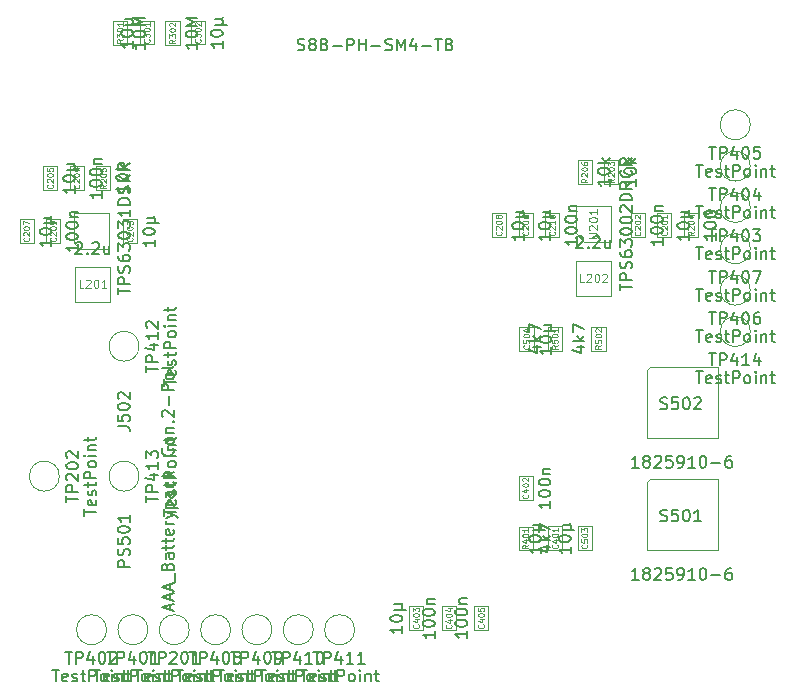
<source format=gbr>
G04 #@! TF.GenerationSoftware,KiCad,Pcbnew,(5.1.7)-1*
G04 #@! TF.CreationDate,2020-10-28T11:25:42+01:00*
G04 #@! TF.ProjectId,E-Ink,452d496e-6b2e-46b6-9963-61645f706362,rev?*
G04 #@! TF.SameCoordinates,Original*
G04 #@! TF.FileFunction,Other,Fab,Top*
%FSLAX46Y46*%
G04 Gerber Fmt 4.6, Leading zero omitted, Abs format (unit mm)*
G04 Created by KiCad (PCBNEW (5.1.7)-1) date 2020-10-28 11:25:42*
%MOMM*%
%LPD*%
G01*
G04 APERTURE LIST*
%ADD10C,0.100000*%
%ADD11C,0.150000*%
%ADD12C,0.080000*%
%ADD13C,0.105000*%
G04 APERTURE END LIST*
D10*
X112320000Y-84520000D02*
G75*
G03*
X112320000Y-84520000I-1270000J0D01*
G01*
X150603000Y-73887000D02*
X150603000Y-71887000D01*
X151853000Y-73887000D02*
X150603000Y-73887000D01*
X151853000Y-71887000D02*
X151853000Y-73887000D01*
X150603000Y-71887000D02*
X151853000Y-71887000D01*
X115785000Y-45995000D02*
X115785000Y-47995000D01*
X114535000Y-45995000D02*
X115785000Y-45995000D01*
X114535000Y-47995000D02*
X114535000Y-45995000D01*
X115785000Y-47995000D02*
X114535000Y-47995000D01*
X111340000Y-45979000D02*
X111340000Y-47979000D01*
X110090000Y-45979000D02*
X111340000Y-45979000D01*
X110090000Y-47979000D02*
X110090000Y-45979000D01*
X111340000Y-47979000D02*
X110090000Y-47979000D01*
X106804000Y-64774000D02*
X107304000Y-65274000D01*
X109804000Y-65274000D02*
X107304000Y-65274000D01*
X109804000Y-62274000D02*
X109804000Y-65274000D01*
X106804000Y-62274000D02*
X109804000Y-62274000D01*
X106804000Y-64774000D02*
X106804000Y-62274000D01*
X157400000Y-62270000D02*
X157400000Y-64270000D01*
X156200000Y-62270000D02*
X157400000Y-62270000D01*
X156200000Y-64270000D02*
X156200000Y-62270000D01*
X157400000Y-64270000D02*
X156200000Y-64270000D01*
X155150000Y-62270000D02*
X155150000Y-64270000D01*
X153950000Y-62270000D02*
X155150000Y-62270000D01*
X153950000Y-64270000D02*
X153950000Y-62270000D01*
X155150000Y-64270000D02*
X153950000Y-64270000D01*
X112150000Y-62770000D02*
X112150000Y-64770000D01*
X110950000Y-62770000D02*
X112150000Y-62770000D01*
X110950000Y-64770000D02*
X110950000Y-62770000D01*
X112150000Y-64770000D02*
X110950000Y-64770000D01*
X107650000Y-58270000D02*
X107650000Y-60270000D01*
X106450000Y-58270000D02*
X107650000Y-58270000D01*
X106450000Y-60270000D02*
X106450000Y-58270000D01*
X107650000Y-60270000D02*
X106450000Y-60270000D01*
X105400000Y-58270000D02*
X105400000Y-60270000D01*
X104200000Y-58270000D02*
X105400000Y-58270000D01*
X104200000Y-60270000D02*
X104200000Y-58270000D01*
X105400000Y-60270000D02*
X104200000Y-60270000D01*
X145650000Y-62270000D02*
X145650000Y-64270000D01*
X144450000Y-62270000D02*
X145650000Y-62270000D01*
X144450000Y-64270000D02*
X144450000Y-62270000D01*
X145650000Y-64270000D02*
X144450000Y-64270000D01*
X103400000Y-62770000D02*
X103400000Y-64770000D01*
X102200000Y-62770000D02*
X103400000Y-62770000D01*
X102200000Y-64770000D02*
X102200000Y-62770000D01*
X103400000Y-64770000D02*
X102200000Y-64770000D01*
X143400000Y-62270000D02*
X143400000Y-64270000D01*
X142200000Y-62270000D02*
X143400000Y-62270000D01*
X142200000Y-64270000D02*
X142200000Y-62270000D01*
X143400000Y-64270000D02*
X142200000Y-64270000D01*
X105650000Y-62770000D02*
X105650000Y-64770000D01*
X104450000Y-62770000D02*
X105650000Y-62770000D01*
X104450000Y-64770000D02*
X104450000Y-62770000D01*
X105650000Y-64770000D02*
X104450000Y-64770000D01*
X147900000Y-62270000D02*
X147900000Y-64270000D01*
X146700000Y-62270000D02*
X147900000Y-62270000D01*
X146700000Y-64270000D02*
X146700000Y-62270000D01*
X147900000Y-64270000D02*
X146700000Y-64270000D01*
X112401000Y-47970000D02*
X112401000Y-45970000D01*
X113601000Y-47970000D02*
X112401000Y-47970000D01*
X113601000Y-45970000D02*
X113601000Y-47970000D01*
X112401000Y-45970000D02*
X113601000Y-45970000D01*
X117900000Y-45970000D02*
X117900000Y-47970000D01*
X116700000Y-45970000D02*
X117900000Y-45970000D01*
X116700000Y-47970000D02*
X116700000Y-45970000D01*
X117900000Y-47970000D02*
X116700000Y-47970000D01*
X146950000Y-90770000D02*
X146950000Y-88770000D01*
X148150000Y-90770000D02*
X146950000Y-90770000D01*
X148150000Y-88770000D02*
X148150000Y-90770000D01*
X146950000Y-88770000D02*
X148150000Y-88770000D01*
X145650000Y-84520000D02*
X145650000Y-86520000D01*
X144450000Y-84520000D02*
X145650000Y-84520000D01*
X144450000Y-86520000D02*
X144450000Y-84520000D01*
X145650000Y-86520000D02*
X144450000Y-86520000D01*
X135200000Y-97520000D02*
X135200000Y-95520000D01*
X136400000Y-97520000D02*
X135200000Y-97520000D01*
X136400000Y-95520000D02*
X136400000Y-97520000D01*
X135200000Y-95520000D02*
X136400000Y-95520000D01*
X137950000Y-97545000D02*
X137950000Y-95545000D01*
X139150000Y-97545000D02*
X137950000Y-97545000D01*
X139150000Y-95545000D02*
X139150000Y-97545000D01*
X137950000Y-95545000D02*
X139150000Y-95545000D01*
X140700000Y-97520000D02*
X140700000Y-95520000D01*
X141900000Y-97520000D02*
X140700000Y-97520000D01*
X141900000Y-95520000D02*
X141900000Y-97520000D01*
X140700000Y-95520000D02*
X141900000Y-95520000D01*
X149450000Y-90770000D02*
X149450000Y-88770000D01*
X150650000Y-90770000D02*
X149450000Y-90770000D01*
X150650000Y-88770000D02*
X150650000Y-90770000D01*
X149450000Y-88770000D02*
X150650000Y-88770000D01*
X145732000Y-71887000D02*
X145732000Y-73887000D01*
X144532000Y-71887000D02*
X145732000Y-71887000D01*
X144532000Y-73887000D02*
X144532000Y-71887000D01*
X145732000Y-73887000D02*
X144532000Y-73887000D01*
X109900000Y-69770000D02*
X109900000Y-66770000D01*
X109900000Y-66770000D02*
X106900000Y-66770000D01*
X106900000Y-66770000D02*
X106900000Y-69770000D01*
X106900000Y-69770000D02*
X109900000Y-69770000D01*
X152300000Y-69270000D02*
X152300000Y-66270000D01*
X152300000Y-66270000D02*
X149300000Y-66270000D01*
X149300000Y-66270000D02*
X149300000Y-69270000D01*
X149300000Y-69270000D02*
X152300000Y-69270000D01*
X152900000Y-57770000D02*
X152900000Y-59770000D01*
X151700000Y-57770000D02*
X152900000Y-57770000D01*
X151700000Y-59770000D02*
X151700000Y-57770000D01*
X152900000Y-59770000D02*
X151700000Y-59770000D01*
X159650000Y-62270000D02*
X159650000Y-64270000D01*
X158450000Y-62270000D02*
X159650000Y-62270000D01*
X158450000Y-64270000D02*
X158450000Y-62270000D01*
X159650000Y-64270000D02*
X158450000Y-64270000D01*
X109900000Y-58295000D02*
X109900000Y-60295000D01*
X108700000Y-58295000D02*
X109900000Y-58295000D01*
X108700000Y-60295000D02*
X108700000Y-58295000D01*
X109900000Y-60295000D02*
X108700000Y-60295000D01*
X150650000Y-57770000D02*
X150650000Y-59770000D01*
X149450000Y-57770000D02*
X150650000Y-57770000D01*
X149450000Y-59770000D02*
X149450000Y-57770000D01*
X150650000Y-59770000D02*
X149450000Y-59770000D01*
X145650000Y-88795000D02*
X145650000Y-90795000D01*
X144450000Y-88795000D02*
X145650000Y-88795000D01*
X144450000Y-90795000D02*
X144450000Y-88795000D01*
X145650000Y-90795000D02*
X144450000Y-90795000D01*
X146945000Y-73887000D02*
X146945000Y-71887000D01*
X148145000Y-73887000D02*
X146945000Y-73887000D01*
X148145000Y-71887000D02*
X148145000Y-73887000D01*
X146945000Y-71887000D02*
X148145000Y-71887000D01*
X150000000Y-64670000D02*
X149300000Y-63970000D01*
X152300000Y-64670000D02*
X152300000Y-61670000D01*
X150000000Y-64670000D02*
X152300000Y-64670000D01*
X149300000Y-61670000D02*
X152300000Y-61670000D01*
X149300000Y-63970000D02*
X149300000Y-61670000D01*
X161300000Y-90770000D02*
X161300000Y-84770000D01*
X155300000Y-90770000D02*
X161300000Y-90770000D01*
X155600000Y-84770000D02*
X155300000Y-85045000D01*
X155300000Y-85045000D02*
X155300000Y-90770000D01*
X155600000Y-84770000D02*
X161300000Y-84770000D01*
X161300000Y-81270000D02*
X161300000Y-75270000D01*
X155300000Y-81270000D02*
X161300000Y-81270000D01*
X155600000Y-75270000D02*
X155300000Y-75545000D01*
X155300000Y-75545000D02*
X155300000Y-81270000D01*
X155600000Y-75270000D02*
X161300000Y-75270000D01*
X116570000Y-97520000D02*
G75*
G03*
X116570000Y-97520000I-1270000J0D01*
G01*
X105570000Y-84520000D02*
G75*
G03*
X105570000Y-84520000I-1270000J0D01*
G01*
X113070000Y-97520000D02*
G75*
G03*
X113070000Y-97520000I-1270000J0D01*
G01*
X109570000Y-97520000D02*
G75*
G03*
X109570000Y-97520000I-1270000J0D01*
G01*
X164070000Y-61770000D02*
G75*
G03*
X164070000Y-61770000I-1270000J0D01*
G01*
X164070000Y-58270000D02*
G75*
G03*
X164070000Y-58270000I-1270000J0D01*
G01*
X164070000Y-54770000D02*
G75*
G03*
X164070000Y-54770000I-1270000J0D01*
G01*
X164070000Y-68770000D02*
G75*
G03*
X164070000Y-68770000I-1270000J0D01*
G01*
X164070000Y-65270000D02*
G75*
G03*
X164070000Y-65270000I-1270000J0D01*
G01*
X120070000Y-97520000D02*
G75*
G03*
X120070000Y-97520000I-1270000J0D01*
G01*
X123570000Y-97520000D02*
G75*
G03*
X123570000Y-97520000I-1270000J0D01*
G01*
X127070000Y-97520000D02*
G75*
G03*
X127070000Y-97520000I-1270000J0D01*
G01*
X130570000Y-97520000D02*
G75*
G03*
X130570000Y-97520000I-1270000J0D01*
G01*
X112320000Y-73520000D02*
G75*
G03*
X112320000Y-73520000I-1270000J0D01*
G01*
X164070000Y-72270000D02*
G75*
G03*
X164070000Y-72270000I-1270000J0D01*
G01*
D11*
X114432380Y-87853333D02*
X114432380Y-87281904D01*
X115432380Y-87567619D02*
X114432380Y-87567619D01*
X115384761Y-86567619D02*
X115432380Y-86662857D01*
X115432380Y-86853333D01*
X115384761Y-86948571D01*
X115289523Y-86996190D01*
X114908571Y-86996190D01*
X114813333Y-86948571D01*
X114765714Y-86853333D01*
X114765714Y-86662857D01*
X114813333Y-86567619D01*
X114908571Y-86520000D01*
X115003809Y-86520000D01*
X115099047Y-86996190D01*
X115384761Y-86139047D02*
X115432380Y-86043809D01*
X115432380Y-85853333D01*
X115384761Y-85758095D01*
X115289523Y-85710476D01*
X115241904Y-85710476D01*
X115146666Y-85758095D01*
X115099047Y-85853333D01*
X115099047Y-85996190D01*
X115051428Y-86091428D01*
X114956190Y-86139047D01*
X114908571Y-86139047D01*
X114813333Y-86091428D01*
X114765714Y-85996190D01*
X114765714Y-85853333D01*
X114813333Y-85758095D01*
X114765714Y-85424761D02*
X114765714Y-85043809D01*
X114432380Y-85281904D02*
X115289523Y-85281904D01*
X115384761Y-85234285D01*
X115432380Y-85139047D01*
X115432380Y-85043809D01*
X115432380Y-84710476D02*
X114432380Y-84710476D01*
X114432380Y-84329523D01*
X114480000Y-84234285D01*
X114527619Y-84186666D01*
X114622857Y-84139047D01*
X114765714Y-84139047D01*
X114860952Y-84186666D01*
X114908571Y-84234285D01*
X114956190Y-84329523D01*
X114956190Y-84710476D01*
X115432380Y-83567619D02*
X115384761Y-83662857D01*
X115337142Y-83710476D01*
X115241904Y-83758095D01*
X114956190Y-83758095D01*
X114860952Y-83710476D01*
X114813333Y-83662857D01*
X114765714Y-83567619D01*
X114765714Y-83424761D01*
X114813333Y-83329523D01*
X114860952Y-83281904D01*
X114956190Y-83234285D01*
X115241904Y-83234285D01*
X115337142Y-83281904D01*
X115384761Y-83329523D01*
X115432380Y-83424761D01*
X115432380Y-83567619D01*
X115432380Y-82805714D02*
X114765714Y-82805714D01*
X114432380Y-82805714D02*
X114480000Y-82853333D01*
X114527619Y-82805714D01*
X114480000Y-82758095D01*
X114432380Y-82805714D01*
X114527619Y-82805714D01*
X114765714Y-82329523D02*
X115432380Y-82329523D01*
X114860952Y-82329523D02*
X114813333Y-82281904D01*
X114765714Y-82186666D01*
X114765714Y-82043809D01*
X114813333Y-81948571D01*
X114908571Y-81900952D01*
X115432380Y-81900952D01*
X114765714Y-81567619D02*
X114765714Y-81186666D01*
X114432380Y-81424761D02*
X115289523Y-81424761D01*
X115384761Y-81377142D01*
X115432380Y-81281904D01*
X115432380Y-81186666D01*
X112912380Y-86734285D02*
X112912380Y-86162857D01*
X113912380Y-86448571D02*
X112912380Y-86448571D01*
X113912380Y-85829523D02*
X112912380Y-85829523D01*
X112912380Y-85448571D01*
X112960000Y-85353333D01*
X113007619Y-85305714D01*
X113102857Y-85258095D01*
X113245714Y-85258095D01*
X113340952Y-85305714D01*
X113388571Y-85353333D01*
X113436190Y-85448571D01*
X113436190Y-85829523D01*
X113245714Y-84400952D02*
X113912380Y-84400952D01*
X112864761Y-84639047D02*
X113579047Y-84877142D01*
X113579047Y-84258095D01*
X113912380Y-83353333D02*
X113912380Y-83924761D01*
X113912380Y-83639047D02*
X112912380Y-83639047D01*
X113055238Y-83734285D01*
X113150476Y-83829523D01*
X113198095Y-83924761D01*
X112912380Y-83020000D02*
X112912380Y-82400952D01*
X113293333Y-82734285D01*
X113293333Y-82591428D01*
X113340952Y-82496190D01*
X113388571Y-82448571D01*
X113483809Y-82400952D01*
X113721904Y-82400952D01*
X113817142Y-82448571D01*
X113864761Y-82496190D01*
X113912380Y-82591428D01*
X113912380Y-82877142D01*
X113864761Y-82972380D01*
X113817142Y-83020000D01*
X149363714Y-73577476D02*
X150030380Y-73577476D01*
X148982761Y-73815571D02*
X149697047Y-74053666D01*
X149697047Y-73434619D01*
X150030380Y-73053666D02*
X149030380Y-73053666D01*
X149649428Y-72958428D02*
X150030380Y-72672714D01*
X149363714Y-72672714D02*
X149744666Y-73053666D01*
X149030380Y-72339380D02*
X149030380Y-71672714D01*
X150030380Y-72101285D01*
D12*
X151454190Y-73446523D02*
X151216095Y-73613190D01*
X151454190Y-73732238D02*
X150954190Y-73732238D01*
X150954190Y-73541761D01*
X150978000Y-73494142D01*
X151001809Y-73470333D01*
X151049428Y-73446523D01*
X151120857Y-73446523D01*
X151168476Y-73470333D01*
X151192285Y-73494142D01*
X151216095Y-73541761D01*
X151216095Y-73732238D01*
X150954190Y-72994142D02*
X150954190Y-73232238D01*
X151192285Y-73256047D01*
X151168476Y-73232238D01*
X151144666Y-73184619D01*
X151144666Y-73065571D01*
X151168476Y-73017952D01*
X151192285Y-72994142D01*
X151239904Y-72970333D01*
X151358952Y-72970333D01*
X151406571Y-72994142D01*
X151430380Y-73017952D01*
X151454190Y-73065571D01*
X151454190Y-73184619D01*
X151430380Y-73232238D01*
X151406571Y-73256047D01*
X150954190Y-72660809D02*
X150954190Y-72613190D01*
X150978000Y-72565571D01*
X151001809Y-72541761D01*
X151049428Y-72517952D01*
X151144666Y-72494142D01*
X151263714Y-72494142D01*
X151358952Y-72517952D01*
X151406571Y-72541761D01*
X151430380Y-72565571D01*
X151454190Y-72613190D01*
X151454190Y-72660809D01*
X151430380Y-72708428D01*
X151406571Y-72732238D01*
X151358952Y-72756047D01*
X151263714Y-72779857D01*
X151144666Y-72779857D01*
X151049428Y-72756047D01*
X151001809Y-72732238D01*
X150978000Y-72708428D01*
X150954190Y-72660809D01*
X151001809Y-72303666D02*
X150978000Y-72279857D01*
X150954190Y-72232238D01*
X150954190Y-72113190D01*
X150978000Y-72065571D01*
X151001809Y-72041761D01*
X151049428Y-72017952D01*
X151097047Y-72017952D01*
X151168476Y-72041761D01*
X151454190Y-72327476D01*
X151454190Y-72017952D01*
D11*
X117262380Y-47756904D02*
X117262380Y-48328333D01*
X117262380Y-48042619D02*
X116262380Y-48042619D01*
X116405238Y-48137857D01*
X116500476Y-48233095D01*
X116548095Y-48328333D01*
X116262380Y-47137857D02*
X116262380Y-47042619D01*
X116310000Y-46947380D01*
X116357619Y-46899761D01*
X116452857Y-46852142D01*
X116643333Y-46804523D01*
X116881428Y-46804523D01*
X117071904Y-46852142D01*
X117167142Y-46899761D01*
X117214761Y-46947380D01*
X117262380Y-47042619D01*
X117262380Y-47137857D01*
X117214761Y-47233095D01*
X117167142Y-47280714D01*
X117071904Y-47328333D01*
X116881428Y-47375952D01*
X116643333Y-47375952D01*
X116452857Y-47328333D01*
X116357619Y-47280714D01*
X116310000Y-47233095D01*
X116262380Y-47137857D01*
X117262380Y-46375952D02*
X116262380Y-46375952D01*
X116976666Y-46042619D01*
X116262380Y-45709285D01*
X117262380Y-45709285D01*
D12*
X115386190Y-47554523D02*
X115148095Y-47721190D01*
X115386190Y-47840238D02*
X114886190Y-47840238D01*
X114886190Y-47649761D01*
X114910000Y-47602142D01*
X114933809Y-47578333D01*
X114981428Y-47554523D01*
X115052857Y-47554523D01*
X115100476Y-47578333D01*
X115124285Y-47602142D01*
X115148095Y-47649761D01*
X115148095Y-47840238D01*
X114886190Y-47387857D02*
X114886190Y-47078333D01*
X115076666Y-47245000D01*
X115076666Y-47173571D01*
X115100476Y-47125952D01*
X115124285Y-47102142D01*
X115171904Y-47078333D01*
X115290952Y-47078333D01*
X115338571Y-47102142D01*
X115362380Y-47125952D01*
X115386190Y-47173571D01*
X115386190Y-47316428D01*
X115362380Y-47364047D01*
X115338571Y-47387857D01*
X114886190Y-46768809D02*
X114886190Y-46721190D01*
X114910000Y-46673571D01*
X114933809Y-46649761D01*
X114981428Y-46625952D01*
X115076666Y-46602142D01*
X115195714Y-46602142D01*
X115290952Y-46625952D01*
X115338571Y-46649761D01*
X115362380Y-46673571D01*
X115386190Y-46721190D01*
X115386190Y-46768809D01*
X115362380Y-46816428D01*
X115338571Y-46840238D01*
X115290952Y-46864047D01*
X115195714Y-46887857D01*
X115076666Y-46887857D01*
X114981428Y-46864047D01*
X114933809Y-46840238D01*
X114910000Y-46816428D01*
X114886190Y-46768809D01*
X114933809Y-46411666D02*
X114910000Y-46387857D01*
X114886190Y-46340238D01*
X114886190Y-46221190D01*
X114910000Y-46173571D01*
X114933809Y-46149761D01*
X114981428Y-46125952D01*
X115029047Y-46125952D01*
X115100476Y-46149761D01*
X115386190Y-46435476D01*
X115386190Y-46125952D01*
D11*
X112817380Y-47740904D02*
X112817380Y-48312333D01*
X112817380Y-48026619D02*
X111817380Y-48026619D01*
X111960238Y-48121857D01*
X112055476Y-48217095D01*
X112103095Y-48312333D01*
X111817380Y-47121857D02*
X111817380Y-47026619D01*
X111865000Y-46931380D01*
X111912619Y-46883761D01*
X112007857Y-46836142D01*
X112198333Y-46788523D01*
X112436428Y-46788523D01*
X112626904Y-46836142D01*
X112722142Y-46883761D01*
X112769761Y-46931380D01*
X112817380Y-47026619D01*
X112817380Y-47121857D01*
X112769761Y-47217095D01*
X112722142Y-47264714D01*
X112626904Y-47312333D01*
X112436428Y-47359952D01*
X112198333Y-47359952D01*
X112007857Y-47312333D01*
X111912619Y-47264714D01*
X111865000Y-47217095D01*
X111817380Y-47121857D01*
X112817380Y-46359952D02*
X111817380Y-46359952D01*
X112531666Y-46026619D01*
X111817380Y-45693285D01*
X112817380Y-45693285D01*
D12*
X110941190Y-47538523D02*
X110703095Y-47705190D01*
X110941190Y-47824238D02*
X110441190Y-47824238D01*
X110441190Y-47633761D01*
X110465000Y-47586142D01*
X110488809Y-47562333D01*
X110536428Y-47538523D01*
X110607857Y-47538523D01*
X110655476Y-47562333D01*
X110679285Y-47586142D01*
X110703095Y-47633761D01*
X110703095Y-47824238D01*
X110441190Y-47371857D02*
X110441190Y-47062333D01*
X110631666Y-47229000D01*
X110631666Y-47157571D01*
X110655476Y-47109952D01*
X110679285Y-47086142D01*
X110726904Y-47062333D01*
X110845952Y-47062333D01*
X110893571Y-47086142D01*
X110917380Y-47109952D01*
X110941190Y-47157571D01*
X110941190Y-47300428D01*
X110917380Y-47348047D01*
X110893571Y-47371857D01*
X110441190Y-46752809D02*
X110441190Y-46705190D01*
X110465000Y-46657571D01*
X110488809Y-46633761D01*
X110536428Y-46609952D01*
X110631666Y-46586142D01*
X110750714Y-46586142D01*
X110845952Y-46609952D01*
X110893571Y-46633761D01*
X110917380Y-46657571D01*
X110941190Y-46705190D01*
X110941190Y-46752809D01*
X110917380Y-46800428D01*
X110893571Y-46824238D01*
X110845952Y-46848047D01*
X110750714Y-46871857D01*
X110631666Y-46871857D01*
X110536428Y-46848047D01*
X110488809Y-46824238D01*
X110465000Y-46800428D01*
X110441190Y-46752809D01*
X110941190Y-46109952D02*
X110941190Y-46395666D01*
X110941190Y-46252809D02*
X110441190Y-46252809D01*
X110512619Y-46300428D01*
X110560238Y-46348047D01*
X110584047Y-46395666D01*
D11*
X110550380Y-69139047D02*
X110550380Y-68567619D01*
X111550380Y-68853333D02*
X110550380Y-68853333D01*
X111550380Y-68234285D02*
X110550380Y-68234285D01*
X110550380Y-67853333D01*
X110598000Y-67758095D01*
X110645619Y-67710476D01*
X110740857Y-67662857D01*
X110883714Y-67662857D01*
X110978952Y-67710476D01*
X111026571Y-67758095D01*
X111074190Y-67853333D01*
X111074190Y-68234285D01*
X111502761Y-67281904D02*
X111550380Y-67139047D01*
X111550380Y-66900952D01*
X111502761Y-66805714D01*
X111455142Y-66758095D01*
X111359904Y-66710476D01*
X111264666Y-66710476D01*
X111169428Y-66758095D01*
X111121809Y-66805714D01*
X111074190Y-66900952D01*
X111026571Y-67091428D01*
X110978952Y-67186666D01*
X110931333Y-67234285D01*
X110836095Y-67281904D01*
X110740857Y-67281904D01*
X110645619Y-67234285D01*
X110598000Y-67186666D01*
X110550380Y-67091428D01*
X110550380Y-66853333D01*
X110598000Y-66710476D01*
X110550380Y-65853333D02*
X110550380Y-66043809D01*
X110598000Y-66139047D01*
X110645619Y-66186666D01*
X110788476Y-66281904D01*
X110978952Y-66329523D01*
X111359904Y-66329523D01*
X111455142Y-66281904D01*
X111502761Y-66234285D01*
X111550380Y-66139047D01*
X111550380Y-65948571D01*
X111502761Y-65853333D01*
X111455142Y-65805714D01*
X111359904Y-65758095D01*
X111121809Y-65758095D01*
X111026571Y-65805714D01*
X110978952Y-65853333D01*
X110931333Y-65948571D01*
X110931333Y-66139047D01*
X110978952Y-66234285D01*
X111026571Y-66281904D01*
X111121809Y-66329523D01*
X110550380Y-65424761D02*
X110550380Y-64805714D01*
X110931333Y-65139047D01*
X110931333Y-64996190D01*
X110978952Y-64900952D01*
X111026571Y-64853333D01*
X111121809Y-64805714D01*
X111359904Y-64805714D01*
X111455142Y-64853333D01*
X111502761Y-64900952D01*
X111550380Y-64996190D01*
X111550380Y-65281904D01*
X111502761Y-65377142D01*
X111455142Y-65424761D01*
X110550380Y-64186666D02*
X110550380Y-64091428D01*
X110598000Y-63996190D01*
X110645619Y-63948571D01*
X110740857Y-63900952D01*
X110931333Y-63853333D01*
X111169428Y-63853333D01*
X111359904Y-63900952D01*
X111455142Y-63948571D01*
X111502761Y-63996190D01*
X111550380Y-64091428D01*
X111550380Y-64186666D01*
X111502761Y-64281904D01*
X111455142Y-64329523D01*
X111359904Y-64377142D01*
X111169428Y-64424761D01*
X110931333Y-64424761D01*
X110740857Y-64377142D01*
X110645619Y-64329523D01*
X110598000Y-64281904D01*
X110550380Y-64186666D01*
X110550380Y-63520000D02*
X110550380Y-62900952D01*
X110931333Y-63234285D01*
X110931333Y-63091428D01*
X110978952Y-62996190D01*
X111026571Y-62948571D01*
X111121809Y-62900952D01*
X111359904Y-62900952D01*
X111455142Y-62948571D01*
X111502761Y-62996190D01*
X111550380Y-63091428D01*
X111550380Y-63377142D01*
X111502761Y-63472380D01*
X111455142Y-63520000D01*
X111550380Y-61948571D02*
X111550380Y-62520000D01*
X111550380Y-62234285D02*
X110550380Y-62234285D01*
X110693238Y-62329523D01*
X110788476Y-62424761D01*
X110836095Y-62520000D01*
X111550380Y-61520000D02*
X110550380Y-61520000D01*
X110550380Y-61281904D01*
X110598000Y-61139047D01*
X110693238Y-61043809D01*
X110788476Y-60996190D01*
X110978952Y-60948571D01*
X111121809Y-60948571D01*
X111312285Y-60996190D01*
X111407523Y-61043809D01*
X111502761Y-61139047D01*
X111550380Y-61281904D01*
X111550380Y-61520000D01*
X111502761Y-60567619D02*
X111550380Y-60424761D01*
X111550380Y-60186666D01*
X111502761Y-60091428D01*
X111455142Y-60043809D01*
X111359904Y-59996190D01*
X111264666Y-59996190D01*
X111169428Y-60043809D01*
X111121809Y-60091428D01*
X111074190Y-60186666D01*
X111026571Y-60377142D01*
X110978952Y-60472380D01*
X110931333Y-60520000D01*
X110836095Y-60567619D01*
X110740857Y-60567619D01*
X110645619Y-60520000D01*
X110598000Y-60472380D01*
X110550380Y-60377142D01*
X110550380Y-60139047D01*
X110598000Y-59996190D01*
X111550380Y-59567619D02*
X110550380Y-59567619D01*
X111550380Y-58996190D02*
X110978952Y-59424761D01*
X110550380Y-58996190D02*
X111121809Y-59567619D01*
X111550380Y-57996190D02*
X111074190Y-58329523D01*
X111550380Y-58567619D02*
X110550380Y-58567619D01*
X110550380Y-58186666D01*
X110598000Y-58091428D01*
X110645619Y-58043809D01*
X110740857Y-57996190D01*
X110883714Y-57996190D01*
X110978952Y-58043809D01*
X111026571Y-58091428D01*
X111074190Y-58186666D01*
X111074190Y-58567619D01*
X158902380Y-63984285D02*
X158902380Y-64555714D01*
X158902380Y-64270000D02*
X157902380Y-64270000D01*
X158045238Y-64365238D01*
X158140476Y-64460476D01*
X158188095Y-64555714D01*
X157902380Y-63365238D02*
X157902380Y-63270000D01*
X157950000Y-63174761D01*
X157997619Y-63127142D01*
X158092857Y-63079523D01*
X158283333Y-63031904D01*
X158521428Y-63031904D01*
X158711904Y-63079523D01*
X158807142Y-63127142D01*
X158854761Y-63174761D01*
X158902380Y-63270000D01*
X158902380Y-63365238D01*
X158854761Y-63460476D01*
X158807142Y-63508095D01*
X158711904Y-63555714D01*
X158521428Y-63603333D01*
X158283333Y-63603333D01*
X158092857Y-63555714D01*
X157997619Y-63508095D01*
X157950000Y-63460476D01*
X157902380Y-63365238D01*
X158235714Y-62603333D02*
X159235714Y-62603333D01*
X158759523Y-62127142D02*
X158854761Y-62079523D01*
X158902380Y-61984285D01*
X158759523Y-62603333D02*
X158854761Y-62555714D01*
X158902380Y-62460476D01*
X158902380Y-62270000D01*
X158854761Y-62174761D01*
X158759523Y-62127142D01*
X158235714Y-62127142D01*
D12*
X156978571Y-63829523D02*
X157002380Y-63853333D01*
X157026190Y-63924761D01*
X157026190Y-63972380D01*
X157002380Y-64043809D01*
X156954761Y-64091428D01*
X156907142Y-64115238D01*
X156811904Y-64139047D01*
X156740476Y-64139047D01*
X156645238Y-64115238D01*
X156597619Y-64091428D01*
X156550000Y-64043809D01*
X156526190Y-63972380D01*
X156526190Y-63924761D01*
X156550000Y-63853333D01*
X156573809Y-63829523D01*
X156573809Y-63639047D02*
X156550000Y-63615238D01*
X156526190Y-63567619D01*
X156526190Y-63448571D01*
X156550000Y-63400952D01*
X156573809Y-63377142D01*
X156621428Y-63353333D01*
X156669047Y-63353333D01*
X156740476Y-63377142D01*
X157026190Y-63662857D01*
X157026190Y-63353333D01*
X156526190Y-63043809D02*
X156526190Y-62996190D01*
X156550000Y-62948571D01*
X156573809Y-62924761D01*
X156621428Y-62900952D01*
X156716666Y-62877142D01*
X156835714Y-62877142D01*
X156930952Y-62900952D01*
X156978571Y-62924761D01*
X157002380Y-62948571D01*
X157026190Y-62996190D01*
X157026190Y-63043809D01*
X157002380Y-63091428D01*
X156978571Y-63115238D01*
X156930952Y-63139047D01*
X156835714Y-63162857D01*
X156716666Y-63162857D01*
X156621428Y-63139047D01*
X156573809Y-63115238D01*
X156550000Y-63091428D01*
X156526190Y-63043809D01*
X157026190Y-62400952D02*
X157026190Y-62686666D01*
X157026190Y-62543809D02*
X156526190Y-62543809D01*
X156597619Y-62591428D01*
X156645238Y-62639047D01*
X156669047Y-62686666D01*
D11*
X156652380Y-64389047D02*
X156652380Y-64960476D01*
X156652380Y-64674761D02*
X155652380Y-64674761D01*
X155795238Y-64770000D01*
X155890476Y-64865238D01*
X155938095Y-64960476D01*
X155652380Y-63770000D02*
X155652380Y-63674761D01*
X155700000Y-63579523D01*
X155747619Y-63531904D01*
X155842857Y-63484285D01*
X156033333Y-63436666D01*
X156271428Y-63436666D01*
X156461904Y-63484285D01*
X156557142Y-63531904D01*
X156604761Y-63579523D01*
X156652380Y-63674761D01*
X156652380Y-63770000D01*
X156604761Y-63865238D01*
X156557142Y-63912857D01*
X156461904Y-63960476D01*
X156271428Y-64008095D01*
X156033333Y-64008095D01*
X155842857Y-63960476D01*
X155747619Y-63912857D01*
X155700000Y-63865238D01*
X155652380Y-63770000D01*
X155652380Y-62817619D02*
X155652380Y-62722380D01*
X155700000Y-62627142D01*
X155747619Y-62579523D01*
X155842857Y-62531904D01*
X156033333Y-62484285D01*
X156271428Y-62484285D01*
X156461904Y-62531904D01*
X156557142Y-62579523D01*
X156604761Y-62627142D01*
X156652380Y-62722380D01*
X156652380Y-62817619D01*
X156604761Y-62912857D01*
X156557142Y-62960476D01*
X156461904Y-63008095D01*
X156271428Y-63055714D01*
X156033333Y-63055714D01*
X155842857Y-63008095D01*
X155747619Y-62960476D01*
X155700000Y-62912857D01*
X155652380Y-62817619D01*
X155985714Y-62055714D02*
X156652380Y-62055714D01*
X156080952Y-62055714D02*
X156033333Y-62008095D01*
X155985714Y-61912857D01*
X155985714Y-61770000D01*
X156033333Y-61674761D01*
X156128571Y-61627142D01*
X156652380Y-61627142D01*
D12*
X154728571Y-63829523D02*
X154752380Y-63853333D01*
X154776190Y-63924761D01*
X154776190Y-63972380D01*
X154752380Y-64043809D01*
X154704761Y-64091428D01*
X154657142Y-64115238D01*
X154561904Y-64139047D01*
X154490476Y-64139047D01*
X154395238Y-64115238D01*
X154347619Y-64091428D01*
X154300000Y-64043809D01*
X154276190Y-63972380D01*
X154276190Y-63924761D01*
X154300000Y-63853333D01*
X154323809Y-63829523D01*
X154323809Y-63639047D02*
X154300000Y-63615238D01*
X154276190Y-63567619D01*
X154276190Y-63448571D01*
X154300000Y-63400952D01*
X154323809Y-63377142D01*
X154371428Y-63353333D01*
X154419047Y-63353333D01*
X154490476Y-63377142D01*
X154776190Y-63662857D01*
X154776190Y-63353333D01*
X154276190Y-63043809D02*
X154276190Y-62996190D01*
X154300000Y-62948571D01*
X154323809Y-62924761D01*
X154371428Y-62900952D01*
X154466666Y-62877142D01*
X154585714Y-62877142D01*
X154680952Y-62900952D01*
X154728571Y-62924761D01*
X154752380Y-62948571D01*
X154776190Y-62996190D01*
X154776190Y-63043809D01*
X154752380Y-63091428D01*
X154728571Y-63115238D01*
X154680952Y-63139047D01*
X154585714Y-63162857D01*
X154466666Y-63162857D01*
X154371428Y-63139047D01*
X154323809Y-63115238D01*
X154300000Y-63091428D01*
X154276190Y-63043809D01*
X154323809Y-62686666D02*
X154300000Y-62662857D01*
X154276190Y-62615238D01*
X154276190Y-62496190D01*
X154300000Y-62448571D01*
X154323809Y-62424761D01*
X154371428Y-62400952D01*
X154419047Y-62400952D01*
X154490476Y-62424761D01*
X154776190Y-62710476D01*
X154776190Y-62400952D01*
D11*
X113652380Y-64484285D02*
X113652380Y-65055714D01*
X113652380Y-64770000D02*
X112652380Y-64770000D01*
X112795238Y-64865238D01*
X112890476Y-64960476D01*
X112938095Y-65055714D01*
X112652380Y-63865238D02*
X112652380Y-63770000D01*
X112700000Y-63674761D01*
X112747619Y-63627142D01*
X112842857Y-63579523D01*
X113033333Y-63531904D01*
X113271428Y-63531904D01*
X113461904Y-63579523D01*
X113557142Y-63627142D01*
X113604761Y-63674761D01*
X113652380Y-63770000D01*
X113652380Y-63865238D01*
X113604761Y-63960476D01*
X113557142Y-64008095D01*
X113461904Y-64055714D01*
X113271428Y-64103333D01*
X113033333Y-64103333D01*
X112842857Y-64055714D01*
X112747619Y-64008095D01*
X112700000Y-63960476D01*
X112652380Y-63865238D01*
X112985714Y-63103333D02*
X113985714Y-63103333D01*
X113509523Y-62627142D02*
X113604761Y-62579523D01*
X113652380Y-62484285D01*
X113509523Y-63103333D02*
X113604761Y-63055714D01*
X113652380Y-62960476D01*
X113652380Y-62770000D01*
X113604761Y-62674761D01*
X113509523Y-62627142D01*
X112985714Y-62627142D01*
D12*
X111728571Y-64329523D02*
X111752380Y-64353333D01*
X111776190Y-64424761D01*
X111776190Y-64472380D01*
X111752380Y-64543809D01*
X111704761Y-64591428D01*
X111657142Y-64615238D01*
X111561904Y-64639047D01*
X111490476Y-64639047D01*
X111395238Y-64615238D01*
X111347619Y-64591428D01*
X111300000Y-64543809D01*
X111276190Y-64472380D01*
X111276190Y-64424761D01*
X111300000Y-64353333D01*
X111323809Y-64329523D01*
X111323809Y-64139047D02*
X111300000Y-64115238D01*
X111276190Y-64067619D01*
X111276190Y-63948571D01*
X111300000Y-63900952D01*
X111323809Y-63877142D01*
X111371428Y-63853333D01*
X111419047Y-63853333D01*
X111490476Y-63877142D01*
X111776190Y-64162857D01*
X111776190Y-63853333D01*
X111276190Y-63543809D02*
X111276190Y-63496190D01*
X111300000Y-63448571D01*
X111323809Y-63424761D01*
X111371428Y-63400952D01*
X111466666Y-63377142D01*
X111585714Y-63377142D01*
X111680952Y-63400952D01*
X111728571Y-63424761D01*
X111752380Y-63448571D01*
X111776190Y-63496190D01*
X111776190Y-63543809D01*
X111752380Y-63591428D01*
X111728571Y-63615238D01*
X111680952Y-63639047D01*
X111585714Y-63662857D01*
X111466666Y-63662857D01*
X111371428Y-63639047D01*
X111323809Y-63615238D01*
X111300000Y-63591428D01*
X111276190Y-63543809D01*
X111276190Y-63210476D02*
X111276190Y-62900952D01*
X111466666Y-63067619D01*
X111466666Y-62996190D01*
X111490476Y-62948571D01*
X111514285Y-62924761D01*
X111561904Y-62900952D01*
X111680952Y-62900952D01*
X111728571Y-62924761D01*
X111752380Y-62948571D01*
X111776190Y-62996190D01*
X111776190Y-63139047D01*
X111752380Y-63186666D01*
X111728571Y-63210476D01*
D11*
X109152380Y-60389047D02*
X109152380Y-60960476D01*
X109152380Y-60674761D02*
X108152380Y-60674761D01*
X108295238Y-60770000D01*
X108390476Y-60865238D01*
X108438095Y-60960476D01*
X108152380Y-59770000D02*
X108152380Y-59674761D01*
X108200000Y-59579523D01*
X108247619Y-59531904D01*
X108342857Y-59484285D01*
X108533333Y-59436666D01*
X108771428Y-59436666D01*
X108961904Y-59484285D01*
X109057142Y-59531904D01*
X109104761Y-59579523D01*
X109152380Y-59674761D01*
X109152380Y-59770000D01*
X109104761Y-59865238D01*
X109057142Y-59912857D01*
X108961904Y-59960476D01*
X108771428Y-60008095D01*
X108533333Y-60008095D01*
X108342857Y-59960476D01*
X108247619Y-59912857D01*
X108200000Y-59865238D01*
X108152380Y-59770000D01*
X108152380Y-58817619D02*
X108152380Y-58722380D01*
X108200000Y-58627142D01*
X108247619Y-58579523D01*
X108342857Y-58531904D01*
X108533333Y-58484285D01*
X108771428Y-58484285D01*
X108961904Y-58531904D01*
X109057142Y-58579523D01*
X109104761Y-58627142D01*
X109152380Y-58722380D01*
X109152380Y-58817619D01*
X109104761Y-58912857D01*
X109057142Y-58960476D01*
X108961904Y-59008095D01*
X108771428Y-59055714D01*
X108533333Y-59055714D01*
X108342857Y-59008095D01*
X108247619Y-58960476D01*
X108200000Y-58912857D01*
X108152380Y-58817619D01*
X108485714Y-58055714D02*
X109152380Y-58055714D01*
X108580952Y-58055714D02*
X108533333Y-58008095D01*
X108485714Y-57912857D01*
X108485714Y-57770000D01*
X108533333Y-57674761D01*
X108628571Y-57627142D01*
X109152380Y-57627142D01*
D12*
X107228571Y-59829523D02*
X107252380Y-59853333D01*
X107276190Y-59924761D01*
X107276190Y-59972380D01*
X107252380Y-60043809D01*
X107204761Y-60091428D01*
X107157142Y-60115238D01*
X107061904Y-60139047D01*
X106990476Y-60139047D01*
X106895238Y-60115238D01*
X106847619Y-60091428D01*
X106800000Y-60043809D01*
X106776190Y-59972380D01*
X106776190Y-59924761D01*
X106800000Y-59853333D01*
X106823809Y-59829523D01*
X106823809Y-59639047D02*
X106800000Y-59615238D01*
X106776190Y-59567619D01*
X106776190Y-59448571D01*
X106800000Y-59400952D01*
X106823809Y-59377142D01*
X106871428Y-59353333D01*
X106919047Y-59353333D01*
X106990476Y-59377142D01*
X107276190Y-59662857D01*
X107276190Y-59353333D01*
X106776190Y-59043809D02*
X106776190Y-58996190D01*
X106800000Y-58948571D01*
X106823809Y-58924761D01*
X106871428Y-58900952D01*
X106966666Y-58877142D01*
X107085714Y-58877142D01*
X107180952Y-58900952D01*
X107228571Y-58924761D01*
X107252380Y-58948571D01*
X107276190Y-58996190D01*
X107276190Y-59043809D01*
X107252380Y-59091428D01*
X107228571Y-59115238D01*
X107180952Y-59139047D01*
X107085714Y-59162857D01*
X106966666Y-59162857D01*
X106871428Y-59139047D01*
X106823809Y-59115238D01*
X106800000Y-59091428D01*
X106776190Y-59043809D01*
X106942857Y-58448571D02*
X107276190Y-58448571D01*
X106752380Y-58567619D02*
X107109523Y-58686666D01*
X107109523Y-58377142D01*
D11*
X106902380Y-59984285D02*
X106902380Y-60555714D01*
X106902380Y-60270000D02*
X105902380Y-60270000D01*
X106045238Y-60365238D01*
X106140476Y-60460476D01*
X106188095Y-60555714D01*
X105902380Y-59365238D02*
X105902380Y-59270000D01*
X105950000Y-59174761D01*
X105997619Y-59127142D01*
X106092857Y-59079523D01*
X106283333Y-59031904D01*
X106521428Y-59031904D01*
X106711904Y-59079523D01*
X106807142Y-59127142D01*
X106854761Y-59174761D01*
X106902380Y-59270000D01*
X106902380Y-59365238D01*
X106854761Y-59460476D01*
X106807142Y-59508095D01*
X106711904Y-59555714D01*
X106521428Y-59603333D01*
X106283333Y-59603333D01*
X106092857Y-59555714D01*
X105997619Y-59508095D01*
X105950000Y-59460476D01*
X105902380Y-59365238D01*
X106235714Y-58603333D02*
X107235714Y-58603333D01*
X106759523Y-58127142D02*
X106854761Y-58079523D01*
X106902380Y-57984285D01*
X106759523Y-58603333D02*
X106854761Y-58555714D01*
X106902380Y-58460476D01*
X106902380Y-58270000D01*
X106854761Y-58174761D01*
X106759523Y-58127142D01*
X106235714Y-58127142D01*
D12*
X104978571Y-59829523D02*
X105002380Y-59853333D01*
X105026190Y-59924761D01*
X105026190Y-59972380D01*
X105002380Y-60043809D01*
X104954761Y-60091428D01*
X104907142Y-60115238D01*
X104811904Y-60139047D01*
X104740476Y-60139047D01*
X104645238Y-60115238D01*
X104597619Y-60091428D01*
X104550000Y-60043809D01*
X104526190Y-59972380D01*
X104526190Y-59924761D01*
X104550000Y-59853333D01*
X104573809Y-59829523D01*
X104573809Y-59639047D02*
X104550000Y-59615238D01*
X104526190Y-59567619D01*
X104526190Y-59448571D01*
X104550000Y-59400952D01*
X104573809Y-59377142D01*
X104621428Y-59353333D01*
X104669047Y-59353333D01*
X104740476Y-59377142D01*
X105026190Y-59662857D01*
X105026190Y-59353333D01*
X104526190Y-59043809D02*
X104526190Y-58996190D01*
X104550000Y-58948571D01*
X104573809Y-58924761D01*
X104621428Y-58900952D01*
X104716666Y-58877142D01*
X104835714Y-58877142D01*
X104930952Y-58900952D01*
X104978571Y-58924761D01*
X105002380Y-58948571D01*
X105026190Y-58996190D01*
X105026190Y-59043809D01*
X105002380Y-59091428D01*
X104978571Y-59115238D01*
X104930952Y-59139047D01*
X104835714Y-59162857D01*
X104716666Y-59162857D01*
X104621428Y-59139047D01*
X104573809Y-59115238D01*
X104550000Y-59091428D01*
X104526190Y-59043809D01*
X104526190Y-58424761D02*
X104526190Y-58662857D01*
X104764285Y-58686666D01*
X104740476Y-58662857D01*
X104716666Y-58615238D01*
X104716666Y-58496190D01*
X104740476Y-58448571D01*
X104764285Y-58424761D01*
X104811904Y-58400952D01*
X104930952Y-58400952D01*
X104978571Y-58424761D01*
X105002380Y-58448571D01*
X105026190Y-58496190D01*
X105026190Y-58615238D01*
X105002380Y-58662857D01*
X104978571Y-58686666D01*
D11*
X147152380Y-63984285D02*
X147152380Y-64555714D01*
X147152380Y-64270000D02*
X146152380Y-64270000D01*
X146295238Y-64365238D01*
X146390476Y-64460476D01*
X146438095Y-64555714D01*
X146152380Y-63365238D02*
X146152380Y-63270000D01*
X146200000Y-63174761D01*
X146247619Y-63127142D01*
X146342857Y-63079523D01*
X146533333Y-63031904D01*
X146771428Y-63031904D01*
X146961904Y-63079523D01*
X147057142Y-63127142D01*
X147104761Y-63174761D01*
X147152380Y-63270000D01*
X147152380Y-63365238D01*
X147104761Y-63460476D01*
X147057142Y-63508095D01*
X146961904Y-63555714D01*
X146771428Y-63603333D01*
X146533333Y-63603333D01*
X146342857Y-63555714D01*
X146247619Y-63508095D01*
X146200000Y-63460476D01*
X146152380Y-63365238D01*
X146485714Y-62603333D02*
X147485714Y-62603333D01*
X147009523Y-62127142D02*
X147104761Y-62079523D01*
X147152380Y-61984285D01*
X147009523Y-62603333D02*
X147104761Y-62555714D01*
X147152380Y-62460476D01*
X147152380Y-62270000D01*
X147104761Y-62174761D01*
X147009523Y-62127142D01*
X146485714Y-62127142D01*
D12*
X145228571Y-63829523D02*
X145252380Y-63853333D01*
X145276190Y-63924761D01*
X145276190Y-63972380D01*
X145252380Y-64043809D01*
X145204761Y-64091428D01*
X145157142Y-64115238D01*
X145061904Y-64139047D01*
X144990476Y-64139047D01*
X144895238Y-64115238D01*
X144847619Y-64091428D01*
X144800000Y-64043809D01*
X144776190Y-63972380D01*
X144776190Y-63924761D01*
X144800000Y-63853333D01*
X144823809Y-63829523D01*
X144823809Y-63639047D02*
X144800000Y-63615238D01*
X144776190Y-63567619D01*
X144776190Y-63448571D01*
X144800000Y-63400952D01*
X144823809Y-63377142D01*
X144871428Y-63353333D01*
X144919047Y-63353333D01*
X144990476Y-63377142D01*
X145276190Y-63662857D01*
X145276190Y-63353333D01*
X144776190Y-63043809D02*
X144776190Y-62996190D01*
X144800000Y-62948571D01*
X144823809Y-62924761D01*
X144871428Y-62900952D01*
X144966666Y-62877142D01*
X145085714Y-62877142D01*
X145180952Y-62900952D01*
X145228571Y-62924761D01*
X145252380Y-62948571D01*
X145276190Y-62996190D01*
X145276190Y-63043809D01*
X145252380Y-63091428D01*
X145228571Y-63115238D01*
X145180952Y-63139047D01*
X145085714Y-63162857D01*
X144966666Y-63162857D01*
X144871428Y-63139047D01*
X144823809Y-63115238D01*
X144800000Y-63091428D01*
X144776190Y-63043809D01*
X144776190Y-62448571D02*
X144776190Y-62543809D01*
X144800000Y-62591428D01*
X144823809Y-62615238D01*
X144895238Y-62662857D01*
X144990476Y-62686666D01*
X145180952Y-62686666D01*
X145228571Y-62662857D01*
X145252380Y-62639047D01*
X145276190Y-62591428D01*
X145276190Y-62496190D01*
X145252380Y-62448571D01*
X145228571Y-62424761D01*
X145180952Y-62400952D01*
X145061904Y-62400952D01*
X145014285Y-62424761D01*
X144990476Y-62448571D01*
X144966666Y-62496190D01*
X144966666Y-62591428D01*
X144990476Y-62639047D01*
X145014285Y-62662857D01*
X145061904Y-62686666D01*
D11*
X104902380Y-64484285D02*
X104902380Y-65055714D01*
X104902380Y-64770000D02*
X103902380Y-64770000D01*
X104045238Y-64865238D01*
X104140476Y-64960476D01*
X104188095Y-65055714D01*
X103902380Y-63865238D02*
X103902380Y-63770000D01*
X103950000Y-63674761D01*
X103997619Y-63627142D01*
X104092857Y-63579523D01*
X104283333Y-63531904D01*
X104521428Y-63531904D01*
X104711904Y-63579523D01*
X104807142Y-63627142D01*
X104854761Y-63674761D01*
X104902380Y-63770000D01*
X104902380Y-63865238D01*
X104854761Y-63960476D01*
X104807142Y-64008095D01*
X104711904Y-64055714D01*
X104521428Y-64103333D01*
X104283333Y-64103333D01*
X104092857Y-64055714D01*
X103997619Y-64008095D01*
X103950000Y-63960476D01*
X103902380Y-63865238D01*
X104235714Y-63103333D02*
X105235714Y-63103333D01*
X104759523Y-62627142D02*
X104854761Y-62579523D01*
X104902380Y-62484285D01*
X104759523Y-63103333D02*
X104854761Y-63055714D01*
X104902380Y-62960476D01*
X104902380Y-62770000D01*
X104854761Y-62674761D01*
X104759523Y-62627142D01*
X104235714Y-62627142D01*
D12*
X102978571Y-64329523D02*
X103002380Y-64353333D01*
X103026190Y-64424761D01*
X103026190Y-64472380D01*
X103002380Y-64543809D01*
X102954761Y-64591428D01*
X102907142Y-64615238D01*
X102811904Y-64639047D01*
X102740476Y-64639047D01*
X102645238Y-64615238D01*
X102597619Y-64591428D01*
X102550000Y-64543809D01*
X102526190Y-64472380D01*
X102526190Y-64424761D01*
X102550000Y-64353333D01*
X102573809Y-64329523D01*
X102573809Y-64139047D02*
X102550000Y-64115238D01*
X102526190Y-64067619D01*
X102526190Y-63948571D01*
X102550000Y-63900952D01*
X102573809Y-63877142D01*
X102621428Y-63853333D01*
X102669047Y-63853333D01*
X102740476Y-63877142D01*
X103026190Y-64162857D01*
X103026190Y-63853333D01*
X102526190Y-63543809D02*
X102526190Y-63496190D01*
X102550000Y-63448571D01*
X102573809Y-63424761D01*
X102621428Y-63400952D01*
X102716666Y-63377142D01*
X102835714Y-63377142D01*
X102930952Y-63400952D01*
X102978571Y-63424761D01*
X103002380Y-63448571D01*
X103026190Y-63496190D01*
X103026190Y-63543809D01*
X103002380Y-63591428D01*
X102978571Y-63615238D01*
X102930952Y-63639047D01*
X102835714Y-63662857D01*
X102716666Y-63662857D01*
X102621428Y-63639047D01*
X102573809Y-63615238D01*
X102550000Y-63591428D01*
X102526190Y-63543809D01*
X102526190Y-63210476D02*
X102526190Y-62877142D01*
X103026190Y-63091428D01*
D11*
X144902380Y-63984285D02*
X144902380Y-64555714D01*
X144902380Y-64270000D02*
X143902380Y-64270000D01*
X144045238Y-64365238D01*
X144140476Y-64460476D01*
X144188095Y-64555714D01*
X143902380Y-63365238D02*
X143902380Y-63270000D01*
X143950000Y-63174761D01*
X143997619Y-63127142D01*
X144092857Y-63079523D01*
X144283333Y-63031904D01*
X144521428Y-63031904D01*
X144711904Y-63079523D01*
X144807142Y-63127142D01*
X144854761Y-63174761D01*
X144902380Y-63270000D01*
X144902380Y-63365238D01*
X144854761Y-63460476D01*
X144807142Y-63508095D01*
X144711904Y-63555714D01*
X144521428Y-63603333D01*
X144283333Y-63603333D01*
X144092857Y-63555714D01*
X143997619Y-63508095D01*
X143950000Y-63460476D01*
X143902380Y-63365238D01*
X144235714Y-62603333D02*
X145235714Y-62603333D01*
X144759523Y-62127142D02*
X144854761Y-62079523D01*
X144902380Y-61984285D01*
X144759523Y-62603333D02*
X144854761Y-62555714D01*
X144902380Y-62460476D01*
X144902380Y-62270000D01*
X144854761Y-62174761D01*
X144759523Y-62127142D01*
X144235714Y-62127142D01*
D12*
X142978571Y-63829523D02*
X143002380Y-63853333D01*
X143026190Y-63924761D01*
X143026190Y-63972380D01*
X143002380Y-64043809D01*
X142954761Y-64091428D01*
X142907142Y-64115238D01*
X142811904Y-64139047D01*
X142740476Y-64139047D01*
X142645238Y-64115238D01*
X142597619Y-64091428D01*
X142550000Y-64043809D01*
X142526190Y-63972380D01*
X142526190Y-63924761D01*
X142550000Y-63853333D01*
X142573809Y-63829523D01*
X142573809Y-63639047D02*
X142550000Y-63615238D01*
X142526190Y-63567619D01*
X142526190Y-63448571D01*
X142550000Y-63400952D01*
X142573809Y-63377142D01*
X142621428Y-63353333D01*
X142669047Y-63353333D01*
X142740476Y-63377142D01*
X143026190Y-63662857D01*
X143026190Y-63353333D01*
X142526190Y-63043809D02*
X142526190Y-62996190D01*
X142550000Y-62948571D01*
X142573809Y-62924761D01*
X142621428Y-62900952D01*
X142716666Y-62877142D01*
X142835714Y-62877142D01*
X142930952Y-62900952D01*
X142978571Y-62924761D01*
X143002380Y-62948571D01*
X143026190Y-62996190D01*
X143026190Y-63043809D01*
X143002380Y-63091428D01*
X142978571Y-63115238D01*
X142930952Y-63139047D01*
X142835714Y-63162857D01*
X142716666Y-63162857D01*
X142621428Y-63139047D01*
X142573809Y-63115238D01*
X142550000Y-63091428D01*
X142526190Y-63043809D01*
X142740476Y-62591428D02*
X142716666Y-62639047D01*
X142692857Y-62662857D01*
X142645238Y-62686666D01*
X142621428Y-62686666D01*
X142573809Y-62662857D01*
X142550000Y-62639047D01*
X142526190Y-62591428D01*
X142526190Y-62496190D01*
X142550000Y-62448571D01*
X142573809Y-62424761D01*
X142621428Y-62400952D01*
X142645238Y-62400952D01*
X142692857Y-62424761D01*
X142716666Y-62448571D01*
X142740476Y-62496190D01*
X142740476Y-62591428D01*
X142764285Y-62639047D01*
X142788095Y-62662857D01*
X142835714Y-62686666D01*
X142930952Y-62686666D01*
X142978571Y-62662857D01*
X143002380Y-62639047D01*
X143026190Y-62591428D01*
X143026190Y-62496190D01*
X143002380Y-62448571D01*
X142978571Y-62424761D01*
X142930952Y-62400952D01*
X142835714Y-62400952D01*
X142788095Y-62424761D01*
X142764285Y-62448571D01*
X142740476Y-62496190D01*
D11*
X107152380Y-64889047D02*
X107152380Y-65460476D01*
X107152380Y-65174761D02*
X106152380Y-65174761D01*
X106295238Y-65270000D01*
X106390476Y-65365238D01*
X106438095Y-65460476D01*
X106152380Y-64270000D02*
X106152380Y-64174761D01*
X106200000Y-64079523D01*
X106247619Y-64031904D01*
X106342857Y-63984285D01*
X106533333Y-63936666D01*
X106771428Y-63936666D01*
X106961904Y-63984285D01*
X107057142Y-64031904D01*
X107104761Y-64079523D01*
X107152380Y-64174761D01*
X107152380Y-64270000D01*
X107104761Y-64365238D01*
X107057142Y-64412857D01*
X106961904Y-64460476D01*
X106771428Y-64508095D01*
X106533333Y-64508095D01*
X106342857Y-64460476D01*
X106247619Y-64412857D01*
X106200000Y-64365238D01*
X106152380Y-64270000D01*
X106152380Y-63317619D02*
X106152380Y-63222380D01*
X106200000Y-63127142D01*
X106247619Y-63079523D01*
X106342857Y-63031904D01*
X106533333Y-62984285D01*
X106771428Y-62984285D01*
X106961904Y-63031904D01*
X107057142Y-63079523D01*
X107104761Y-63127142D01*
X107152380Y-63222380D01*
X107152380Y-63317619D01*
X107104761Y-63412857D01*
X107057142Y-63460476D01*
X106961904Y-63508095D01*
X106771428Y-63555714D01*
X106533333Y-63555714D01*
X106342857Y-63508095D01*
X106247619Y-63460476D01*
X106200000Y-63412857D01*
X106152380Y-63317619D01*
X106485714Y-62555714D02*
X107152380Y-62555714D01*
X106580952Y-62555714D02*
X106533333Y-62508095D01*
X106485714Y-62412857D01*
X106485714Y-62270000D01*
X106533333Y-62174761D01*
X106628571Y-62127142D01*
X107152380Y-62127142D01*
D12*
X105228571Y-64329523D02*
X105252380Y-64353333D01*
X105276190Y-64424761D01*
X105276190Y-64472380D01*
X105252380Y-64543809D01*
X105204761Y-64591428D01*
X105157142Y-64615238D01*
X105061904Y-64639047D01*
X104990476Y-64639047D01*
X104895238Y-64615238D01*
X104847619Y-64591428D01*
X104800000Y-64543809D01*
X104776190Y-64472380D01*
X104776190Y-64424761D01*
X104800000Y-64353333D01*
X104823809Y-64329523D01*
X104823809Y-64139047D02*
X104800000Y-64115238D01*
X104776190Y-64067619D01*
X104776190Y-63948571D01*
X104800000Y-63900952D01*
X104823809Y-63877142D01*
X104871428Y-63853333D01*
X104919047Y-63853333D01*
X104990476Y-63877142D01*
X105276190Y-64162857D01*
X105276190Y-63853333D01*
X104776190Y-63543809D02*
X104776190Y-63496190D01*
X104800000Y-63448571D01*
X104823809Y-63424761D01*
X104871428Y-63400952D01*
X104966666Y-63377142D01*
X105085714Y-63377142D01*
X105180952Y-63400952D01*
X105228571Y-63424761D01*
X105252380Y-63448571D01*
X105276190Y-63496190D01*
X105276190Y-63543809D01*
X105252380Y-63591428D01*
X105228571Y-63615238D01*
X105180952Y-63639047D01*
X105085714Y-63662857D01*
X104966666Y-63662857D01*
X104871428Y-63639047D01*
X104823809Y-63615238D01*
X104800000Y-63591428D01*
X104776190Y-63543809D01*
X105276190Y-63139047D02*
X105276190Y-63043809D01*
X105252380Y-62996190D01*
X105228571Y-62972380D01*
X105157142Y-62924761D01*
X105061904Y-62900952D01*
X104871428Y-62900952D01*
X104823809Y-62924761D01*
X104800000Y-62948571D01*
X104776190Y-62996190D01*
X104776190Y-63091428D01*
X104800000Y-63139047D01*
X104823809Y-63162857D01*
X104871428Y-63186666D01*
X104990476Y-63186666D01*
X105038095Y-63162857D01*
X105061904Y-63139047D01*
X105085714Y-63091428D01*
X105085714Y-62996190D01*
X105061904Y-62948571D01*
X105038095Y-62924761D01*
X104990476Y-62900952D01*
D11*
X149402380Y-64389047D02*
X149402380Y-64960476D01*
X149402380Y-64674761D02*
X148402380Y-64674761D01*
X148545238Y-64770000D01*
X148640476Y-64865238D01*
X148688095Y-64960476D01*
X148402380Y-63770000D02*
X148402380Y-63674761D01*
X148450000Y-63579523D01*
X148497619Y-63531904D01*
X148592857Y-63484285D01*
X148783333Y-63436666D01*
X149021428Y-63436666D01*
X149211904Y-63484285D01*
X149307142Y-63531904D01*
X149354761Y-63579523D01*
X149402380Y-63674761D01*
X149402380Y-63770000D01*
X149354761Y-63865238D01*
X149307142Y-63912857D01*
X149211904Y-63960476D01*
X149021428Y-64008095D01*
X148783333Y-64008095D01*
X148592857Y-63960476D01*
X148497619Y-63912857D01*
X148450000Y-63865238D01*
X148402380Y-63770000D01*
X148402380Y-62817619D02*
X148402380Y-62722380D01*
X148450000Y-62627142D01*
X148497619Y-62579523D01*
X148592857Y-62531904D01*
X148783333Y-62484285D01*
X149021428Y-62484285D01*
X149211904Y-62531904D01*
X149307142Y-62579523D01*
X149354761Y-62627142D01*
X149402380Y-62722380D01*
X149402380Y-62817619D01*
X149354761Y-62912857D01*
X149307142Y-62960476D01*
X149211904Y-63008095D01*
X149021428Y-63055714D01*
X148783333Y-63055714D01*
X148592857Y-63008095D01*
X148497619Y-62960476D01*
X148450000Y-62912857D01*
X148402380Y-62817619D01*
X148735714Y-62055714D02*
X149402380Y-62055714D01*
X148830952Y-62055714D02*
X148783333Y-62008095D01*
X148735714Y-61912857D01*
X148735714Y-61770000D01*
X148783333Y-61674761D01*
X148878571Y-61627142D01*
X149402380Y-61627142D01*
D12*
X147478571Y-63829523D02*
X147502380Y-63853333D01*
X147526190Y-63924761D01*
X147526190Y-63972380D01*
X147502380Y-64043809D01*
X147454761Y-64091428D01*
X147407142Y-64115238D01*
X147311904Y-64139047D01*
X147240476Y-64139047D01*
X147145238Y-64115238D01*
X147097619Y-64091428D01*
X147050000Y-64043809D01*
X147026190Y-63972380D01*
X147026190Y-63924761D01*
X147050000Y-63853333D01*
X147073809Y-63829523D01*
X147073809Y-63639047D02*
X147050000Y-63615238D01*
X147026190Y-63567619D01*
X147026190Y-63448571D01*
X147050000Y-63400952D01*
X147073809Y-63377142D01*
X147121428Y-63353333D01*
X147169047Y-63353333D01*
X147240476Y-63377142D01*
X147526190Y-63662857D01*
X147526190Y-63353333D01*
X147526190Y-62877142D02*
X147526190Y-63162857D01*
X147526190Y-63020000D02*
X147026190Y-63020000D01*
X147097619Y-63067619D01*
X147145238Y-63115238D01*
X147169047Y-63162857D01*
X147026190Y-62567619D02*
X147026190Y-62520000D01*
X147050000Y-62472380D01*
X147073809Y-62448571D01*
X147121428Y-62424761D01*
X147216666Y-62400952D01*
X147335714Y-62400952D01*
X147430952Y-62424761D01*
X147478571Y-62448571D01*
X147502380Y-62472380D01*
X147526190Y-62520000D01*
X147526190Y-62567619D01*
X147502380Y-62615238D01*
X147478571Y-62639047D01*
X147430952Y-62662857D01*
X147335714Y-62686666D01*
X147216666Y-62686666D01*
X147121428Y-62662857D01*
X147073809Y-62639047D01*
X147050000Y-62615238D01*
X147026190Y-62567619D01*
D11*
X111803380Y-47684285D02*
X111803380Y-48255714D01*
X111803380Y-47970000D02*
X110803380Y-47970000D01*
X110946238Y-48065238D01*
X111041476Y-48160476D01*
X111089095Y-48255714D01*
X110803380Y-47065238D02*
X110803380Y-46970000D01*
X110851000Y-46874761D01*
X110898619Y-46827142D01*
X110993857Y-46779523D01*
X111184333Y-46731904D01*
X111422428Y-46731904D01*
X111612904Y-46779523D01*
X111708142Y-46827142D01*
X111755761Y-46874761D01*
X111803380Y-46970000D01*
X111803380Y-47065238D01*
X111755761Y-47160476D01*
X111708142Y-47208095D01*
X111612904Y-47255714D01*
X111422428Y-47303333D01*
X111184333Y-47303333D01*
X110993857Y-47255714D01*
X110898619Y-47208095D01*
X110851000Y-47160476D01*
X110803380Y-47065238D01*
X111136714Y-46303333D02*
X112136714Y-46303333D01*
X111660523Y-45827142D02*
X111755761Y-45779523D01*
X111803380Y-45684285D01*
X111660523Y-46303333D02*
X111755761Y-46255714D01*
X111803380Y-46160476D01*
X111803380Y-45970000D01*
X111755761Y-45874761D01*
X111660523Y-45827142D01*
X111136714Y-45827142D01*
D12*
X113179571Y-47529523D02*
X113203380Y-47553333D01*
X113227190Y-47624761D01*
X113227190Y-47672380D01*
X113203380Y-47743809D01*
X113155761Y-47791428D01*
X113108142Y-47815238D01*
X113012904Y-47839047D01*
X112941476Y-47839047D01*
X112846238Y-47815238D01*
X112798619Y-47791428D01*
X112751000Y-47743809D01*
X112727190Y-47672380D01*
X112727190Y-47624761D01*
X112751000Y-47553333D01*
X112774809Y-47529523D01*
X112727190Y-47362857D02*
X112727190Y-47053333D01*
X112917666Y-47220000D01*
X112917666Y-47148571D01*
X112941476Y-47100952D01*
X112965285Y-47077142D01*
X113012904Y-47053333D01*
X113131952Y-47053333D01*
X113179571Y-47077142D01*
X113203380Y-47100952D01*
X113227190Y-47148571D01*
X113227190Y-47291428D01*
X113203380Y-47339047D01*
X113179571Y-47362857D01*
X112727190Y-46743809D02*
X112727190Y-46696190D01*
X112751000Y-46648571D01*
X112774809Y-46624761D01*
X112822428Y-46600952D01*
X112917666Y-46577142D01*
X113036714Y-46577142D01*
X113131952Y-46600952D01*
X113179571Y-46624761D01*
X113203380Y-46648571D01*
X113227190Y-46696190D01*
X113227190Y-46743809D01*
X113203380Y-46791428D01*
X113179571Y-46815238D01*
X113131952Y-46839047D01*
X113036714Y-46862857D01*
X112917666Y-46862857D01*
X112822428Y-46839047D01*
X112774809Y-46815238D01*
X112751000Y-46791428D01*
X112727190Y-46743809D01*
X113227190Y-46100952D02*
X113227190Y-46386666D01*
X113227190Y-46243809D02*
X112727190Y-46243809D01*
X112798619Y-46291428D01*
X112846238Y-46339047D01*
X112870047Y-46386666D01*
D11*
X119402380Y-47684285D02*
X119402380Y-48255714D01*
X119402380Y-47970000D02*
X118402380Y-47970000D01*
X118545238Y-48065238D01*
X118640476Y-48160476D01*
X118688095Y-48255714D01*
X118402380Y-47065238D02*
X118402380Y-46970000D01*
X118450000Y-46874761D01*
X118497619Y-46827142D01*
X118592857Y-46779523D01*
X118783333Y-46731904D01*
X119021428Y-46731904D01*
X119211904Y-46779523D01*
X119307142Y-46827142D01*
X119354761Y-46874761D01*
X119402380Y-46970000D01*
X119402380Y-47065238D01*
X119354761Y-47160476D01*
X119307142Y-47208095D01*
X119211904Y-47255714D01*
X119021428Y-47303333D01*
X118783333Y-47303333D01*
X118592857Y-47255714D01*
X118497619Y-47208095D01*
X118450000Y-47160476D01*
X118402380Y-47065238D01*
X118735714Y-46303333D02*
X119735714Y-46303333D01*
X119259523Y-45827142D02*
X119354761Y-45779523D01*
X119402380Y-45684285D01*
X119259523Y-46303333D02*
X119354761Y-46255714D01*
X119402380Y-46160476D01*
X119402380Y-45970000D01*
X119354761Y-45874761D01*
X119259523Y-45827142D01*
X118735714Y-45827142D01*
D12*
X117478571Y-47529523D02*
X117502380Y-47553333D01*
X117526190Y-47624761D01*
X117526190Y-47672380D01*
X117502380Y-47743809D01*
X117454761Y-47791428D01*
X117407142Y-47815238D01*
X117311904Y-47839047D01*
X117240476Y-47839047D01*
X117145238Y-47815238D01*
X117097619Y-47791428D01*
X117050000Y-47743809D01*
X117026190Y-47672380D01*
X117026190Y-47624761D01*
X117050000Y-47553333D01*
X117073809Y-47529523D01*
X117026190Y-47362857D02*
X117026190Y-47053333D01*
X117216666Y-47220000D01*
X117216666Y-47148571D01*
X117240476Y-47100952D01*
X117264285Y-47077142D01*
X117311904Y-47053333D01*
X117430952Y-47053333D01*
X117478571Y-47077142D01*
X117502380Y-47100952D01*
X117526190Y-47148571D01*
X117526190Y-47291428D01*
X117502380Y-47339047D01*
X117478571Y-47362857D01*
X117026190Y-46743809D02*
X117026190Y-46696190D01*
X117050000Y-46648571D01*
X117073809Y-46624761D01*
X117121428Y-46600952D01*
X117216666Y-46577142D01*
X117335714Y-46577142D01*
X117430952Y-46600952D01*
X117478571Y-46624761D01*
X117502380Y-46648571D01*
X117526190Y-46696190D01*
X117526190Y-46743809D01*
X117502380Y-46791428D01*
X117478571Y-46815238D01*
X117430952Y-46839047D01*
X117335714Y-46862857D01*
X117216666Y-46862857D01*
X117121428Y-46839047D01*
X117073809Y-46815238D01*
X117050000Y-46791428D01*
X117026190Y-46743809D01*
X117073809Y-46386666D02*
X117050000Y-46362857D01*
X117026190Y-46315238D01*
X117026190Y-46196190D01*
X117050000Y-46148571D01*
X117073809Y-46124761D01*
X117121428Y-46100952D01*
X117169047Y-46100952D01*
X117240476Y-46124761D01*
X117526190Y-46410476D01*
X117526190Y-46100952D01*
D11*
X146352380Y-90484285D02*
X146352380Y-91055714D01*
X146352380Y-90770000D02*
X145352380Y-90770000D01*
X145495238Y-90865238D01*
X145590476Y-90960476D01*
X145638095Y-91055714D01*
X145352380Y-89865238D02*
X145352380Y-89770000D01*
X145400000Y-89674761D01*
X145447619Y-89627142D01*
X145542857Y-89579523D01*
X145733333Y-89531904D01*
X145971428Y-89531904D01*
X146161904Y-89579523D01*
X146257142Y-89627142D01*
X146304761Y-89674761D01*
X146352380Y-89770000D01*
X146352380Y-89865238D01*
X146304761Y-89960476D01*
X146257142Y-90008095D01*
X146161904Y-90055714D01*
X145971428Y-90103333D01*
X145733333Y-90103333D01*
X145542857Y-90055714D01*
X145447619Y-90008095D01*
X145400000Y-89960476D01*
X145352380Y-89865238D01*
X145685714Y-89103333D02*
X146685714Y-89103333D01*
X146209523Y-88627142D02*
X146304761Y-88579523D01*
X146352380Y-88484285D01*
X146209523Y-89103333D02*
X146304761Y-89055714D01*
X146352380Y-88960476D01*
X146352380Y-88770000D01*
X146304761Y-88674761D01*
X146209523Y-88627142D01*
X145685714Y-88627142D01*
D12*
X147728571Y-90329523D02*
X147752380Y-90353333D01*
X147776190Y-90424761D01*
X147776190Y-90472380D01*
X147752380Y-90543809D01*
X147704761Y-90591428D01*
X147657142Y-90615238D01*
X147561904Y-90639047D01*
X147490476Y-90639047D01*
X147395238Y-90615238D01*
X147347619Y-90591428D01*
X147300000Y-90543809D01*
X147276190Y-90472380D01*
X147276190Y-90424761D01*
X147300000Y-90353333D01*
X147323809Y-90329523D01*
X147442857Y-89900952D02*
X147776190Y-89900952D01*
X147252380Y-90020000D02*
X147609523Y-90139047D01*
X147609523Y-89829523D01*
X147276190Y-89543809D02*
X147276190Y-89496190D01*
X147300000Y-89448571D01*
X147323809Y-89424761D01*
X147371428Y-89400952D01*
X147466666Y-89377142D01*
X147585714Y-89377142D01*
X147680952Y-89400952D01*
X147728571Y-89424761D01*
X147752380Y-89448571D01*
X147776190Y-89496190D01*
X147776190Y-89543809D01*
X147752380Y-89591428D01*
X147728571Y-89615238D01*
X147680952Y-89639047D01*
X147585714Y-89662857D01*
X147466666Y-89662857D01*
X147371428Y-89639047D01*
X147323809Y-89615238D01*
X147300000Y-89591428D01*
X147276190Y-89543809D01*
X147776190Y-88900952D02*
X147776190Y-89186666D01*
X147776190Y-89043809D02*
X147276190Y-89043809D01*
X147347619Y-89091428D01*
X147395238Y-89139047D01*
X147419047Y-89186666D01*
D11*
X147152380Y-86639047D02*
X147152380Y-87210476D01*
X147152380Y-86924761D02*
X146152380Y-86924761D01*
X146295238Y-87020000D01*
X146390476Y-87115238D01*
X146438095Y-87210476D01*
X146152380Y-86020000D02*
X146152380Y-85924761D01*
X146200000Y-85829523D01*
X146247619Y-85781904D01*
X146342857Y-85734285D01*
X146533333Y-85686666D01*
X146771428Y-85686666D01*
X146961904Y-85734285D01*
X147057142Y-85781904D01*
X147104761Y-85829523D01*
X147152380Y-85924761D01*
X147152380Y-86020000D01*
X147104761Y-86115238D01*
X147057142Y-86162857D01*
X146961904Y-86210476D01*
X146771428Y-86258095D01*
X146533333Y-86258095D01*
X146342857Y-86210476D01*
X146247619Y-86162857D01*
X146200000Y-86115238D01*
X146152380Y-86020000D01*
X146152380Y-85067619D02*
X146152380Y-84972380D01*
X146200000Y-84877142D01*
X146247619Y-84829523D01*
X146342857Y-84781904D01*
X146533333Y-84734285D01*
X146771428Y-84734285D01*
X146961904Y-84781904D01*
X147057142Y-84829523D01*
X147104761Y-84877142D01*
X147152380Y-84972380D01*
X147152380Y-85067619D01*
X147104761Y-85162857D01*
X147057142Y-85210476D01*
X146961904Y-85258095D01*
X146771428Y-85305714D01*
X146533333Y-85305714D01*
X146342857Y-85258095D01*
X146247619Y-85210476D01*
X146200000Y-85162857D01*
X146152380Y-85067619D01*
X146485714Y-84305714D02*
X147152380Y-84305714D01*
X146580952Y-84305714D02*
X146533333Y-84258095D01*
X146485714Y-84162857D01*
X146485714Y-84020000D01*
X146533333Y-83924761D01*
X146628571Y-83877142D01*
X147152380Y-83877142D01*
D12*
X145228571Y-86079523D02*
X145252380Y-86103333D01*
X145276190Y-86174761D01*
X145276190Y-86222380D01*
X145252380Y-86293809D01*
X145204761Y-86341428D01*
X145157142Y-86365238D01*
X145061904Y-86389047D01*
X144990476Y-86389047D01*
X144895238Y-86365238D01*
X144847619Y-86341428D01*
X144800000Y-86293809D01*
X144776190Y-86222380D01*
X144776190Y-86174761D01*
X144800000Y-86103333D01*
X144823809Y-86079523D01*
X144942857Y-85650952D02*
X145276190Y-85650952D01*
X144752380Y-85770000D02*
X145109523Y-85889047D01*
X145109523Y-85579523D01*
X144776190Y-85293809D02*
X144776190Y-85246190D01*
X144800000Y-85198571D01*
X144823809Y-85174761D01*
X144871428Y-85150952D01*
X144966666Y-85127142D01*
X145085714Y-85127142D01*
X145180952Y-85150952D01*
X145228571Y-85174761D01*
X145252380Y-85198571D01*
X145276190Y-85246190D01*
X145276190Y-85293809D01*
X145252380Y-85341428D01*
X145228571Y-85365238D01*
X145180952Y-85389047D01*
X145085714Y-85412857D01*
X144966666Y-85412857D01*
X144871428Y-85389047D01*
X144823809Y-85365238D01*
X144800000Y-85341428D01*
X144776190Y-85293809D01*
X144823809Y-84936666D02*
X144800000Y-84912857D01*
X144776190Y-84865238D01*
X144776190Y-84746190D01*
X144800000Y-84698571D01*
X144823809Y-84674761D01*
X144871428Y-84650952D01*
X144919047Y-84650952D01*
X144990476Y-84674761D01*
X145276190Y-84960476D01*
X145276190Y-84650952D01*
D11*
X134602380Y-97234285D02*
X134602380Y-97805714D01*
X134602380Y-97520000D02*
X133602380Y-97520000D01*
X133745238Y-97615238D01*
X133840476Y-97710476D01*
X133888095Y-97805714D01*
X133602380Y-96615238D02*
X133602380Y-96520000D01*
X133650000Y-96424761D01*
X133697619Y-96377142D01*
X133792857Y-96329523D01*
X133983333Y-96281904D01*
X134221428Y-96281904D01*
X134411904Y-96329523D01*
X134507142Y-96377142D01*
X134554761Y-96424761D01*
X134602380Y-96520000D01*
X134602380Y-96615238D01*
X134554761Y-96710476D01*
X134507142Y-96758095D01*
X134411904Y-96805714D01*
X134221428Y-96853333D01*
X133983333Y-96853333D01*
X133792857Y-96805714D01*
X133697619Y-96758095D01*
X133650000Y-96710476D01*
X133602380Y-96615238D01*
X133935714Y-95853333D02*
X134935714Y-95853333D01*
X134459523Y-95377142D02*
X134554761Y-95329523D01*
X134602380Y-95234285D01*
X134459523Y-95853333D02*
X134554761Y-95805714D01*
X134602380Y-95710476D01*
X134602380Y-95520000D01*
X134554761Y-95424761D01*
X134459523Y-95377142D01*
X133935714Y-95377142D01*
D12*
X135978571Y-97079523D02*
X136002380Y-97103333D01*
X136026190Y-97174761D01*
X136026190Y-97222380D01*
X136002380Y-97293809D01*
X135954761Y-97341428D01*
X135907142Y-97365238D01*
X135811904Y-97389047D01*
X135740476Y-97389047D01*
X135645238Y-97365238D01*
X135597619Y-97341428D01*
X135550000Y-97293809D01*
X135526190Y-97222380D01*
X135526190Y-97174761D01*
X135550000Y-97103333D01*
X135573809Y-97079523D01*
X135692857Y-96650952D02*
X136026190Y-96650952D01*
X135502380Y-96770000D02*
X135859523Y-96889047D01*
X135859523Y-96579523D01*
X135526190Y-96293809D02*
X135526190Y-96246190D01*
X135550000Y-96198571D01*
X135573809Y-96174761D01*
X135621428Y-96150952D01*
X135716666Y-96127142D01*
X135835714Y-96127142D01*
X135930952Y-96150952D01*
X135978571Y-96174761D01*
X136002380Y-96198571D01*
X136026190Y-96246190D01*
X136026190Y-96293809D01*
X136002380Y-96341428D01*
X135978571Y-96365238D01*
X135930952Y-96389047D01*
X135835714Y-96412857D01*
X135716666Y-96412857D01*
X135621428Y-96389047D01*
X135573809Y-96365238D01*
X135550000Y-96341428D01*
X135526190Y-96293809D01*
X135526190Y-95960476D02*
X135526190Y-95650952D01*
X135716666Y-95817619D01*
X135716666Y-95746190D01*
X135740476Y-95698571D01*
X135764285Y-95674761D01*
X135811904Y-95650952D01*
X135930952Y-95650952D01*
X135978571Y-95674761D01*
X136002380Y-95698571D01*
X136026190Y-95746190D01*
X136026190Y-95889047D01*
X136002380Y-95936666D01*
X135978571Y-95960476D01*
D11*
X137352380Y-97664047D02*
X137352380Y-98235476D01*
X137352380Y-97949761D02*
X136352380Y-97949761D01*
X136495238Y-98045000D01*
X136590476Y-98140238D01*
X136638095Y-98235476D01*
X136352380Y-97045000D02*
X136352380Y-96949761D01*
X136400000Y-96854523D01*
X136447619Y-96806904D01*
X136542857Y-96759285D01*
X136733333Y-96711666D01*
X136971428Y-96711666D01*
X137161904Y-96759285D01*
X137257142Y-96806904D01*
X137304761Y-96854523D01*
X137352380Y-96949761D01*
X137352380Y-97045000D01*
X137304761Y-97140238D01*
X137257142Y-97187857D01*
X137161904Y-97235476D01*
X136971428Y-97283095D01*
X136733333Y-97283095D01*
X136542857Y-97235476D01*
X136447619Y-97187857D01*
X136400000Y-97140238D01*
X136352380Y-97045000D01*
X136352380Y-96092619D02*
X136352380Y-95997380D01*
X136400000Y-95902142D01*
X136447619Y-95854523D01*
X136542857Y-95806904D01*
X136733333Y-95759285D01*
X136971428Y-95759285D01*
X137161904Y-95806904D01*
X137257142Y-95854523D01*
X137304761Y-95902142D01*
X137352380Y-95997380D01*
X137352380Y-96092619D01*
X137304761Y-96187857D01*
X137257142Y-96235476D01*
X137161904Y-96283095D01*
X136971428Y-96330714D01*
X136733333Y-96330714D01*
X136542857Y-96283095D01*
X136447619Y-96235476D01*
X136400000Y-96187857D01*
X136352380Y-96092619D01*
X136685714Y-95330714D02*
X137352380Y-95330714D01*
X136780952Y-95330714D02*
X136733333Y-95283095D01*
X136685714Y-95187857D01*
X136685714Y-95045000D01*
X136733333Y-94949761D01*
X136828571Y-94902142D01*
X137352380Y-94902142D01*
D12*
X138728571Y-97104523D02*
X138752380Y-97128333D01*
X138776190Y-97199761D01*
X138776190Y-97247380D01*
X138752380Y-97318809D01*
X138704761Y-97366428D01*
X138657142Y-97390238D01*
X138561904Y-97414047D01*
X138490476Y-97414047D01*
X138395238Y-97390238D01*
X138347619Y-97366428D01*
X138300000Y-97318809D01*
X138276190Y-97247380D01*
X138276190Y-97199761D01*
X138300000Y-97128333D01*
X138323809Y-97104523D01*
X138442857Y-96675952D02*
X138776190Y-96675952D01*
X138252380Y-96795000D02*
X138609523Y-96914047D01*
X138609523Y-96604523D01*
X138276190Y-96318809D02*
X138276190Y-96271190D01*
X138300000Y-96223571D01*
X138323809Y-96199761D01*
X138371428Y-96175952D01*
X138466666Y-96152142D01*
X138585714Y-96152142D01*
X138680952Y-96175952D01*
X138728571Y-96199761D01*
X138752380Y-96223571D01*
X138776190Y-96271190D01*
X138776190Y-96318809D01*
X138752380Y-96366428D01*
X138728571Y-96390238D01*
X138680952Y-96414047D01*
X138585714Y-96437857D01*
X138466666Y-96437857D01*
X138371428Y-96414047D01*
X138323809Y-96390238D01*
X138300000Y-96366428D01*
X138276190Y-96318809D01*
X138442857Y-95723571D02*
X138776190Y-95723571D01*
X138252380Y-95842619D02*
X138609523Y-95961666D01*
X138609523Y-95652142D01*
D11*
X140102380Y-97639047D02*
X140102380Y-98210476D01*
X140102380Y-97924761D02*
X139102380Y-97924761D01*
X139245238Y-98020000D01*
X139340476Y-98115238D01*
X139388095Y-98210476D01*
X139102380Y-97020000D02*
X139102380Y-96924761D01*
X139150000Y-96829523D01*
X139197619Y-96781904D01*
X139292857Y-96734285D01*
X139483333Y-96686666D01*
X139721428Y-96686666D01*
X139911904Y-96734285D01*
X140007142Y-96781904D01*
X140054761Y-96829523D01*
X140102380Y-96924761D01*
X140102380Y-97020000D01*
X140054761Y-97115238D01*
X140007142Y-97162857D01*
X139911904Y-97210476D01*
X139721428Y-97258095D01*
X139483333Y-97258095D01*
X139292857Y-97210476D01*
X139197619Y-97162857D01*
X139150000Y-97115238D01*
X139102380Y-97020000D01*
X139102380Y-96067619D02*
X139102380Y-95972380D01*
X139150000Y-95877142D01*
X139197619Y-95829523D01*
X139292857Y-95781904D01*
X139483333Y-95734285D01*
X139721428Y-95734285D01*
X139911904Y-95781904D01*
X140007142Y-95829523D01*
X140054761Y-95877142D01*
X140102380Y-95972380D01*
X140102380Y-96067619D01*
X140054761Y-96162857D01*
X140007142Y-96210476D01*
X139911904Y-96258095D01*
X139721428Y-96305714D01*
X139483333Y-96305714D01*
X139292857Y-96258095D01*
X139197619Y-96210476D01*
X139150000Y-96162857D01*
X139102380Y-96067619D01*
X139435714Y-95305714D02*
X140102380Y-95305714D01*
X139530952Y-95305714D02*
X139483333Y-95258095D01*
X139435714Y-95162857D01*
X139435714Y-95020000D01*
X139483333Y-94924761D01*
X139578571Y-94877142D01*
X140102380Y-94877142D01*
D12*
X141478571Y-97079523D02*
X141502380Y-97103333D01*
X141526190Y-97174761D01*
X141526190Y-97222380D01*
X141502380Y-97293809D01*
X141454761Y-97341428D01*
X141407142Y-97365238D01*
X141311904Y-97389047D01*
X141240476Y-97389047D01*
X141145238Y-97365238D01*
X141097619Y-97341428D01*
X141050000Y-97293809D01*
X141026190Y-97222380D01*
X141026190Y-97174761D01*
X141050000Y-97103333D01*
X141073809Y-97079523D01*
X141192857Y-96650952D02*
X141526190Y-96650952D01*
X141002380Y-96770000D02*
X141359523Y-96889047D01*
X141359523Y-96579523D01*
X141026190Y-96293809D02*
X141026190Y-96246190D01*
X141050000Y-96198571D01*
X141073809Y-96174761D01*
X141121428Y-96150952D01*
X141216666Y-96127142D01*
X141335714Y-96127142D01*
X141430952Y-96150952D01*
X141478571Y-96174761D01*
X141502380Y-96198571D01*
X141526190Y-96246190D01*
X141526190Y-96293809D01*
X141502380Y-96341428D01*
X141478571Y-96365238D01*
X141430952Y-96389047D01*
X141335714Y-96412857D01*
X141216666Y-96412857D01*
X141121428Y-96389047D01*
X141073809Y-96365238D01*
X141050000Y-96341428D01*
X141026190Y-96293809D01*
X141026190Y-95674761D02*
X141026190Y-95912857D01*
X141264285Y-95936666D01*
X141240476Y-95912857D01*
X141216666Y-95865238D01*
X141216666Y-95746190D01*
X141240476Y-95698571D01*
X141264285Y-95674761D01*
X141311904Y-95650952D01*
X141430952Y-95650952D01*
X141478571Y-95674761D01*
X141502380Y-95698571D01*
X141526190Y-95746190D01*
X141526190Y-95865238D01*
X141502380Y-95912857D01*
X141478571Y-95936666D01*
D11*
X148852380Y-90484285D02*
X148852380Y-91055714D01*
X148852380Y-90770000D02*
X147852380Y-90770000D01*
X147995238Y-90865238D01*
X148090476Y-90960476D01*
X148138095Y-91055714D01*
X147852380Y-89865238D02*
X147852380Y-89770000D01*
X147900000Y-89674761D01*
X147947619Y-89627142D01*
X148042857Y-89579523D01*
X148233333Y-89531904D01*
X148471428Y-89531904D01*
X148661904Y-89579523D01*
X148757142Y-89627142D01*
X148804761Y-89674761D01*
X148852380Y-89770000D01*
X148852380Y-89865238D01*
X148804761Y-89960476D01*
X148757142Y-90008095D01*
X148661904Y-90055714D01*
X148471428Y-90103333D01*
X148233333Y-90103333D01*
X148042857Y-90055714D01*
X147947619Y-90008095D01*
X147900000Y-89960476D01*
X147852380Y-89865238D01*
X148185714Y-89103333D02*
X149185714Y-89103333D01*
X148709523Y-88627142D02*
X148804761Y-88579523D01*
X148852380Y-88484285D01*
X148709523Y-89103333D02*
X148804761Y-89055714D01*
X148852380Y-88960476D01*
X148852380Y-88770000D01*
X148804761Y-88674761D01*
X148709523Y-88627142D01*
X148185714Y-88627142D01*
D12*
X150228571Y-90329523D02*
X150252380Y-90353333D01*
X150276190Y-90424761D01*
X150276190Y-90472380D01*
X150252380Y-90543809D01*
X150204761Y-90591428D01*
X150157142Y-90615238D01*
X150061904Y-90639047D01*
X149990476Y-90639047D01*
X149895238Y-90615238D01*
X149847619Y-90591428D01*
X149800000Y-90543809D01*
X149776190Y-90472380D01*
X149776190Y-90424761D01*
X149800000Y-90353333D01*
X149823809Y-90329523D01*
X149776190Y-89877142D02*
X149776190Y-90115238D01*
X150014285Y-90139047D01*
X149990476Y-90115238D01*
X149966666Y-90067619D01*
X149966666Y-89948571D01*
X149990476Y-89900952D01*
X150014285Y-89877142D01*
X150061904Y-89853333D01*
X150180952Y-89853333D01*
X150228571Y-89877142D01*
X150252380Y-89900952D01*
X150276190Y-89948571D01*
X150276190Y-90067619D01*
X150252380Y-90115238D01*
X150228571Y-90139047D01*
X149776190Y-89543809D02*
X149776190Y-89496190D01*
X149800000Y-89448571D01*
X149823809Y-89424761D01*
X149871428Y-89400952D01*
X149966666Y-89377142D01*
X150085714Y-89377142D01*
X150180952Y-89400952D01*
X150228571Y-89424761D01*
X150252380Y-89448571D01*
X150276190Y-89496190D01*
X150276190Y-89543809D01*
X150252380Y-89591428D01*
X150228571Y-89615238D01*
X150180952Y-89639047D01*
X150085714Y-89662857D01*
X149966666Y-89662857D01*
X149871428Y-89639047D01*
X149823809Y-89615238D01*
X149800000Y-89591428D01*
X149776190Y-89543809D01*
X149776190Y-89210476D02*
X149776190Y-88900952D01*
X149966666Y-89067619D01*
X149966666Y-88996190D01*
X149990476Y-88948571D01*
X150014285Y-88924761D01*
X150061904Y-88900952D01*
X150180952Y-88900952D01*
X150228571Y-88924761D01*
X150252380Y-88948571D01*
X150276190Y-88996190D01*
X150276190Y-89139047D01*
X150252380Y-89186666D01*
X150228571Y-89210476D01*
D11*
X147234380Y-73601285D02*
X147234380Y-74172714D01*
X147234380Y-73887000D02*
X146234380Y-73887000D01*
X146377238Y-73982238D01*
X146472476Y-74077476D01*
X146520095Y-74172714D01*
X146234380Y-72982238D02*
X146234380Y-72887000D01*
X146282000Y-72791761D01*
X146329619Y-72744142D01*
X146424857Y-72696523D01*
X146615333Y-72648904D01*
X146853428Y-72648904D01*
X147043904Y-72696523D01*
X147139142Y-72744142D01*
X147186761Y-72791761D01*
X147234380Y-72887000D01*
X147234380Y-72982238D01*
X147186761Y-73077476D01*
X147139142Y-73125095D01*
X147043904Y-73172714D01*
X146853428Y-73220333D01*
X146615333Y-73220333D01*
X146424857Y-73172714D01*
X146329619Y-73125095D01*
X146282000Y-73077476D01*
X146234380Y-72982238D01*
X146567714Y-72220333D02*
X147567714Y-72220333D01*
X147091523Y-71744142D02*
X147186761Y-71696523D01*
X147234380Y-71601285D01*
X147091523Y-72220333D02*
X147186761Y-72172714D01*
X147234380Y-72077476D01*
X147234380Y-71887000D01*
X147186761Y-71791761D01*
X147091523Y-71744142D01*
X146567714Y-71744142D01*
D12*
X145310571Y-73446523D02*
X145334380Y-73470333D01*
X145358190Y-73541761D01*
X145358190Y-73589380D01*
X145334380Y-73660809D01*
X145286761Y-73708428D01*
X145239142Y-73732238D01*
X145143904Y-73756047D01*
X145072476Y-73756047D01*
X144977238Y-73732238D01*
X144929619Y-73708428D01*
X144882000Y-73660809D01*
X144858190Y-73589380D01*
X144858190Y-73541761D01*
X144882000Y-73470333D01*
X144905809Y-73446523D01*
X144858190Y-72994142D02*
X144858190Y-73232238D01*
X145096285Y-73256047D01*
X145072476Y-73232238D01*
X145048666Y-73184619D01*
X145048666Y-73065571D01*
X145072476Y-73017952D01*
X145096285Y-72994142D01*
X145143904Y-72970333D01*
X145262952Y-72970333D01*
X145310571Y-72994142D01*
X145334380Y-73017952D01*
X145358190Y-73065571D01*
X145358190Y-73184619D01*
X145334380Y-73232238D01*
X145310571Y-73256047D01*
X144858190Y-72660809D02*
X144858190Y-72613190D01*
X144882000Y-72565571D01*
X144905809Y-72541761D01*
X144953428Y-72517952D01*
X145048666Y-72494142D01*
X145167714Y-72494142D01*
X145262952Y-72517952D01*
X145310571Y-72541761D01*
X145334380Y-72565571D01*
X145358190Y-72613190D01*
X145358190Y-72660809D01*
X145334380Y-72708428D01*
X145310571Y-72732238D01*
X145262952Y-72756047D01*
X145167714Y-72779857D01*
X145048666Y-72779857D01*
X144953428Y-72756047D01*
X144905809Y-72732238D01*
X144882000Y-72708428D01*
X144858190Y-72660809D01*
X145024857Y-72065571D02*
X145358190Y-72065571D01*
X144834380Y-72184619D02*
X145191523Y-72303666D01*
X145191523Y-71994142D01*
D11*
X125752380Y-48424761D02*
X125895238Y-48472380D01*
X126133333Y-48472380D01*
X126228571Y-48424761D01*
X126276190Y-48377142D01*
X126323809Y-48281904D01*
X126323809Y-48186666D01*
X126276190Y-48091428D01*
X126228571Y-48043809D01*
X126133333Y-47996190D01*
X125942857Y-47948571D01*
X125847619Y-47900952D01*
X125800000Y-47853333D01*
X125752380Y-47758095D01*
X125752380Y-47662857D01*
X125800000Y-47567619D01*
X125847619Y-47520000D01*
X125942857Y-47472380D01*
X126180952Y-47472380D01*
X126323809Y-47520000D01*
X126895238Y-47900952D02*
X126800000Y-47853333D01*
X126752380Y-47805714D01*
X126704761Y-47710476D01*
X126704761Y-47662857D01*
X126752380Y-47567619D01*
X126800000Y-47520000D01*
X126895238Y-47472380D01*
X127085714Y-47472380D01*
X127180952Y-47520000D01*
X127228571Y-47567619D01*
X127276190Y-47662857D01*
X127276190Y-47710476D01*
X127228571Y-47805714D01*
X127180952Y-47853333D01*
X127085714Y-47900952D01*
X126895238Y-47900952D01*
X126800000Y-47948571D01*
X126752380Y-47996190D01*
X126704761Y-48091428D01*
X126704761Y-48281904D01*
X126752380Y-48377142D01*
X126800000Y-48424761D01*
X126895238Y-48472380D01*
X127085714Y-48472380D01*
X127180952Y-48424761D01*
X127228571Y-48377142D01*
X127276190Y-48281904D01*
X127276190Y-48091428D01*
X127228571Y-47996190D01*
X127180952Y-47948571D01*
X127085714Y-47900952D01*
X128038095Y-47948571D02*
X128180952Y-47996190D01*
X128228571Y-48043809D01*
X128276190Y-48139047D01*
X128276190Y-48281904D01*
X128228571Y-48377142D01*
X128180952Y-48424761D01*
X128085714Y-48472380D01*
X127704761Y-48472380D01*
X127704761Y-47472380D01*
X128038095Y-47472380D01*
X128133333Y-47520000D01*
X128180952Y-47567619D01*
X128228571Y-47662857D01*
X128228571Y-47758095D01*
X128180952Y-47853333D01*
X128133333Y-47900952D01*
X128038095Y-47948571D01*
X127704761Y-47948571D01*
X128704761Y-48091428D02*
X129466666Y-48091428D01*
X129942857Y-48472380D02*
X129942857Y-47472380D01*
X130323809Y-47472380D01*
X130419047Y-47520000D01*
X130466666Y-47567619D01*
X130514285Y-47662857D01*
X130514285Y-47805714D01*
X130466666Y-47900952D01*
X130419047Y-47948571D01*
X130323809Y-47996190D01*
X129942857Y-47996190D01*
X130942857Y-48472380D02*
X130942857Y-47472380D01*
X130942857Y-47948571D02*
X131514285Y-47948571D01*
X131514285Y-48472380D02*
X131514285Y-47472380D01*
X131990476Y-48091428D02*
X132752380Y-48091428D01*
X133180952Y-48424761D02*
X133323809Y-48472380D01*
X133561904Y-48472380D01*
X133657142Y-48424761D01*
X133704761Y-48377142D01*
X133752380Y-48281904D01*
X133752380Y-48186666D01*
X133704761Y-48091428D01*
X133657142Y-48043809D01*
X133561904Y-47996190D01*
X133371428Y-47948571D01*
X133276190Y-47900952D01*
X133228571Y-47853333D01*
X133180952Y-47758095D01*
X133180952Y-47662857D01*
X133228571Y-47567619D01*
X133276190Y-47520000D01*
X133371428Y-47472380D01*
X133609523Y-47472380D01*
X133752380Y-47520000D01*
X134180952Y-48472380D02*
X134180952Y-47472380D01*
X134514285Y-48186666D01*
X134847619Y-47472380D01*
X134847619Y-48472380D01*
X135752380Y-47805714D02*
X135752380Y-48472380D01*
X135514285Y-47424761D02*
X135276190Y-48139047D01*
X135895238Y-48139047D01*
X136276190Y-48091428D02*
X137038095Y-48091428D01*
X137371428Y-47472380D02*
X137942857Y-47472380D01*
X137657142Y-48472380D02*
X137657142Y-47472380D01*
X138609523Y-47948571D02*
X138752380Y-47996190D01*
X138800000Y-48043809D01*
X138847619Y-48139047D01*
X138847619Y-48281904D01*
X138800000Y-48377142D01*
X138752380Y-48424761D01*
X138657142Y-48472380D01*
X138276190Y-48472380D01*
X138276190Y-47472380D01*
X138609523Y-47472380D01*
X138704761Y-47520000D01*
X138752380Y-47567619D01*
X138800000Y-47662857D01*
X138800000Y-47758095D01*
X138752380Y-47853333D01*
X138704761Y-47900952D01*
X138609523Y-47948571D01*
X138276190Y-47948571D01*
X115157142Y-82162857D02*
X115204761Y-82210476D01*
X115252380Y-82353333D01*
X115252380Y-82448571D01*
X115204761Y-82591428D01*
X115109523Y-82686666D01*
X115014285Y-82734285D01*
X114823809Y-82781904D01*
X114680952Y-82781904D01*
X114490476Y-82734285D01*
X114395238Y-82686666D01*
X114300000Y-82591428D01*
X114252380Y-82448571D01*
X114252380Y-82353333D01*
X114300000Y-82210476D01*
X114347619Y-82162857D01*
X115252380Y-81591428D02*
X115204761Y-81686666D01*
X115157142Y-81734285D01*
X115061904Y-81781904D01*
X114776190Y-81781904D01*
X114680952Y-81734285D01*
X114633333Y-81686666D01*
X114585714Y-81591428D01*
X114585714Y-81448571D01*
X114633333Y-81353333D01*
X114680952Y-81305714D01*
X114776190Y-81258095D01*
X115061904Y-81258095D01*
X115157142Y-81305714D01*
X115204761Y-81353333D01*
X115252380Y-81448571D01*
X115252380Y-81591428D01*
X114585714Y-80829523D02*
X115252380Y-80829523D01*
X114680952Y-80829523D02*
X114633333Y-80781904D01*
X114585714Y-80686666D01*
X114585714Y-80543809D01*
X114633333Y-80448571D01*
X114728571Y-80400952D01*
X115252380Y-80400952D01*
X115157142Y-79924761D02*
X115204761Y-79877142D01*
X115252380Y-79924761D01*
X115204761Y-79972380D01*
X115157142Y-79924761D01*
X115252380Y-79924761D01*
X114347619Y-79496190D02*
X114300000Y-79448571D01*
X114252380Y-79353333D01*
X114252380Y-79115238D01*
X114300000Y-79020000D01*
X114347619Y-78972380D01*
X114442857Y-78924761D01*
X114538095Y-78924761D01*
X114680952Y-78972380D01*
X115252380Y-79543809D01*
X115252380Y-78924761D01*
X114871428Y-78496190D02*
X114871428Y-77734285D01*
X115252380Y-77258095D02*
X114252380Y-77258095D01*
X114252380Y-76877142D01*
X114300000Y-76781904D01*
X114347619Y-76734285D01*
X114442857Y-76686666D01*
X114585714Y-76686666D01*
X114680952Y-76734285D01*
X114728571Y-76781904D01*
X114776190Y-76877142D01*
X114776190Y-77258095D01*
X115252380Y-76115238D02*
X115204761Y-76210476D01*
X115157142Y-76258095D01*
X115061904Y-76305714D01*
X114776190Y-76305714D01*
X114680952Y-76258095D01*
X114633333Y-76210476D01*
X114585714Y-76115238D01*
X114585714Y-75972380D01*
X114633333Y-75877142D01*
X114680952Y-75829523D01*
X114776190Y-75781904D01*
X115061904Y-75781904D01*
X115157142Y-75829523D01*
X115204761Y-75877142D01*
X115252380Y-75972380D01*
X115252380Y-76115238D01*
X115252380Y-75210476D02*
X115204761Y-75305714D01*
X115109523Y-75353333D01*
X114252380Y-75353333D01*
X110512380Y-80305714D02*
X111226666Y-80305714D01*
X111369523Y-80353333D01*
X111464761Y-80448571D01*
X111512380Y-80591428D01*
X111512380Y-80686666D01*
X110512380Y-79353333D02*
X110512380Y-79829523D01*
X110988571Y-79877142D01*
X110940952Y-79829523D01*
X110893333Y-79734285D01*
X110893333Y-79496190D01*
X110940952Y-79400952D01*
X110988571Y-79353333D01*
X111083809Y-79305714D01*
X111321904Y-79305714D01*
X111417142Y-79353333D01*
X111464761Y-79400952D01*
X111512380Y-79496190D01*
X111512380Y-79734285D01*
X111464761Y-79829523D01*
X111417142Y-79877142D01*
X110512380Y-78686666D02*
X110512380Y-78591428D01*
X110560000Y-78496190D01*
X110607619Y-78448571D01*
X110702857Y-78400952D01*
X110893333Y-78353333D01*
X111131428Y-78353333D01*
X111321904Y-78400952D01*
X111417142Y-78448571D01*
X111464761Y-78496190D01*
X111512380Y-78591428D01*
X111512380Y-78686666D01*
X111464761Y-78781904D01*
X111417142Y-78829523D01*
X111321904Y-78877142D01*
X111131428Y-78924761D01*
X110893333Y-78924761D01*
X110702857Y-78877142D01*
X110607619Y-78829523D01*
X110560000Y-78781904D01*
X110512380Y-78686666D01*
X110607619Y-77972380D02*
X110560000Y-77924761D01*
X110512380Y-77829523D01*
X110512380Y-77591428D01*
X110560000Y-77496190D01*
X110607619Y-77448571D01*
X110702857Y-77400952D01*
X110798095Y-77400952D01*
X110940952Y-77448571D01*
X111512380Y-78020000D01*
X111512380Y-77400952D01*
X106947619Y-64817619D02*
X106995238Y-64770000D01*
X107090476Y-64722380D01*
X107328571Y-64722380D01*
X107423809Y-64770000D01*
X107471428Y-64817619D01*
X107519047Y-64912857D01*
X107519047Y-65008095D01*
X107471428Y-65150952D01*
X106900000Y-65722380D01*
X107519047Y-65722380D01*
X107947619Y-65627142D02*
X107995238Y-65674761D01*
X107947619Y-65722380D01*
X107900000Y-65674761D01*
X107947619Y-65627142D01*
X107947619Y-65722380D01*
X108376190Y-64817619D02*
X108423809Y-64770000D01*
X108519047Y-64722380D01*
X108757142Y-64722380D01*
X108852380Y-64770000D01*
X108900000Y-64817619D01*
X108947619Y-64912857D01*
X108947619Y-65008095D01*
X108900000Y-65150952D01*
X108328571Y-65722380D01*
X108947619Y-65722380D01*
X109804761Y-65055714D02*
X109804761Y-65722380D01*
X109376190Y-65055714D02*
X109376190Y-65579523D01*
X109423809Y-65674761D01*
X109519047Y-65722380D01*
X109661904Y-65722380D01*
X109757142Y-65674761D01*
X109804761Y-65627142D01*
D13*
X107616666Y-68586666D02*
X107283333Y-68586666D01*
X107283333Y-67886666D01*
X107816666Y-67953333D02*
X107850000Y-67920000D01*
X107916666Y-67886666D01*
X108083333Y-67886666D01*
X108150000Y-67920000D01*
X108183333Y-67953333D01*
X108216666Y-68020000D01*
X108216666Y-68086666D01*
X108183333Y-68186666D01*
X107783333Y-68586666D01*
X108216666Y-68586666D01*
X108650000Y-67886666D02*
X108716666Y-67886666D01*
X108783333Y-67920000D01*
X108816666Y-67953333D01*
X108850000Y-68020000D01*
X108883333Y-68153333D01*
X108883333Y-68320000D01*
X108850000Y-68453333D01*
X108816666Y-68520000D01*
X108783333Y-68553333D01*
X108716666Y-68586666D01*
X108650000Y-68586666D01*
X108583333Y-68553333D01*
X108550000Y-68520000D01*
X108516666Y-68453333D01*
X108483333Y-68320000D01*
X108483333Y-68153333D01*
X108516666Y-68020000D01*
X108550000Y-67953333D01*
X108583333Y-67920000D01*
X108650000Y-67886666D01*
X109550000Y-68586666D02*
X109150000Y-68586666D01*
X109350000Y-68586666D02*
X109350000Y-67886666D01*
X109283333Y-67986666D01*
X109216666Y-68053333D01*
X109150000Y-68086666D01*
D11*
X149347619Y-64317619D02*
X149395238Y-64270000D01*
X149490476Y-64222380D01*
X149728571Y-64222380D01*
X149823809Y-64270000D01*
X149871428Y-64317619D01*
X149919047Y-64412857D01*
X149919047Y-64508095D01*
X149871428Y-64650952D01*
X149300000Y-65222380D01*
X149919047Y-65222380D01*
X150347619Y-65127142D02*
X150395238Y-65174761D01*
X150347619Y-65222380D01*
X150300000Y-65174761D01*
X150347619Y-65127142D01*
X150347619Y-65222380D01*
X150776190Y-64317619D02*
X150823809Y-64270000D01*
X150919047Y-64222380D01*
X151157142Y-64222380D01*
X151252380Y-64270000D01*
X151300000Y-64317619D01*
X151347619Y-64412857D01*
X151347619Y-64508095D01*
X151300000Y-64650952D01*
X150728571Y-65222380D01*
X151347619Y-65222380D01*
X152204761Y-64555714D02*
X152204761Y-65222380D01*
X151776190Y-64555714D02*
X151776190Y-65079523D01*
X151823809Y-65174761D01*
X151919047Y-65222380D01*
X152061904Y-65222380D01*
X152157142Y-65174761D01*
X152204761Y-65127142D01*
D13*
X150016666Y-68086666D02*
X149683333Y-68086666D01*
X149683333Y-67386666D01*
X150216666Y-67453333D02*
X150250000Y-67420000D01*
X150316666Y-67386666D01*
X150483333Y-67386666D01*
X150550000Y-67420000D01*
X150583333Y-67453333D01*
X150616666Y-67520000D01*
X150616666Y-67586666D01*
X150583333Y-67686666D01*
X150183333Y-68086666D01*
X150616666Y-68086666D01*
X151050000Y-67386666D02*
X151116666Y-67386666D01*
X151183333Y-67420000D01*
X151216666Y-67453333D01*
X151250000Y-67520000D01*
X151283333Y-67653333D01*
X151283333Y-67820000D01*
X151250000Y-67953333D01*
X151216666Y-68020000D01*
X151183333Y-68053333D01*
X151116666Y-68086666D01*
X151050000Y-68086666D01*
X150983333Y-68053333D01*
X150950000Y-68020000D01*
X150916666Y-67953333D01*
X150883333Y-67820000D01*
X150883333Y-67653333D01*
X150916666Y-67520000D01*
X150950000Y-67453333D01*
X150983333Y-67420000D01*
X151050000Y-67386666D01*
X151550000Y-67453333D02*
X151583333Y-67420000D01*
X151650000Y-67386666D01*
X151816666Y-67386666D01*
X151883333Y-67420000D01*
X151916666Y-67453333D01*
X151950000Y-67520000D01*
X151950000Y-67586666D01*
X151916666Y-67686666D01*
X151516666Y-68086666D01*
X151950000Y-68086666D01*
D11*
X114966666Y-95877142D02*
X114966666Y-95400952D01*
X115252380Y-95972380D02*
X114252380Y-95639047D01*
X115252380Y-95305714D01*
X114966666Y-95020000D02*
X114966666Y-94543809D01*
X115252380Y-95115238D02*
X114252380Y-94781904D01*
X115252380Y-94448571D01*
X114966666Y-94162857D02*
X114966666Y-93686666D01*
X115252380Y-94258095D02*
X114252380Y-93924761D01*
X115252380Y-93591428D01*
X115347619Y-93496190D02*
X115347619Y-92734285D01*
X114728571Y-92162857D02*
X114776190Y-92020000D01*
X114823809Y-91972380D01*
X114919047Y-91924761D01*
X115061904Y-91924761D01*
X115157142Y-91972380D01*
X115204761Y-92020000D01*
X115252380Y-92115238D01*
X115252380Y-92496190D01*
X114252380Y-92496190D01*
X114252380Y-92162857D01*
X114300000Y-92067619D01*
X114347619Y-92020000D01*
X114442857Y-91972380D01*
X114538095Y-91972380D01*
X114633333Y-92020000D01*
X114680952Y-92067619D01*
X114728571Y-92162857D01*
X114728571Y-92496190D01*
X115252380Y-91067619D02*
X114728571Y-91067619D01*
X114633333Y-91115238D01*
X114585714Y-91210476D01*
X114585714Y-91400952D01*
X114633333Y-91496190D01*
X115204761Y-91067619D02*
X115252380Y-91162857D01*
X115252380Y-91400952D01*
X115204761Y-91496190D01*
X115109523Y-91543809D01*
X115014285Y-91543809D01*
X114919047Y-91496190D01*
X114871428Y-91400952D01*
X114871428Y-91162857D01*
X114823809Y-91067619D01*
X114585714Y-90734285D02*
X114585714Y-90353333D01*
X114252380Y-90591428D02*
X115109523Y-90591428D01*
X115204761Y-90543809D01*
X115252380Y-90448571D01*
X115252380Y-90353333D01*
X114585714Y-90162857D02*
X114585714Y-89781904D01*
X114252380Y-90020000D02*
X115109523Y-90020000D01*
X115204761Y-89972380D01*
X115252380Y-89877142D01*
X115252380Y-89781904D01*
X115204761Y-89067619D02*
X115252380Y-89162857D01*
X115252380Y-89353333D01*
X115204761Y-89448571D01*
X115109523Y-89496190D01*
X114728571Y-89496190D01*
X114633333Y-89448571D01*
X114585714Y-89353333D01*
X114585714Y-89162857D01*
X114633333Y-89067619D01*
X114728571Y-89020000D01*
X114823809Y-89020000D01*
X114919047Y-89496190D01*
X115252380Y-88591428D02*
X114585714Y-88591428D01*
X114776190Y-88591428D02*
X114680952Y-88543809D01*
X114633333Y-88496190D01*
X114585714Y-88400952D01*
X114585714Y-88305714D01*
X114585714Y-88067619D02*
X115252380Y-87829523D01*
X114585714Y-87591428D02*
X115252380Y-87829523D01*
X115490476Y-87924761D01*
X115538095Y-87972380D01*
X115585714Y-88067619D01*
X114585714Y-87210476D02*
X115585714Y-87210476D01*
X114633333Y-87210476D02*
X114585714Y-87115238D01*
X114585714Y-86924761D01*
X114633333Y-86829523D01*
X114680952Y-86781904D01*
X114776190Y-86734285D01*
X115061904Y-86734285D01*
X115157142Y-86781904D01*
X115204761Y-86829523D01*
X115252380Y-86924761D01*
X115252380Y-87115238D01*
X115204761Y-87210476D01*
X115252380Y-85877142D02*
X114728571Y-85877142D01*
X114633333Y-85924761D01*
X114585714Y-86020000D01*
X114585714Y-86210476D01*
X114633333Y-86305714D01*
X115204761Y-85877142D02*
X115252380Y-85972380D01*
X115252380Y-86210476D01*
X115204761Y-86305714D01*
X115109523Y-86353333D01*
X115014285Y-86353333D01*
X114919047Y-86305714D01*
X114871428Y-86210476D01*
X114871428Y-85972380D01*
X114823809Y-85877142D01*
X115204761Y-84972380D02*
X115252380Y-85067619D01*
X115252380Y-85258095D01*
X115204761Y-85353333D01*
X115157142Y-85400952D01*
X115061904Y-85448571D01*
X114776190Y-85448571D01*
X114680952Y-85400952D01*
X114633333Y-85353333D01*
X114585714Y-85258095D01*
X114585714Y-85067619D01*
X114633333Y-84972380D01*
X115252380Y-84543809D02*
X114252380Y-84543809D01*
X114871428Y-84448571D02*
X115252380Y-84162857D01*
X114585714Y-84162857D02*
X114966666Y-84543809D01*
X111512380Y-92186666D02*
X110512380Y-92186666D01*
X110512380Y-91805714D01*
X110560000Y-91710476D01*
X110607619Y-91662857D01*
X110702857Y-91615238D01*
X110845714Y-91615238D01*
X110940952Y-91662857D01*
X110988571Y-91710476D01*
X111036190Y-91805714D01*
X111036190Y-92186666D01*
X111464761Y-91234285D02*
X111512380Y-91091428D01*
X111512380Y-90853333D01*
X111464761Y-90758095D01*
X111417142Y-90710476D01*
X111321904Y-90662857D01*
X111226666Y-90662857D01*
X111131428Y-90710476D01*
X111083809Y-90758095D01*
X111036190Y-90853333D01*
X110988571Y-91043809D01*
X110940952Y-91139047D01*
X110893333Y-91186666D01*
X110798095Y-91234285D01*
X110702857Y-91234285D01*
X110607619Y-91186666D01*
X110560000Y-91139047D01*
X110512380Y-91043809D01*
X110512380Y-90805714D01*
X110560000Y-90662857D01*
X110512380Y-89758095D02*
X110512380Y-90234285D01*
X110988571Y-90281904D01*
X110940952Y-90234285D01*
X110893333Y-90139047D01*
X110893333Y-89900952D01*
X110940952Y-89805714D01*
X110988571Y-89758095D01*
X111083809Y-89710476D01*
X111321904Y-89710476D01*
X111417142Y-89758095D01*
X111464761Y-89805714D01*
X111512380Y-89900952D01*
X111512380Y-90139047D01*
X111464761Y-90234285D01*
X111417142Y-90281904D01*
X110512380Y-89091428D02*
X110512380Y-88996190D01*
X110560000Y-88900952D01*
X110607619Y-88853333D01*
X110702857Y-88805714D01*
X110893333Y-88758095D01*
X111131428Y-88758095D01*
X111321904Y-88805714D01*
X111417142Y-88853333D01*
X111464761Y-88900952D01*
X111512380Y-88996190D01*
X111512380Y-89091428D01*
X111464761Y-89186666D01*
X111417142Y-89234285D01*
X111321904Y-89281904D01*
X111131428Y-89329523D01*
X110893333Y-89329523D01*
X110702857Y-89281904D01*
X110607619Y-89234285D01*
X110560000Y-89186666D01*
X110512380Y-89091428D01*
X111512380Y-87805714D02*
X111512380Y-88377142D01*
X111512380Y-88091428D02*
X110512380Y-88091428D01*
X110655238Y-88186666D01*
X110750476Y-88281904D01*
X110798095Y-88377142D01*
X154402380Y-59365238D02*
X154402380Y-59936666D01*
X154402380Y-59650952D02*
X153402380Y-59650952D01*
X153545238Y-59746190D01*
X153640476Y-59841428D01*
X153688095Y-59936666D01*
X153402380Y-58746190D02*
X153402380Y-58650952D01*
X153450000Y-58555714D01*
X153497619Y-58508095D01*
X153592857Y-58460476D01*
X153783333Y-58412857D01*
X154021428Y-58412857D01*
X154211904Y-58460476D01*
X154307142Y-58508095D01*
X154354761Y-58555714D01*
X154402380Y-58650952D01*
X154402380Y-58746190D01*
X154354761Y-58841428D01*
X154307142Y-58889047D01*
X154211904Y-58936666D01*
X154021428Y-58984285D01*
X153783333Y-58984285D01*
X153592857Y-58936666D01*
X153497619Y-58889047D01*
X153450000Y-58841428D01*
X153402380Y-58746190D01*
X154402380Y-57984285D02*
X153402380Y-57984285D01*
X154021428Y-57889047D02*
X154402380Y-57603333D01*
X153735714Y-57603333D02*
X154116666Y-57984285D01*
D12*
X152526190Y-59329523D02*
X152288095Y-59496190D01*
X152526190Y-59615238D02*
X152026190Y-59615238D01*
X152026190Y-59424761D01*
X152050000Y-59377142D01*
X152073809Y-59353333D01*
X152121428Y-59329523D01*
X152192857Y-59329523D01*
X152240476Y-59353333D01*
X152264285Y-59377142D01*
X152288095Y-59424761D01*
X152288095Y-59615238D01*
X152073809Y-59139047D02*
X152050000Y-59115238D01*
X152026190Y-59067619D01*
X152026190Y-58948571D01*
X152050000Y-58900952D01*
X152073809Y-58877142D01*
X152121428Y-58853333D01*
X152169047Y-58853333D01*
X152240476Y-58877142D01*
X152526190Y-59162857D01*
X152526190Y-58853333D01*
X152026190Y-58543809D02*
X152026190Y-58496190D01*
X152050000Y-58448571D01*
X152073809Y-58424761D01*
X152121428Y-58400952D01*
X152216666Y-58377142D01*
X152335714Y-58377142D01*
X152430952Y-58400952D01*
X152478571Y-58424761D01*
X152502380Y-58448571D01*
X152526190Y-58496190D01*
X152526190Y-58543809D01*
X152502380Y-58591428D01*
X152478571Y-58615238D01*
X152430952Y-58639047D01*
X152335714Y-58662857D01*
X152216666Y-58662857D01*
X152121428Y-58639047D01*
X152073809Y-58615238D01*
X152050000Y-58591428D01*
X152026190Y-58543809D01*
X152026190Y-58210476D02*
X152026190Y-57900952D01*
X152216666Y-58067619D01*
X152216666Y-57996190D01*
X152240476Y-57948571D01*
X152264285Y-57924761D01*
X152311904Y-57900952D01*
X152430952Y-57900952D01*
X152478571Y-57924761D01*
X152502380Y-57948571D01*
X152526190Y-57996190D01*
X152526190Y-58139047D01*
X152502380Y-58186666D01*
X152478571Y-58210476D01*
D11*
X161152380Y-63936666D02*
X161152380Y-64508095D01*
X161152380Y-64222380D02*
X160152380Y-64222380D01*
X160295238Y-64317619D01*
X160390476Y-64412857D01*
X160438095Y-64508095D01*
X160152380Y-63317619D02*
X160152380Y-63222380D01*
X160200000Y-63127142D01*
X160247619Y-63079523D01*
X160342857Y-63031904D01*
X160533333Y-62984285D01*
X160771428Y-62984285D01*
X160961904Y-63031904D01*
X161057142Y-63079523D01*
X161104761Y-63127142D01*
X161152380Y-63222380D01*
X161152380Y-63317619D01*
X161104761Y-63412857D01*
X161057142Y-63460476D01*
X160961904Y-63508095D01*
X160771428Y-63555714D01*
X160533333Y-63555714D01*
X160342857Y-63508095D01*
X160247619Y-63460476D01*
X160200000Y-63412857D01*
X160152380Y-63317619D01*
X160152380Y-62365238D02*
X160152380Y-62270000D01*
X160200000Y-62174761D01*
X160247619Y-62127142D01*
X160342857Y-62079523D01*
X160533333Y-62031904D01*
X160771428Y-62031904D01*
X160961904Y-62079523D01*
X161057142Y-62127142D01*
X161104761Y-62174761D01*
X161152380Y-62270000D01*
X161152380Y-62365238D01*
X161104761Y-62460476D01*
X161057142Y-62508095D01*
X160961904Y-62555714D01*
X160771428Y-62603333D01*
X160533333Y-62603333D01*
X160342857Y-62555714D01*
X160247619Y-62508095D01*
X160200000Y-62460476D01*
X160152380Y-62365238D01*
D12*
X159276190Y-63829523D02*
X159038095Y-63996190D01*
X159276190Y-64115238D02*
X158776190Y-64115238D01*
X158776190Y-63924761D01*
X158800000Y-63877142D01*
X158823809Y-63853333D01*
X158871428Y-63829523D01*
X158942857Y-63829523D01*
X158990476Y-63853333D01*
X159014285Y-63877142D01*
X159038095Y-63924761D01*
X159038095Y-64115238D01*
X158823809Y-63639047D02*
X158800000Y-63615238D01*
X158776190Y-63567619D01*
X158776190Y-63448571D01*
X158800000Y-63400952D01*
X158823809Y-63377142D01*
X158871428Y-63353333D01*
X158919047Y-63353333D01*
X158990476Y-63377142D01*
X159276190Y-63662857D01*
X159276190Y-63353333D01*
X158776190Y-63043809D02*
X158776190Y-62996190D01*
X158800000Y-62948571D01*
X158823809Y-62924761D01*
X158871428Y-62900952D01*
X158966666Y-62877142D01*
X159085714Y-62877142D01*
X159180952Y-62900952D01*
X159228571Y-62924761D01*
X159252380Y-62948571D01*
X159276190Y-62996190D01*
X159276190Y-63043809D01*
X159252380Y-63091428D01*
X159228571Y-63115238D01*
X159180952Y-63139047D01*
X159085714Y-63162857D01*
X158966666Y-63162857D01*
X158871428Y-63139047D01*
X158823809Y-63115238D01*
X158800000Y-63091428D01*
X158776190Y-63043809D01*
X158942857Y-62448571D02*
X159276190Y-62448571D01*
X158752380Y-62567619D02*
X159109523Y-62686666D01*
X159109523Y-62377142D01*
D11*
X111402380Y-59890238D02*
X111402380Y-60461666D01*
X111402380Y-60175952D02*
X110402380Y-60175952D01*
X110545238Y-60271190D01*
X110640476Y-60366428D01*
X110688095Y-60461666D01*
X110402380Y-59271190D02*
X110402380Y-59175952D01*
X110450000Y-59080714D01*
X110497619Y-59033095D01*
X110592857Y-58985476D01*
X110783333Y-58937857D01*
X111021428Y-58937857D01*
X111211904Y-58985476D01*
X111307142Y-59033095D01*
X111354761Y-59080714D01*
X111402380Y-59175952D01*
X111402380Y-59271190D01*
X111354761Y-59366428D01*
X111307142Y-59414047D01*
X111211904Y-59461666D01*
X111021428Y-59509285D01*
X110783333Y-59509285D01*
X110592857Y-59461666D01*
X110497619Y-59414047D01*
X110450000Y-59366428D01*
X110402380Y-59271190D01*
X111402380Y-58509285D02*
X110402380Y-58509285D01*
X111021428Y-58414047D02*
X111402380Y-58128333D01*
X110735714Y-58128333D02*
X111116666Y-58509285D01*
D12*
X109526190Y-59854523D02*
X109288095Y-60021190D01*
X109526190Y-60140238D02*
X109026190Y-60140238D01*
X109026190Y-59949761D01*
X109050000Y-59902142D01*
X109073809Y-59878333D01*
X109121428Y-59854523D01*
X109192857Y-59854523D01*
X109240476Y-59878333D01*
X109264285Y-59902142D01*
X109288095Y-59949761D01*
X109288095Y-60140238D01*
X109073809Y-59664047D02*
X109050000Y-59640238D01*
X109026190Y-59592619D01*
X109026190Y-59473571D01*
X109050000Y-59425952D01*
X109073809Y-59402142D01*
X109121428Y-59378333D01*
X109169047Y-59378333D01*
X109240476Y-59402142D01*
X109526190Y-59687857D01*
X109526190Y-59378333D01*
X109026190Y-59068809D02*
X109026190Y-59021190D01*
X109050000Y-58973571D01*
X109073809Y-58949761D01*
X109121428Y-58925952D01*
X109216666Y-58902142D01*
X109335714Y-58902142D01*
X109430952Y-58925952D01*
X109478571Y-58949761D01*
X109502380Y-58973571D01*
X109526190Y-59021190D01*
X109526190Y-59068809D01*
X109502380Y-59116428D01*
X109478571Y-59140238D01*
X109430952Y-59164047D01*
X109335714Y-59187857D01*
X109216666Y-59187857D01*
X109121428Y-59164047D01*
X109073809Y-59140238D01*
X109050000Y-59116428D01*
X109026190Y-59068809D01*
X109026190Y-58449761D02*
X109026190Y-58687857D01*
X109264285Y-58711666D01*
X109240476Y-58687857D01*
X109216666Y-58640238D01*
X109216666Y-58521190D01*
X109240476Y-58473571D01*
X109264285Y-58449761D01*
X109311904Y-58425952D01*
X109430952Y-58425952D01*
X109478571Y-58449761D01*
X109502380Y-58473571D01*
X109526190Y-58521190D01*
X109526190Y-58640238D01*
X109502380Y-58687857D01*
X109478571Y-58711666D01*
D11*
X152152380Y-59365238D02*
X152152380Y-59936666D01*
X152152380Y-59650952D02*
X151152380Y-59650952D01*
X151295238Y-59746190D01*
X151390476Y-59841428D01*
X151438095Y-59936666D01*
X151152380Y-58746190D02*
X151152380Y-58650952D01*
X151200000Y-58555714D01*
X151247619Y-58508095D01*
X151342857Y-58460476D01*
X151533333Y-58412857D01*
X151771428Y-58412857D01*
X151961904Y-58460476D01*
X152057142Y-58508095D01*
X152104761Y-58555714D01*
X152152380Y-58650952D01*
X152152380Y-58746190D01*
X152104761Y-58841428D01*
X152057142Y-58889047D01*
X151961904Y-58936666D01*
X151771428Y-58984285D01*
X151533333Y-58984285D01*
X151342857Y-58936666D01*
X151247619Y-58889047D01*
X151200000Y-58841428D01*
X151152380Y-58746190D01*
X152152380Y-57984285D02*
X151152380Y-57984285D01*
X151771428Y-57889047D02*
X152152380Y-57603333D01*
X151485714Y-57603333D02*
X151866666Y-57984285D01*
D12*
X150276190Y-59329523D02*
X150038095Y-59496190D01*
X150276190Y-59615238D02*
X149776190Y-59615238D01*
X149776190Y-59424761D01*
X149800000Y-59377142D01*
X149823809Y-59353333D01*
X149871428Y-59329523D01*
X149942857Y-59329523D01*
X149990476Y-59353333D01*
X150014285Y-59377142D01*
X150038095Y-59424761D01*
X150038095Y-59615238D01*
X149823809Y-59139047D02*
X149800000Y-59115238D01*
X149776190Y-59067619D01*
X149776190Y-58948571D01*
X149800000Y-58900952D01*
X149823809Y-58877142D01*
X149871428Y-58853333D01*
X149919047Y-58853333D01*
X149990476Y-58877142D01*
X150276190Y-59162857D01*
X150276190Y-58853333D01*
X149776190Y-58543809D02*
X149776190Y-58496190D01*
X149800000Y-58448571D01*
X149823809Y-58424761D01*
X149871428Y-58400952D01*
X149966666Y-58377142D01*
X150085714Y-58377142D01*
X150180952Y-58400952D01*
X150228571Y-58424761D01*
X150252380Y-58448571D01*
X150276190Y-58496190D01*
X150276190Y-58543809D01*
X150252380Y-58591428D01*
X150228571Y-58615238D01*
X150180952Y-58639047D01*
X150085714Y-58662857D01*
X149966666Y-58662857D01*
X149871428Y-58639047D01*
X149823809Y-58615238D01*
X149800000Y-58591428D01*
X149776190Y-58543809D01*
X149776190Y-57948571D02*
X149776190Y-58043809D01*
X149800000Y-58091428D01*
X149823809Y-58115238D01*
X149895238Y-58162857D01*
X149990476Y-58186666D01*
X150180952Y-58186666D01*
X150228571Y-58162857D01*
X150252380Y-58139047D01*
X150276190Y-58091428D01*
X150276190Y-57996190D01*
X150252380Y-57948571D01*
X150228571Y-57924761D01*
X150180952Y-57900952D01*
X150061904Y-57900952D01*
X150014285Y-57924761D01*
X149990476Y-57948571D01*
X149966666Y-57996190D01*
X149966666Y-58091428D01*
X149990476Y-58139047D01*
X150014285Y-58162857D01*
X150061904Y-58186666D01*
D11*
X146485714Y-90485476D02*
X147152380Y-90485476D01*
X146104761Y-90723571D02*
X146819047Y-90961666D01*
X146819047Y-90342619D01*
X147152380Y-89961666D02*
X146152380Y-89961666D01*
X146771428Y-89866428D02*
X147152380Y-89580714D01*
X146485714Y-89580714D02*
X146866666Y-89961666D01*
X146152380Y-89247380D02*
X146152380Y-88580714D01*
X147152380Y-89009285D01*
D12*
X145276190Y-90354523D02*
X145038095Y-90521190D01*
X145276190Y-90640238D02*
X144776190Y-90640238D01*
X144776190Y-90449761D01*
X144800000Y-90402142D01*
X144823809Y-90378333D01*
X144871428Y-90354523D01*
X144942857Y-90354523D01*
X144990476Y-90378333D01*
X145014285Y-90402142D01*
X145038095Y-90449761D01*
X145038095Y-90640238D01*
X144942857Y-89925952D02*
X145276190Y-89925952D01*
X144752380Y-90045000D02*
X145109523Y-90164047D01*
X145109523Y-89854523D01*
X144776190Y-89568809D02*
X144776190Y-89521190D01*
X144800000Y-89473571D01*
X144823809Y-89449761D01*
X144871428Y-89425952D01*
X144966666Y-89402142D01*
X145085714Y-89402142D01*
X145180952Y-89425952D01*
X145228571Y-89449761D01*
X145252380Y-89473571D01*
X145276190Y-89521190D01*
X145276190Y-89568809D01*
X145252380Y-89616428D01*
X145228571Y-89640238D01*
X145180952Y-89664047D01*
X145085714Y-89687857D01*
X144966666Y-89687857D01*
X144871428Y-89664047D01*
X144823809Y-89640238D01*
X144800000Y-89616428D01*
X144776190Y-89568809D01*
X145276190Y-88925952D02*
X145276190Y-89211666D01*
X145276190Y-89068809D02*
X144776190Y-89068809D01*
X144847619Y-89116428D01*
X144895238Y-89164047D01*
X144919047Y-89211666D01*
D11*
X145680714Y-73577476D02*
X146347380Y-73577476D01*
X145299761Y-73815571D02*
X146014047Y-74053666D01*
X146014047Y-73434619D01*
X146347380Y-73053666D02*
X145347380Y-73053666D01*
X145966428Y-72958428D02*
X146347380Y-72672714D01*
X145680714Y-72672714D02*
X146061666Y-73053666D01*
X145347380Y-72339380D02*
X145347380Y-71672714D01*
X146347380Y-72101285D01*
D12*
X147771190Y-73446523D02*
X147533095Y-73613190D01*
X147771190Y-73732238D02*
X147271190Y-73732238D01*
X147271190Y-73541761D01*
X147295000Y-73494142D01*
X147318809Y-73470333D01*
X147366428Y-73446523D01*
X147437857Y-73446523D01*
X147485476Y-73470333D01*
X147509285Y-73494142D01*
X147533095Y-73541761D01*
X147533095Y-73732238D01*
X147271190Y-72994142D02*
X147271190Y-73232238D01*
X147509285Y-73256047D01*
X147485476Y-73232238D01*
X147461666Y-73184619D01*
X147461666Y-73065571D01*
X147485476Y-73017952D01*
X147509285Y-72994142D01*
X147556904Y-72970333D01*
X147675952Y-72970333D01*
X147723571Y-72994142D01*
X147747380Y-73017952D01*
X147771190Y-73065571D01*
X147771190Y-73184619D01*
X147747380Y-73232238D01*
X147723571Y-73256047D01*
X147271190Y-72660809D02*
X147271190Y-72613190D01*
X147295000Y-72565571D01*
X147318809Y-72541761D01*
X147366428Y-72517952D01*
X147461666Y-72494142D01*
X147580714Y-72494142D01*
X147675952Y-72517952D01*
X147723571Y-72541761D01*
X147747380Y-72565571D01*
X147771190Y-72613190D01*
X147771190Y-72660809D01*
X147747380Y-72708428D01*
X147723571Y-72732238D01*
X147675952Y-72756047D01*
X147580714Y-72779857D01*
X147461666Y-72779857D01*
X147366428Y-72756047D01*
X147318809Y-72732238D01*
X147295000Y-72708428D01*
X147271190Y-72660809D01*
X147771190Y-72017952D02*
X147771190Y-72303666D01*
X147771190Y-72160809D02*
X147271190Y-72160809D01*
X147342619Y-72208428D01*
X147390238Y-72256047D01*
X147414047Y-72303666D01*
D11*
X153052380Y-68792537D02*
X153052380Y-68221108D01*
X154052380Y-68506822D02*
X153052380Y-68506822D01*
X154052380Y-67887775D02*
X153052380Y-67887775D01*
X153052380Y-67506822D01*
X153100000Y-67411584D01*
X153147619Y-67363965D01*
X153242857Y-67316346D01*
X153385714Y-67316346D01*
X153480952Y-67363965D01*
X153528571Y-67411584D01*
X153576190Y-67506822D01*
X153576190Y-67887775D01*
X154004761Y-66935394D02*
X154052380Y-66792537D01*
X154052380Y-66554441D01*
X154004761Y-66459203D01*
X153957142Y-66411584D01*
X153861904Y-66363965D01*
X153766666Y-66363965D01*
X153671428Y-66411584D01*
X153623809Y-66459203D01*
X153576190Y-66554441D01*
X153528571Y-66744918D01*
X153480952Y-66840156D01*
X153433333Y-66887775D01*
X153338095Y-66935394D01*
X153242857Y-66935394D01*
X153147619Y-66887775D01*
X153100000Y-66840156D01*
X153052380Y-66744918D01*
X153052380Y-66506822D01*
X153100000Y-66363965D01*
X153052380Y-65506822D02*
X153052380Y-65697299D01*
X153100000Y-65792537D01*
X153147619Y-65840156D01*
X153290476Y-65935394D01*
X153480952Y-65983013D01*
X153861904Y-65983013D01*
X153957142Y-65935394D01*
X154004761Y-65887775D01*
X154052380Y-65792537D01*
X154052380Y-65602060D01*
X154004761Y-65506822D01*
X153957142Y-65459203D01*
X153861904Y-65411584D01*
X153623809Y-65411584D01*
X153528571Y-65459203D01*
X153480952Y-65506822D01*
X153433333Y-65602060D01*
X153433333Y-65792537D01*
X153480952Y-65887775D01*
X153528571Y-65935394D01*
X153623809Y-65983013D01*
X153052380Y-65078251D02*
X153052380Y-64459203D01*
X153433333Y-64792537D01*
X153433333Y-64649680D01*
X153480952Y-64554441D01*
X153528571Y-64506822D01*
X153623809Y-64459203D01*
X153861904Y-64459203D01*
X153957142Y-64506822D01*
X154004761Y-64554441D01*
X154052380Y-64649680D01*
X154052380Y-64935394D01*
X154004761Y-65030632D01*
X153957142Y-65078251D01*
X153052380Y-63840156D02*
X153052380Y-63744918D01*
X153100000Y-63649680D01*
X153147619Y-63602060D01*
X153242857Y-63554441D01*
X153433333Y-63506822D01*
X153671428Y-63506822D01*
X153861904Y-63554441D01*
X153957142Y-63602060D01*
X154004761Y-63649680D01*
X154052380Y-63744918D01*
X154052380Y-63840156D01*
X154004761Y-63935394D01*
X153957142Y-63983013D01*
X153861904Y-64030632D01*
X153671428Y-64078251D01*
X153433333Y-64078251D01*
X153242857Y-64030632D01*
X153147619Y-63983013D01*
X153100000Y-63935394D01*
X153052380Y-63840156D01*
X153052380Y-62887775D02*
X153052380Y-62792537D01*
X153100000Y-62697299D01*
X153147619Y-62649680D01*
X153242857Y-62602060D01*
X153433333Y-62554441D01*
X153671428Y-62554441D01*
X153861904Y-62602060D01*
X153957142Y-62649680D01*
X154004761Y-62697299D01*
X154052380Y-62792537D01*
X154052380Y-62887775D01*
X154004761Y-62983013D01*
X153957142Y-63030632D01*
X153861904Y-63078251D01*
X153671428Y-63125870D01*
X153433333Y-63125870D01*
X153242857Y-63078251D01*
X153147619Y-63030632D01*
X153100000Y-62983013D01*
X153052380Y-62887775D01*
X153147619Y-62173489D02*
X153100000Y-62125870D01*
X153052380Y-62030632D01*
X153052380Y-61792537D01*
X153100000Y-61697299D01*
X153147619Y-61649680D01*
X153242857Y-61602060D01*
X153338095Y-61602060D01*
X153480952Y-61649680D01*
X154052380Y-62221108D01*
X154052380Y-61602060D01*
X154052380Y-61173489D02*
X153052380Y-61173489D01*
X153052380Y-60935394D01*
X153100000Y-60792537D01*
X153195238Y-60697299D01*
X153290476Y-60649680D01*
X153480952Y-60602060D01*
X153623809Y-60602060D01*
X153814285Y-60649680D01*
X153909523Y-60697299D01*
X154004761Y-60792537D01*
X154052380Y-60935394D01*
X154052380Y-61173489D01*
X154052380Y-59602060D02*
X153576190Y-59935394D01*
X154052380Y-60173489D02*
X153052380Y-60173489D01*
X153052380Y-59792537D01*
X153100000Y-59697299D01*
X153147619Y-59649680D01*
X153242857Y-59602060D01*
X153385714Y-59602060D01*
X153480952Y-59649680D01*
X153528571Y-59697299D01*
X153576190Y-59792537D01*
X153576190Y-60173489D01*
X153957142Y-58602060D02*
X154004761Y-58649680D01*
X154052380Y-58792537D01*
X154052380Y-58887775D01*
X154004761Y-59030632D01*
X153909523Y-59125870D01*
X153814285Y-59173489D01*
X153623809Y-59221108D01*
X153480952Y-59221108D01*
X153290476Y-59173489D01*
X153195238Y-59125870D01*
X153100000Y-59030632D01*
X153052380Y-58887775D01*
X153052380Y-58792537D01*
X153100000Y-58649680D01*
X153147619Y-58602060D01*
X154052380Y-57602060D02*
X153576190Y-57935394D01*
X154052380Y-58173489D02*
X153052380Y-58173489D01*
X153052380Y-57792537D01*
X153100000Y-57697299D01*
X153147619Y-57649680D01*
X153242857Y-57602060D01*
X153385714Y-57602060D01*
X153480952Y-57649680D01*
X153528571Y-57697299D01*
X153576190Y-57792537D01*
X153576190Y-58173489D01*
D10*
X150416666Y-64370000D02*
X150983333Y-64370000D01*
X151050000Y-64336666D01*
X151083333Y-64303333D01*
X151116666Y-64236666D01*
X151116666Y-64103333D01*
X151083333Y-64036666D01*
X151050000Y-64003333D01*
X150983333Y-63970000D01*
X150416666Y-63970000D01*
X150483333Y-63670000D02*
X150450000Y-63636666D01*
X150416666Y-63570000D01*
X150416666Y-63403333D01*
X150450000Y-63336666D01*
X150483333Y-63303333D01*
X150550000Y-63270000D01*
X150616666Y-63270000D01*
X150716666Y-63303333D01*
X151116666Y-63703333D01*
X151116666Y-63270000D01*
X150416666Y-62836666D02*
X150416666Y-62770000D01*
X150450000Y-62703333D01*
X150483333Y-62670000D01*
X150550000Y-62636666D01*
X150683333Y-62603333D01*
X150850000Y-62603333D01*
X150983333Y-62636666D01*
X151050000Y-62670000D01*
X151083333Y-62703333D01*
X151116666Y-62770000D01*
X151116666Y-62836666D01*
X151083333Y-62903333D01*
X151050000Y-62936666D01*
X150983333Y-62970000D01*
X150850000Y-63003333D01*
X150683333Y-63003333D01*
X150550000Y-62970000D01*
X150483333Y-62936666D01*
X150450000Y-62903333D01*
X150416666Y-62836666D01*
X151116666Y-61936666D02*
X151116666Y-62336666D01*
X151116666Y-62136666D02*
X150416666Y-62136666D01*
X150516666Y-62203333D01*
X150583333Y-62270000D01*
X150616666Y-62336666D01*
D11*
X154633333Y-93302380D02*
X154061904Y-93302380D01*
X154347619Y-93302380D02*
X154347619Y-92302380D01*
X154252380Y-92445238D01*
X154157142Y-92540476D01*
X154061904Y-92588095D01*
X155204761Y-92730952D02*
X155109523Y-92683333D01*
X155061904Y-92635714D01*
X155014285Y-92540476D01*
X155014285Y-92492857D01*
X155061904Y-92397619D01*
X155109523Y-92350000D01*
X155204761Y-92302380D01*
X155395238Y-92302380D01*
X155490476Y-92350000D01*
X155538095Y-92397619D01*
X155585714Y-92492857D01*
X155585714Y-92540476D01*
X155538095Y-92635714D01*
X155490476Y-92683333D01*
X155395238Y-92730952D01*
X155204761Y-92730952D01*
X155109523Y-92778571D01*
X155061904Y-92826190D01*
X155014285Y-92921428D01*
X155014285Y-93111904D01*
X155061904Y-93207142D01*
X155109523Y-93254761D01*
X155204761Y-93302380D01*
X155395238Y-93302380D01*
X155490476Y-93254761D01*
X155538095Y-93207142D01*
X155585714Y-93111904D01*
X155585714Y-92921428D01*
X155538095Y-92826190D01*
X155490476Y-92778571D01*
X155395238Y-92730952D01*
X155966666Y-92397619D02*
X156014285Y-92350000D01*
X156109523Y-92302380D01*
X156347619Y-92302380D01*
X156442857Y-92350000D01*
X156490476Y-92397619D01*
X156538095Y-92492857D01*
X156538095Y-92588095D01*
X156490476Y-92730952D01*
X155919047Y-93302380D01*
X156538095Y-93302380D01*
X157442857Y-92302380D02*
X156966666Y-92302380D01*
X156919047Y-92778571D01*
X156966666Y-92730952D01*
X157061904Y-92683333D01*
X157300000Y-92683333D01*
X157395238Y-92730952D01*
X157442857Y-92778571D01*
X157490476Y-92873809D01*
X157490476Y-93111904D01*
X157442857Y-93207142D01*
X157395238Y-93254761D01*
X157300000Y-93302380D01*
X157061904Y-93302380D01*
X156966666Y-93254761D01*
X156919047Y-93207142D01*
X157966666Y-93302380D02*
X158157142Y-93302380D01*
X158252380Y-93254761D01*
X158300000Y-93207142D01*
X158395238Y-93064285D01*
X158442857Y-92873809D01*
X158442857Y-92492857D01*
X158395238Y-92397619D01*
X158347619Y-92350000D01*
X158252380Y-92302380D01*
X158061904Y-92302380D01*
X157966666Y-92350000D01*
X157919047Y-92397619D01*
X157871428Y-92492857D01*
X157871428Y-92730952D01*
X157919047Y-92826190D01*
X157966666Y-92873809D01*
X158061904Y-92921428D01*
X158252380Y-92921428D01*
X158347619Y-92873809D01*
X158395238Y-92826190D01*
X158442857Y-92730952D01*
X159395238Y-93302380D02*
X158823809Y-93302380D01*
X159109523Y-93302380D02*
X159109523Y-92302380D01*
X159014285Y-92445238D01*
X158919047Y-92540476D01*
X158823809Y-92588095D01*
X160014285Y-92302380D02*
X160109523Y-92302380D01*
X160204761Y-92350000D01*
X160252380Y-92397619D01*
X160300000Y-92492857D01*
X160347619Y-92683333D01*
X160347619Y-92921428D01*
X160300000Y-93111904D01*
X160252380Y-93207142D01*
X160204761Y-93254761D01*
X160109523Y-93302380D01*
X160014285Y-93302380D01*
X159919047Y-93254761D01*
X159871428Y-93207142D01*
X159823809Y-93111904D01*
X159776190Y-92921428D01*
X159776190Y-92683333D01*
X159823809Y-92492857D01*
X159871428Y-92397619D01*
X159919047Y-92350000D01*
X160014285Y-92302380D01*
X160776190Y-92921428D02*
X161538095Y-92921428D01*
X162442857Y-92302380D02*
X162252380Y-92302380D01*
X162157142Y-92350000D01*
X162109523Y-92397619D01*
X162014285Y-92540476D01*
X161966666Y-92730952D01*
X161966666Y-93111904D01*
X162014285Y-93207142D01*
X162061904Y-93254761D01*
X162157142Y-93302380D01*
X162347619Y-93302380D01*
X162442857Y-93254761D01*
X162490476Y-93207142D01*
X162538095Y-93111904D01*
X162538095Y-92873809D01*
X162490476Y-92778571D01*
X162442857Y-92730952D01*
X162347619Y-92683333D01*
X162157142Y-92683333D01*
X162061904Y-92730952D01*
X162014285Y-92778571D01*
X161966666Y-92873809D01*
X156460714Y-88299761D02*
X156603571Y-88347380D01*
X156841666Y-88347380D01*
X156936904Y-88299761D01*
X156984523Y-88252142D01*
X157032142Y-88156904D01*
X157032142Y-88061666D01*
X156984523Y-87966428D01*
X156936904Y-87918809D01*
X156841666Y-87871190D01*
X156651190Y-87823571D01*
X156555952Y-87775952D01*
X156508333Y-87728333D01*
X156460714Y-87633095D01*
X156460714Y-87537857D01*
X156508333Y-87442619D01*
X156555952Y-87395000D01*
X156651190Y-87347380D01*
X156889285Y-87347380D01*
X157032142Y-87395000D01*
X157936904Y-87347380D02*
X157460714Y-87347380D01*
X157413095Y-87823571D01*
X157460714Y-87775952D01*
X157555952Y-87728333D01*
X157794047Y-87728333D01*
X157889285Y-87775952D01*
X157936904Y-87823571D01*
X157984523Y-87918809D01*
X157984523Y-88156904D01*
X157936904Y-88252142D01*
X157889285Y-88299761D01*
X157794047Y-88347380D01*
X157555952Y-88347380D01*
X157460714Y-88299761D01*
X157413095Y-88252142D01*
X158603571Y-87347380D02*
X158698809Y-87347380D01*
X158794047Y-87395000D01*
X158841666Y-87442619D01*
X158889285Y-87537857D01*
X158936904Y-87728333D01*
X158936904Y-87966428D01*
X158889285Y-88156904D01*
X158841666Y-88252142D01*
X158794047Y-88299761D01*
X158698809Y-88347380D01*
X158603571Y-88347380D01*
X158508333Y-88299761D01*
X158460714Y-88252142D01*
X158413095Y-88156904D01*
X158365476Y-87966428D01*
X158365476Y-87728333D01*
X158413095Y-87537857D01*
X158460714Y-87442619D01*
X158508333Y-87395000D01*
X158603571Y-87347380D01*
X159889285Y-88347380D02*
X159317857Y-88347380D01*
X159603571Y-88347380D02*
X159603571Y-87347380D01*
X159508333Y-87490238D01*
X159413095Y-87585476D01*
X159317857Y-87633095D01*
X154633333Y-83802380D02*
X154061904Y-83802380D01*
X154347619Y-83802380D02*
X154347619Y-82802380D01*
X154252380Y-82945238D01*
X154157142Y-83040476D01*
X154061904Y-83088095D01*
X155204761Y-83230952D02*
X155109523Y-83183333D01*
X155061904Y-83135714D01*
X155014285Y-83040476D01*
X155014285Y-82992857D01*
X155061904Y-82897619D01*
X155109523Y-82850000D01*
X155204761Y-82802380D01*
X155395238Y-82802380D01*
X155490476Y-82850000D01*
X155538095Y-82897619D01*
X155585714Y-82992857D01*
X155585714Y-83040476D01*
X155538095Y-83135714D01*
X155490476Y-83183333D01*
X155395238Y-83230952D01*
X155204761Y-83230952D01*
X155109523Y-83278571D01*
X155061904Y-83326190D01*
X155014285Y-83421428D01*
X155014285Y-83611904D01*
X155061904Y-83707142D01*
X155109523Y-83754761D01*
X155204761Y-83802380D01*
X155395238Y-83802380D01*
X155490476Y-83754761D01*
X155538095Y-83707142D01*
X155585714Y-83611904D01*
X155585714Y-83421428D01*
X155538095Y-83326190D01*
X155490476Y-83278571D01*
X155395238Y-83230952D01*
X155966666Y-82897619D02*
X156014285Y-82850000D01*
X156109523Y-82802380D01*
X156347619Y-82802380D01*
X156442857Y-82850000D01*
X156490476Y-82897619D01*
X156538095Y-82992857D01*
X156538095Y-83088095D01*
X156490476Y-83230952D01*
X155919047Y-83802380D01*
X156538095Y-83802380D01*
X157442857Y-82802380D02*
X156966666Y-82802380D01*
X156919047Y-83278571D01*
X156966666Y-83230952D01*
X157061904Y-83183333D01*
X157300000Y-83183333D01*
X157395238Y-83230952D01*
X157442857Y-83278571D01*
X157490476Y-83373809D01*
X157490476Y-83611904D01*
X157442857Y-83707142D01*
X157395238Y-83754761D01*
X157300000Y-83802380D01*
X157061904Y-83802380D01*
X156966666Y-83754761D01*
X156919047Y-83707142D01*
X157966666Y-83802380D02*
X158157142Y-83802380D01*
X158252380Y-83754761D01*
X158300000Y-83707142D01*
X158395238Y-83564285D01*
X158442857Y-83373809D01*
X158442857Y-82992857D01*
X158395238Y-82897619D01*
X158347619Y-82850000D01*
X158252380Y-82802380D01*
X158061904Y-82802380D01*
X157966666Y-82850000D01*
X157919047Y-82897619D01*
X157871428Y-82992857D01*
X157871428Y-83230952D01*
X157919047Y-83326190D01*
X157966666Y-83373809D01*
X158061904Y-83421428D01*
X158252380Y-83421428D01*
X158347619Y-83373809D01*
X158395238Y-83326190D01*
X158442857Y-83230952D01*
X159395238Y-83802380D02*
X158823809Y-83802380D01*
X159109523Y-83802380D02*
X159109523Y-82802380D01*
X159014285Y-82945238D01*
X158919047Y-83040476D01*
X158823809Y-83088095D01*
X160014285Y-82802380D02*
X160109523Y-82802380D01*
X160204761Y-82850000D01*
X160252380Y-82897619D01*
X160300000Y-82992857D01*
X160347619Y-83183333D01*
X160347619Y-83421428D01*
X160300000Y-83611904D01*
X160252380Y-83707142D01*
X160204761Y-83754761D01*
X160109523Y-83802380D01*
X160014285Y-83802380D01*
X159919047Y-83754761D01*
X159871428Y-83707142D01*
X159823809Y-83611904D01*
X159776190Y-83421428D01*
X159776190Y-83183333D01*
X159823809Y-82992857D01*
X159871428Y-82897619D01*
X159919047Y-82850000D01*
X160014285Y-82802380D01*
X160776190Y-83421428D02*
X161538095Y-83421428D01*
X162442857Y-82802380D02*
X162252380Y-82802380D01*
X162157142Y-82850000D01*
X162109523Y-82897619D01*
X162014285Y-83040476D01*
X161966666Y-83230952D01*
X161966666Y-83611904D01*
X162014285Y-83707142D01*
X162061904Y-83754761D01*
X162157142Y-83802380D01*
X162347619Y-83802380D01*
X162442857Y-83754761D01*
X162490476Y-83707142D01*
X162538095Y-83611904D01*
X162538095Y-83373809D01*
X162490476Y-83278571D01*
X162442857Y-83230952D01*
X162347619Y-83183333D01*
X162157142Y-83183333D01*
X162061904Y-83230952D01*
X162014285Y-83278571D01*
X161966666Y-83373809D01*
X156460714Y-78799761D02*
X156603571Y-78847380D01*
X156841666Y-78847380D01*
X156936904Y-78799761D01*
X156984523Y-78752142D01*
X157032142Y-78656904D01*
X157032142Y-78561666D01*
X156984523Y-78466428D01*
X156936904Y-78418809D01*
X156841666Y-78371190D01*
X156651190Y-78323571D01*
X156555952Y-78275952D01*
X156508333Y-78228333D01*
X156460714Y-78133095D01*
X156460714Y-78037857D01*
X156508333Y-77942619D01*
X156555952Y-77895000D01*
X156651190Y-77847380D01*
X156889285Y-77847380D01*
X157032142Y-77895000D01*
X157936904Y-77847380D02*
X157460714Y-77847380D01*
X157413095Y-78323571D01*
X157460714Y-78275952D01*
X157555952Y-78228333D01*
X157794047Y-78228333D01*
X157889285Y-78275952D01*
X157936904Y-78323571D01*
X157984523Y-78418809D01*
X157984523Y-78656904D01*
X157936904Y-78752142D01*
X157889285Y-78799761D01*
X157794047Y-78847380D01*
X157555952Y-78847380D01*
X157460714Y-78799761D01*
X157413095Y-78752142D01*
X158603571Y-77847380D02*
X158698809Y-77847380D01*
X158794047Y-77895000D01*
X158841666Y-77942619D01*
X158889285Y-78037857D01*
X158936904Y-78228333D01*
X158936904Y-78466428D01*
X158889285Y-78656904D01*
X158841666Y-78752142D01*
X158794047Y-78799761D01*
X158698809Y-78847380D01*
X158603571Y-78847380D01*
X158508333Y-78799761D01*
X158460714Y-78752142D01*
X158413095Y-78656904D01*
X158365476Y-78466428D01*
X158365476Y-78228333D01*
X158413095Y-78037857D01*
X158460714Y-77942619D01*
X158508333Y-77895000D01*
X158603571Y-77847380D01*
X159317857Y-77942619D02*
X159365476Y-77895000D01*
X159460714Y-77847380D01*
X159698809Y-77847380D01*
X159794047Y-77895000D01*
X159841666Y-77942619D01*
X159889285Y-78037857D01*
X159889285Y-78133095D01*
X159841666Y-78275952D01*
X159270238Y-78847380D01*
X159889285Y-78847380D01*
X111966666Y-100902380D02*
X112538095Y-100902380D01*
X112252380Y-101902380D02*
X112252380Y-100902380D01*
X113252380Y-101854761D02*
X113157142Y-101902380D01*
X112966666Y-101902380D01*
X112871428Y-101854761D01*
X112823809Y-101759523D01*
X112823809Y-101378571D01*
X112871428Y-101283333D01*
X112966666Y-101235714D01*
X113157142Y-101235714D01*
X113252380Y-101283333D01*
X113300000Y-101378571D01*
X113300000Y-101473809D01*
X112823809Y-101569047D01*
X113680952Y-101854761D02*
X113776190Y-101902380D01*
X113966666Y-101902380D01*
X114061904Y-101854761D01*
X114109523Y-101759523D01*
X114109523Y-101711904D01*
X114061904Y-101616666D01*
X113966666Y-101569047D01*
X113823809Y-101569047D01*
X113728571Y-101521428D01*
X113680952Y-101426190D01*
X113680952Y-101378571D01*
X113728571Y-101283333D01*
X113823809Y-101235714D01*
X113966666Y-101235714D01*
X114061904Y-101283333D01*
X114395238Y-101235714D02*
X114776190Y-101235714D01*
X114538095Y-100902380D02*
X114538095Y-101759523D01*
X114585714Y-101854761D01*
X114680952Y-101902380D01*
X114776190Y-101902380D01*
X115109523Y-101902380D02*
X115109523Y-100902380D01*
X115490476Y-100902380D01*
X115585714Y-100950000D01*
X115633333Y-100997619D01*
X115680952Y-101092857D01*
X115680952Y-101235714D01*
X115633333Y-101330952D01*
X115585714Y-101378571D01*
X115490476Y-101426190D01*
X115109523Y-101426190D01*
X116252380Y-101902380D02*
X116157142Y-101854761D01*
X116109523Y-101807142D01*
X116061904Y-101711904D01*
X116061904Y-101426190D01*
X116109523Y-101330952D01*
X116157142Y-101283333D01*
X116252380Y-101235714D01*
X116395238Y-101235714D01*
X116490476Y-101283333D01*
X116538095Y-101330952D01*
X116585714Y-101426190D01*
X116585714Y-101711904D01*
X116538095Y-101807142D01*
X116490476Y-101854761D01*
X116395238Y-101902380D01*
X116252380Y-101902380D01*
X117014285Y-101902380D02*
X117014285Y-101235714D01*
X117014285Y-100902380D02*
X116966666Y-100950000D01*
X117014285Y-100997619D01*
X117061904Y-100950000D01*
X117014285Y-100902380D01*
X117014285Y-100997619D01*
X117490476Y-101235714D02*
X117490476Y-101902380D01*
X117490476Y-101330952D02*
X117538095Y-101283333D01*
X117633333Y-101235714D01*
X117776190Y-101235714D01*
X117871428Y-101283333D01*
X117919047Y-101378571D01*
X117919047Y-101902380D01*
X118252380Y-101235714D02*
X118633333Y-101235714D01*
X118395238Y-100902380D02*
X118395238Y-101759523D01*
X118442857Y-101854761D01*
X118538095Y-101902380D01*
X118633333Y-101902380D01*
X113085714Y-99382380D02*
X113657142Y-99382380D01*
X113371428Y-100382380D02*
X113371428Y-99382380D01*
X113990476Y-100382380D02*
X113990476Y-99382380D01*
X114371428Y-99382380D01*
X114466666Y-99430000D01*
X114514285Y-99477619D01*
X114561904Y-99572857D01*
X114561904Y-99715714D01*
X114514285Y-99810952D01*
X114466666Y-99858571D01*
X114371428Y-99906190D01*
X113990476Y-99906190D01*
X114942857Y-99477619D02*
X114990476Y-99430000D01*
X115085714Y-99382380D01*
X115323809Y-99382380D01*
X115419047Y-99430000D01*
X115466666Y-99477619D01*
X115514285Y-99572857D01*
X115514285Y-99668095D01*
X115466666Y-99810952D01*
X114895238Y-100382380D01*
X115514285Y-100382380D01*
X116133333Y-99382380D02*
X116228571Y-99382380D01*
X116323809Y-99430000D01*
X116371428Y-99477619D01*
X116419047Y-99572857D01*
X116466666Y-99763333D01*
X116466666Y-100001428D01*
X116419047Y-100191904D01*
X116371428Y-100287142D01*
X116323809Y-100334761D01*
X116228571Y-100382380D01*
X116133333Y-100382380D01*
X116038095Y-100334761D01*
X115990476Y-100287142D01*
X115942857Y-100191904D01*
X115895238Y-100001428D01*
X115895238Y-99763333D01*
X115942857Y-99572857D01*
X115990476Y-99477619D01*
X116038095Y-99430000D01*
X116133333Y-99382380D01*
X117419047Y-100382380D02*
X116847619Y-100382380D01*
X117133333Y-100382380D02*
X117133333Y-99382380D01*
X117038095Y-99525238D01*
X116942857Y-99620476D01*
X116847619Y-99668095D01*
X107682380Y-87853333D02*
X107682380Y-87281904D01*
X108682380Y-87567619D02*
X107682380Y-87567619D01*
X108634761Y-86567619D02*
X108682380Y-86662857D01*
X108682380Y-86853333D01*
X108634761Y-86948571D01*
X108539523Y-86996190D01*
X108158571Y-86996190D01*
X108063333Y-86948571D01*
X108015714Y-86853333D01*
X108015714Y-86662857D01*
X108063333Y-86567619D01*
X108158571Y-86520000D01*
X108253809Y-86520000D01*
X108349047Y-86996190D01*
X108634761Y-86139047D02*
X108682380Y-86043809D01*
X108682380Y-85853333D01*
X108634761Y-85758095D01*
X108539523Y-85710476D01*
X108491904Y-85710476D01*
X108396666Y-85758095D01*
X108349047Y-85853333D01*
X108349047Y-85996190D01*
X108301428Y-86091428D01*
X108206190Y-86139047D01*
X108158571Y-86139047D01*
X108063333Y-86091428D01*
X108015714Y-85996190D01*
X108015714Y-85853333D01*
X108063333Y-85758095D01*
X108015714Y-85424761D02*
X108015714Y-85043809D01*
X107682380Y-85281904D02*
X108539523Y-85281904D01*
X108634761Y-85234285D01*
X108682380Y-85139047D01*
X108682380Y-85043809D01*
X108682380Y-84710476D02*
X107682380Y-84710476D01*
X107682380Y-84329523D01*
X107730000Y-84234285D01*
X107777619Y-84186666D01*
X107872857Y-84139047D01*
X108015714Y-84139047D01*
X108110952Y-84186666D01*
X108158571Y-84234285D01*
X108206190Y-84329523D01*
X108206190Y-84710476D01*
X108682380Y-83567619D02*
X108634761Y-83662857D01*
X108587142Y-83710476D01*
X108491904Y-83758095D01*
X108206190Y-83758095D01*
X108110952Y-83710476D01*
X108063333Y-83662857D01*
X108015714Y-83567619D01*
X108015714Y-83424761D01*
X108063333Y-83329523D01*
X108110952Y-83281904D01*
X108206190Y-83234285D01*
X108491904Y-83234285D01*
X108587142Y-83281904D01*
X108634761Y-83329523D01*
X108682380Y-83424761D01*
X108682380Y-83567619D01*
X108682380Y-82805714D02*
X108015714Y-82805714D01*
X107682380Y-82805714D02*
X107730000Y-82853333D01*
X107777619Y-82805714D01*
X107730000Y-82758095D01*
X107682380Y-82805714D01*
X107777619Y-82805714D01*
X108015714Y-82329523D02*
X108682380Y-82329523D01*
X108110952Y-82329523D02*
X108063333Y-82281904D01*
X108015714Y-82186666D01*
X108015714Y-82043809D01*
X108063333Y-81948571D01*
X108158571Y-81900952D01*
X108682380Y-81900952D01*
X108015714Y-81567619D02*
X108015714Y-81186666D01*
X107682380Y-81424761D02*
X108539523Y-81424761D01*
X108634761Y-81377142D01*
X108682380Y-81281904D01*
X108682380Y-81186666D01*
X106162380Y-86734285D02*
X106162380Y-86162857D01*
X107162380Y-86448571D02*
X106162380Y-86448571D01*
X107162380Y-85829523D02*
X106162380Y-85829523D01*
X106162380Y-85448571D01*
X106210000Y-85353333D01*
X106257619Y-85305714D01*
X106352857Y-85258095D01*
X106495714Y-85258095D01*
X106590952Y-85305714D01*
X106638571Y-85353333D01*
X106686190Y-85448571D01*
X106686190Y-85829523D01*
X106257619Y-84877142D02*
X106210000Y-84829523D01*
X106162380Y-84734285D01*
X106162380Y-84496190D01*
X106210000Y-84400952D01*
X106257619Y-84353333D01*
X106352857Y-84305714D01*
X106448095Y-84305714D01*
X106590952Y-84353333D01*
X107162380Y-84924761D01*
X107162380Y-84305714D01*
X106162380Y-83686666D02*
X106162380Y-83591428D01*
X106210000Y-83496190D01*
X106257619Y-83448571D01*
X106352857Y-83400952D01*
X106543333Y-83353333D01*
X106781428Y-83353333D01*
X106971904Y-83400952D01*
X107067142Y-83448571D01*
X107114761Y-83496190D01*
X107162380Y-83591428D01*
X107162380Y-83686666D01*
X107114761Y-83781904D01*
X107067142Y-83829523D01*
X106971904Y-83877142D01*
X106781428Y-83924761D01*
X106543333Y-83924761D01*
X106352857Y-83877142D01*
X106257619Y-83829523D01*
X106210000Y-83781904D01*
X106162380Y-83686666D01*
X106257619Y-82972380D02*
X106210000Y-82924761D01*
X106162380Y-82829523D01*
X106162380Y-82591428D01*
X106210000Y-82496190D01*
X106257619Y-82448571D01*
X106352857Y-82400952D01*
X106448095Y-82400952D01*
X106590952Y-82448571D01*
X107162380Y-83020000D01*
X107162380Y-82400952D01*
X108466666Y-100902380D02*
X109038095Y-100902380D01*
X108752380Y-101902380D02*
X108752380Y-100902380D01*
X109752380Y-101854761D02*
X109657142Y-101902380D01*
X109466666Y-101902380D01*
X109371428Y-101854761D01*
X109323809Y-101759523D01*
X109323809Y-101378571D01*
X109371428Y-101283333D01*
X109466666Y-101235714D01*
X109657142Y-101235714D01*
X109752380Y-101283333D01*
X109800000Y-101378571D01*
X109800000Y-101473809D01*
X109323809Y-101569047D01*
X110180952Y-101854761D02*
X110276190Y-101902380D01*
X110466666Y-101902380D01*
X110561904Y-101854761D01*
X110609523Y-101759523D01*
X110609523Y-101711904D01*
X110561904Y-101616666D01*
X110466666Y-101569047D01*
X110323809Y-101569047D01*
X110228571Y-101521428D01*
X110180952Y-101426190D01*
X110180952Y-101378571D01*
X110228571Y-101283333D01*
X110323809Y-101235714D01*
X110466666Y-101235714D01*
X110561904Y-101283333D01*
X110895238Y-101235714D02*
X111276190Y-101235714D01*
X111038095Y-100902380D02*
X111038095Y-101759523D01*
X111085714Y-101854761D01*
X111180952Y-101902380D01*
X111276190Y-101902380D01*
X111609523Y-101902380D02*
X111609523Y-100902380D01*
X111990476Y-100902380D01*
X112085714Y-100950000D01*
X112133333Y-100997619D01*
X112180952Y-101092857D01*
X112180952Y-101235714D01*
X112133333Y-101330952D01*
X112085714Y-101378571D01*
X111990476Y-101426190D01*
X111609523Y-101426190D01*
X112752380Y-101902380D02*
X112657142Y-101854761D01*
X112609523Y-101807142D01*
X112561904Y-101711904D01*
X112561904Y-101426190D01*
X112609523Y-101330952D01*
X112657142Y-101283333D01*
X112752380Y-101235714D01*
X112895238Y-101235714D01*
X112990476Y-101283333D01*
X113038095Y-101330952D01*
X113085714Y-101426190D01*
X113085714Y-101711904D01*
X113038095Y-101807142D01*
X112990476Y-101854761D01*
X112895238Y-101902380D01*
X112752380Y-101902380D01*
X113514285Y-101902380D02*
X113514285Y-101235714D01*
X113514285Y-100902380D02*
X113466666Y-100950000D01*
X113514285Y-100997619D01*
X113561904Y-100950000D01*
X113514285Y-100902380D01*
X113514285Y-100997619D01*
X113990476Y-101235714D02*
X113990476Y-101902380D01*
X113990476Y-101330952D02*
X114038095Y-101283333D01*
X114133333Y-101235714D01*
X114276190Y-101235714D01*
X114371428Y-101283333D01*
X114419047Y-101378571D01*
X114419047Y-101902380D01*
X114752380Y-101235714D02*
X115133333Y-101235714D01*
X114895238Y-100902380D02*
X114895238Y-101759523D01*
X114942857Y-101854761D01*
X115038095Y-101902380D01*
X115133333Y-101902380D01*
X109585714Y-99382380D02*
X110157142Y-99382380D01*
X109871428Y-100382380D02*
X109871428Y-99382380D01*
X110490476Y-100382380D02*
X110490476Y-99382380D01*
X110871428Y-99382380D01*
X110966666Y-99430000D01*
X111014285Y-99477619D01*
X111061904Y-99572857D01*
X111061904Y-99715714D01*
X111014285Y-99810952D01*
X110966666Y-99858571D01*
X110871428Y-99906190D01*
X110490476Y-99906190D01*
X111919047Y-99715714D02*
X111919047Y-100382380D01*
X111680952Y-99334761D02*
X111442857Y-100049047D01*
X112061904Y-100049047D01*
X112633333Y-99382380D02*
X112728571Y-99382380D01*
X112823809Y-99430000D01*
X112871428Y-99477619D01*
X112919047Y-99572857D01*
X112966666Y-99763333D01*
X112966666Y-100001428D01*
X112919047Y-100191904D01*
X112871428Y-100287142D01*
X112823809Y-100334761D01*
X112728571Y-100382380D01*
X112633333Y-100382380D01*
X112538095Y-100334761D01*
X112490476Y-100287142D01*
X112442857Y-100191904D01*
X112395238Y-100001428D01*
X112395238Y-99763333D01*
X112442857Y-99572857D01*
X112490476Y-99477619D01*
X112538095Y-99430000D01*
X112633333Y-99382380D01*
X113919047Y-100382380D02*
X113347619Y-100382380D01*
X113633333Y-100382380D02*
X113633333Y-99382380D01*
X113538095Y-99525238D01*
X113442857Y-99620476D01*
X113347619Y-99668095D01*
X104966666Y-100902380D02*
X105538095Y-100902380D01*
X105252380Y-101902380D02*
X105252380Y-100902380D01*
X106252380Y-101854761D02*
X106157142Y-101902380D01*
X105966666Y-101902380D01*
X105871428Y-101854761D01*
X105823809Y-101759523D01*
X105823809Y-101378571D01*
X105871428Y-101283333D01*
X105966666Y-101235714D01*
X106157142Y-101235714D01*
X106252380Y-101283333D01*
X106300000Y-101378571D01*
X106300000Y-101473809D01*
X105823809Y-101569047D01*
X106680952Y-101854761D02*
X106776190Y-101902380D01*
X106966666Y-101902380D01*
X107061904Y-101854761D01*
X107109523Y-101759523D01*
X107109523Y-101711904D01*
X107061904Y-101616666D01*
X106966666Y-101569047D01*
X106823809Y-101569047D01*
X106728571Y-101521428D01*
X106680952Y-101426190D01*
X106680952Y-101378571D01*
X106728571Y-101283333D01*
X106823809Y-101235714D01*
X106966666Y-101235714D01*
X107061904Y-101283333D01*
X107395238Y-101235714D02*
X107776190Y-101235714D01*
X107538095Y-100902380D02*
X107538095Y-101759523D01*
X107585714Y-101854761D01*
X107680952Y-101902380D01*
X107776190Y-101902380D01*
X108109523Y-101902380D02*
X108109523Y-100902380D01*
X108490476Y-100902380D01*
X108585714Y-100950000D01*
X108633333Y-100997619D01*
X108680952Y-101092857D01*
X108680952Y-101235714D01*
X108633333Y-101330952D01*
X108585714Y-101378571D01*
X108490476Y-101426190D01*
X108109523Y-101426190D01*
X109252380Y-101902380D02*
X109157142Y-101854761D01*
X109109523Y-101807142D01*
X109061904Y-101711904D01*
X109061904Y-101426190D01*
X109109523Y-101330952D01*
X109157142Y-101283333D01*
X109252380Y-101235714D01*
X109395238Y-101235714D01*
X109490476Y-101283333D01*
X109538095Y-101330952D01*
X109585714Y-101426190D01*
X109585714Y-101711904D01*
X109538095Y-101807142D01*
X109490476Y-101854761D01*
X109395238Y-101902380D01*
X109252380Y-101902380D01*
X110014285Y-101902380D02*
X110014285Y-101235714D01*
X110014285Y-100902380D02*
X109966666Y-100950000D01*
X110014285Y-100997619D01*
X110061904Y-100950000D01*
X110014285Y-100902380D01*
X110014285Y-100997619D01*
X110490476Y-101235714D02*
X110490476Y-101902380D01*
X110490476Y-101330952D02*
X110538095Y-101283333D01*
X110633333Y-101235714D01*
X110776190Y-101235714D01*
X110871428Y-101283333D01*
X110919047Y-101378571D01*
X110919047Y-101902380D01*
X111252380Y-101235714D02*
X111633333Y-101235714D01*
X111395238Y-100902380D02*
X111395238Y-101759523D01*
X111442857Y-101854761D01*
X111538095Y-101902380D01*
X111633333Y-101902380D01*
X106085714Y-99382380D02*
X106657142Y-99382380D01*
X106371428Y-100382380D02*
X106371428Y-99382380D01*
X106990476Y-100382380D02*
X106990476Y-99382380D01*
X107371428Y-99382380D01*
X107466666Y-99430000D01*
X107514285Y-99477619D01*
X107561904Y-99572857D01*
X107561904Y-99715714D01*
X107514285Y-99810952D01*
X107466666Y-99858571D01*
X107371428Y-99906190D01*
X106990476Y-99906190D01*
X108419047Y-99715714D02*
X108419047Y-100382380D01*
X108180952Y-99334761D02*
X107942857Y-100049047D01*
X108561904Y-100049047D01*
X109133333Y-99382380D02*
X109228571Y-99382380D01*
X109323809Y-99430000D01*
X109371428Y-99477619D01*
X109419047Y-99572857D01*
X109466666Y-99763333D01*
X109466666Y-100001428D01*
X109419047Y-100191904D01*
X109371428Y-100287142D01*
X109323809Y-100334761D01*
X109228571Y-100382380D01*
X109133333Y-100382380D01*
X109038095Y-100334761D01*
X108990476Y-100287142D01*
X108942857Y-100191904D01*
X108895238Y-100001428D01*
X108895238Y-99763333D01*
X108942857Y-99572857D01*
X108990476Y-99477619D01*
X109038095Y-99430000D01*
X109133333Y-99382380D01*
X109847619Y-99477619D02*
X109895238Y-99430000D01*
X109990476Y-99382380D01*
X110228571Y-99382380D01*
X110323809Y-99430000D01*
X110371428Y-99477619D01*
X110419047Y-99572857D01*
X110419047Y-99668095D01*
X110371428Y-99810952D01*
X109800000Y-100382380D01*
X110419047Y-100382380D01*
X159466666Y-65152380D02*
X160038095Y-65152380D01*
X159752380Y-66152380D02*
X159752380Y-65152380D01*
X160752380Y-66104761D02*
X160657142Y-66152380D01*
X160466666Y-66152380D01*
X160371428Y-66104761D01*
X160323809Y-66009523D01*
X160323809Y-65628571D01*
X160371428Y-65533333D01*
X160466666Y-65485714D01*
X160657142Y-65485714D01*
X160752380Y-65533333D01*
X160800000Y-65628571D01*
X160800000Y-65723809D01*
X160323809Y-65819047D01*
X161180952Y-66104761D02*
X161276190Y-66152380D01*
X161466666Y-66152380D01*
X161561904Y-66104761D01*
X161609523Y-66009523D01*
X161609523Y-65961904D01*
X161561904Y-65866666D01*
X161466666Y-65819047D01*
X161323809Y-65819047D01*
X161228571Y-65771428D01*
X161180952Y-65676190D01*
X161180952Y-65628571D01*
X161228571Y-65533333D01*
X161323809Y-65485714D01*
X161466666Y-65485714D01*
X161561904Y-65533333D01*
X161895238Y-65485714D02*
X162276190Y-65485714D01*
X162038095Y-65152380D02*
X162038095Y-66009523D01*
X162085714Y-66104761D01*
X162180952Y-66152380D01*
X162276190Y-66152380D01*
X162609523Y-66152380D02*
X162609523Y-65152380D01*
X162990476Y-65152380D01*
X163085714Y-65200000D01*
X163133333Y-65247619D01*
X163180952Y-65342857D01*
X163180952Y-65485714D01*
X163133333Y-65580952D01*
X163085714Y-65628571D01*
X162990476Y-65676190D01*
X162609523Y-65676190D01*
X163752380Y-66152380D02*
X163657142Y-66104761D01*
X163609523Y-66057142D01*
X163561904Y-65961904D01*
X163561904Y-65676190D01*
X163609523Y-65580952D01*
X163657142Y-65533333D01*
X163752380Y-65485714D01*
X163895238Y-65485714D01*
X163990476Y-65533333D01*
X164038095Y-65580952D01*
X164085714Y-65676190D01*
X164085714Y-65961904D01*
X164038095Y-66057142D01*
X163990476Y-66104761D01*
X163895238Y-66152380D01*
X163752380Y-66152380D01*
X164514285Y-66152380D02*
X164514285Y-65485714D01*
X164514285Y-65152380D02*
X164466666Y-65200000D01*
X164514285Y-65247619D01*
X164561904Y-65200000D01*
X164514285Y-65152380D01*
X164514285Y-65247619D01*
X164990476Y-65485714D02*
X164990476Y-66152380D01*
X164990476Y-65580952D02*
X165038095Y-65533333D01*
X165133333Y-65485714D01*
X165276190Y-65485714D01*
X165371428Y-65533333D01*
X165419047Y-65628571D01*
X165419047Y-66152380D01*
X165752380Y-65485714D02*
X166133333Y-65485714D01*
X165895238Y-65152380D02*
X165895238Y-66009523D01*
X165942857Y-66104761D01*
X166038095Y-66152380D01*
X166133333Y-66152380D01*
X160585714Y-63632380D02*
X161157142Y-63632380D01*
X160871428Y-64632380D02*
X160871428Y-63632380D01*
X161490476Y-64632380D02*
X161490476Y-63632380D01*
X161871428Y-63632380D01*
X161966666Y-63680000D01*
X162014285Y-63727619D01*
X162061904Y-63822857D01*
X162061904Y-63965714D01*
X162014285Y-64060952D01*
X161966666Y-64108571D01*
X161871428Y-64156190D01*
X161490476Y-64156190D01*
X162919047Y-63965714D02*
X162919047Y-64632380D01*
X162680952Y-63584761D02*
X162442857Y-64299047D01*
X163061904Y-64299047D01*
X163633333Y-63632380D02*
X163728571Y-63632380D01*
X163823809Y-63680000D01*
X163871428Y-63727619D01*
X163919047Y-63822857D01*
X163966666Y-64013333D01*
X163966666Y-64251428D01*
X163919047Y-64441904D01*
X163871428Y-64537142D01*
X163823809Y-64584761D01*
X163728571Y-64632380D01*
X163633333Y-64632380D01*
X163538095Y-64584761D01*
X163490476Y-64537142D01*
X163442857Y-64441904D01*
X163395238Y-64251428D01*
X163395238Y-64013333D01*
X163442857Y-63822857D01*
X163490476Y-63727619D01*
X163538095Y-63680000D01*
X163633333Y-63632380D01*
X164300000Y-63632380D02*
X164919047Y-63632380D01*
X164585714Y-64013333D01*
X164728571Y-64013333D01*
X164823809Y-64060952D01*
X164871428Y-64108571D01*
X164919047Y-64203809D01*
X164919047Y-64441904D01*
X164871428Y-64537142D01*
X164823809Y-64584761D01*
X164728571Y-64632380D01*
X164442857Y-64632380D01*
X164347619Y-64584761D01*
X164300000Y-64537142D01*
X159466666Y-61652380D02*
X160038095Y-61652380D01*
X159752380Y-62652380D02*
X159752380Y-61652380D01*
X160752380Y-62604761D02*
X160657142Y-62652380D01*
X160466666Y-62652380D01*
X160371428Y-62604761D01*
X160323809Y-62509523D01*
X160323809Y-62128571D01*
X160371428Y-62033333D01*
X160466666Y-61985714D01*
X160657142Y-61985714D01*
X160752380Y-62033333D01*
X160800000Y-62128571D01*
X160800000Y-62223809D01*
X160323809Y-62319047D01*
X161180952Y-62604761D02*
X161276190Y-62652380D01*
X161466666Y-62652380D01*
X161561904Y-62604761D01*
X161609523Y-62509523D01*
X161609523Y-62461904D01*
X161561904Y-62366666D01*
X161466666Y-62319047D01*
X161323809Y-62319047D01*
X161228571Y-62271428D01*
X161180952Y-62176190D01*
X161180952Y-62128571D01*
X161228571Y-62033333D01*
X161323809Y-61985714D01*
X161466666Y-61985714D01*
X161561904Y-62033333D01*
X161895238Y-61985714D02*
X162276190Y-61985714D01*
X162038095Y-61652380D02*
X162038095Y-62509523D01*
X162085714Y-62604761D01*
X162180952Y-62652380D01*
X162276190Y-62652380D01*
X162609523Y-62652380D02*
X162609523Y-61652380D01*
X162990476Y-61652380D01*
X163085714Y-61700000D01*
X163133333Y-61747619D01*
X163180952Y-61842857D01*
X163180952Y-61985714D01*
X163133333Y-62080952D01*
X163085714Y-62128571D01*
X162990476Y-62176190D01*
X162609523Y-62176190D01*
X163752380Y-62652380D02*
X163657142Y-62604761D01*
X163609523Y-62557142D01*
X163561904Y-62461904D01*
X163561904Y-62176190D01*
X163609523Y-62080952D01*
X163657142Y-62033333D01*
X163752380Y-61985714D01*
X163895238Y-61985714D01*
X163990476Y-62033333D01*
X164038095Y-62080952D01*
X164085714Y-62176190D01*
X164085714Y-62461904D01*
X164038095Y-62557142D01*
X163990476Y-62604761D01*
X163895238Y-62652380D01*
X163752380Y-62652380D01*
X164514285Y-62652380D02*
X164514285Y-61985714D01*
X164514285Y-61652380D02*
X164466666Y-61700000D01*
X164514285Y-61747619D01*
X164561904Y-61700000D01*
X164514285Y-61652380D01*
X164514285Y-61747619D01*
X164990476Y-61985714D02*
X164990476Y-62652380D01*
X164990476Y-62080952D02*
X165038095Y-62033333D01*
X165133333Y-61985714D01*
X165276190Y-61985714D01*
X165371428Y-62033333D01*
X165419047Y-62128571D01*
X165419047Y-62652380D01*
X165752380Y-61985714D02*
X166133333Y-61985714D01*
X165895238Y-61652380D02*
X165895238Y-62509523D01*
X165942857Y-62604761D01*
X166038095Y-62652380D01*
X166133333Y-62652380D01*
X160585714Y-60132380D02*
X161157142Y-60132380D01*
X160871428Y-61132380D02*
X160871428Y-60132380D01*
X161490476Y-61132380D02*
X161490476Y-60132380D01*
X161871428Y-60132380D01*
X161966666Y-60180000D01*
X162014285Y-60227619D01*
X162061904Y-60322857D01*
X162061904Y-60465714D01*
X162014285Y-60560952D01*
X161966666Y-60608571D01*
X161871428Y-60656190D01*
X161490476Y-60656190D01*
X162919047Y-60465714D02*
X162919047Y-61132380D01*
X162680952Y-60084761D02*
X162442857Y-60799047D01*
X163061904Y-60799047D01*
X163633333Y-60132380D02*
X163728571Y-60132380D01*
X163823809Y-60180000D01*
X163871428Y-60227619D01*
X163919047Y-60322857D01*
X163966666Y-60513333D01*
X163966666Y-60751428D01*
X163919047Y-60941904D01*
X163871428Y-61037142D01*
X163823809Y-61084761D01*
X163728571Y-61132380D01*
X163633333Y-61132380D01*
X163538095Y-61084761D01*
X163490476Y-61037142D01*
X163442857Y-60941904D01*
X163395238Y-60751428D01*
X163395238Y-60513333D01*
X163442857Y-60322857D01*
X163490476Y-60227619D01*
X163538095Y-60180000D01*
X163633333Y-60132380D01*
X164823809Y-60465714D02*
X164823809Y-61132380D01*
X164585714Y-60084761D02*
X164347619Y-60799047D01*
X164966666Y-60799047D01*
X159466666Y-58152380D02*
X160038095Y-58152380D01*
X159752380Y-59152380D02*
X159752380Y-58152380D01*
X160752380Y-59104761D02*
X160657142Y-59152380D01*
X160466666Y-59152380D01*
X160371428Y-59104761D01*
X160323809Y-59009523D01*
X160323809Y-58628571D01*
X160371428Y-58533333D01*
X160466666Y-58485714D01*
X160657142Y-58485714D01*
X160752380Y-58533333D01*
X160800000Y-58628571D01*
X160800000Y-58723809D01*
X160323809Y-58819047D01*
X161180952Y-59104761D02*
X161276190Y-59152380D01*
X161466666Y-59152380D01*
X161561904Y-59104761D01*
X161609523Y-59009523D01*
X161609523Y-58961904D01*
X161561904Y-58866666D01*
X161466666Y-58819047D01*
X161323809Y-58819047D01*
X161228571Y-58771428D01*
X161180952Y-58676190D01*
X161180952Y-58628571D01*
X161228571Y-58533333D01*
X161323809Y-58485714D01*
X161466666Y-58485714D01*
X161561904Y-58533333D01*
X161895238Y-58485714D02*
X162276190Y-58485714D01*
X162038095Y-58152380D02*
X162038095Y-59009523D01*
X162085714Y-59104761D01*
X162180952Y-59152380D01*
X162276190Y-59152380D01*
X162609523Y-59152380D02*
X162609523Y-58152380D01*
X162990476Y-58152380D01*
X163085714Y-58200000D01*
X163133333Y-58247619D01*
X163180952Y-58342857D01*
X163180952Y-58485714D01*
X163133333Y-58580952D01*
X163085714Y-58628571D01*
X162990476Y-58676190D01*
X162609523Y-58676190D01*
X163752380Y-59152380D02*
X163657142Y-59104761D01*
X163609523Y-59057142D01*
X163561904Y-58961904D01*
X163561904Y-58676190D01*
X163609523Y-58580952D01*
X163657142Y-58533333D01*
X163752380Y-58485714D01*
X163895238Y-58485714D01*
X163990476Y-58533333D01*
X164038095Y-58580952D01*
X164085714Y-58676190D01*
X164085714Y-58961904D01*
X164038095Y-59057142D01*
X163990476Y-59104761D01*
X163895238Y-59152380D01*
X163752380Y-59152380D01*
X164514285Y-59152380D02*
X164514285Y-58485714D01*
X164514285Y-58152380D02*
X164466666Y-58200000D01*
X164514285Y-58247619D01*
X164561904Y-58200000D01*
X164514285Y-58152380D01*
X164514285Y-58247619D01*
X164990476Y-58485714D02*
X164990476Y-59152380D01*
X164990476Y-58580952D02*
X165038095Y-58533333D01*
X165133333Y-58485714D01*
X165276190Y-58485714D01*
X165371428Y-58533333D01*
X165419047Y-58628571D01*
X165419047Y-59152380D01*
X165752380Y-58485714D02*
X166133333Y-58485714D01*
X165895238Y-58152380D02*
X165895238Y-59009523D01*
X165942857Y-59104761D01*
X166038095Y-59152380D01*
X166133333Y-59152380D01*
X160585714Y-56632380D02*
X161157142Y-56632380D01*
X160871428Y-57632380D02*
X160871428Y-56632380D01*
X161490476Y-57632380D02*
X161490476Y-56632380D01*
X161871428Y-56632380D01*
X161966666Y-56680000D01*
X162014285Y-56727619D01*
X162061904Y-56822857D01*
X162061904Y-56965714D01*
X162014285Y-57060952D01*
X161966666Y-57108571D01*
X161871428Y-57156190D01*
X161490476Y-57156190D01*
X162919047Y-56965714D02*
X162919047Y-57632380D01*
X162680952Y-56584761D02*
X162442857Y-57299047D01*
X163061904Y-57299047D01*
X163633333Y-56632380D02*
X163728571Y-56632380D01*
X163823809Y-56680000D01*
X163871428Y-56727619D01*
X163919047Y-56822857D01*
X163966666Y-57013333D01*
X163966666Y-57251428D01*
X163919047Y-57441904D01*
X163871428Y-57537142D01*
X163823809Y-57584761D01*
X163728571Y-57632380D01*
X163633333Y-57632380D01*
X163538095Y-57584761D01*
X163490476Y-57537142D01*
X163442857Y-57441904D01*
X163395238Y-57251428D01*
X163395238Y-57013333D01*
X163442857Y-56822857D01*
X163490476Y-56727619D01*
X163538095Y-56680000D01*
X163633333Y-56632380D01*
X164871428Y-56632380D02*
X164395238Y-56632380D01*
X164347619Y-57108571D01*
X164395238Y-57060952D01*
X164490476Y-57013333D01*
X164728571Y-57013333D01*
X164823809Y-57060952D01*
X164871428Y-57108571D01*
X164919047Y-57203809D01*
X164919047Y-57441904D01*
X164871428Y-57537142D01*
X164823809Y-57584761D01*
X164728571Y-57632380D01*
X164490476Y-57632380D01*
X164395238Y-57584761D01*
X164347619Y-57537142D01*
X159466666Y-72152380D02*
X160038095Y-72152380D01*
X159752380Y-73152380D02*
X159752380Y-72152380D01*
X160752380Y-73104761D02*
X160657142Y-73152380D01*
X160466666Y-73152380D01*
X160371428Y-73104761D01*
X160323809Y-73009523D01*
X160323809Y-72628571D01*
X160371428Y-72533333D01*
X160466666Y-72485714D01*
X160657142Y-72485714D01*
X160752380Y-72533333D01*
X160800000Y-72628571D01*
X160800000Y-72723809D01*
X160323809Y-72819047D01*
X161180952Y-73104761D02*
X161276190Y-73152380D01*
X161466666Y-73152380D01*
X161561904Y-73104761D01*
X161609523Y-73009523D01*
X161609523Y-72961904D01*
X161561904Y-72866666D01*
X161466666Y-72819047D01*
X161323809Y-72819047D01*
X161228571Y-72771428D01*
X161180952Y-72676190D01*
X161180952Y-72628571D01*
X161228571Y-72533333D01*
X161323809Y-72485714D01*
X161466666Y-72485714D01*
X161561904Y-72533333D01*
X161895238Y-72485714D02*
X162276190Y-72485714D01*
X162038095Y-72152380D02*
X162038095Y-73009523D01*
X162085714Y-73104761D01*
X162180952Y-73152380D01*
X162276190Y-73152380D01*
X162609523Y-73152380D02*
X162609523Y-72152380D01*
X162990476Y-72152380D01*
X163085714Y-72200000D01*
X163133333Y-72247619D01*
X163180952Y-72342857D01*
X163180952Y-72485714D01*
X163133333Y-72580952D01*
X163085714Y-72628571D01*
X162990476Y-72676190D01*
X162609523Y-72676190D01*
X163752380Y-73152380D02*
X163657142Y-73104761D01*
X163609523Y-73057142D01*
X163561904Y-72961904D01*
X163561904Y-72676190D01*
X163609523Y-72580952D01*
X163657142Y-72533333D01*
X163752380Y-72485714D01*
X163895238Y-72485714D01*
X163990476Y-72533333D01*
X164038095Y-72580952D01*
X164085714Y-72676190D01*
X164085714Y-72961904D01*
X164038095Y-73057142D01*
X163990476Y-73104761D01*
X163895238Y-73152380D01*
X163752380Y-73152380D01*
X164514285Y-73152380D02*
X164514285Y-72485714D01*
X164514285Y-72152380D02*
X164466666Y-72200000D01*
X164514285Y-72247619D01*
X164561904Y-72200000D01*
X164514285Y-72152380D01*
X164514285Y-72247619D01*
X164990476Y-72485714D02*
X164990476Y-73152380D01*
X164990476Y-72580952D02*
X165038095Y-72533333D01*
X165133333Y-72485714D01*
X165276190Y-72485714D01*
X165371428Y-72533333D01*
X165419047Y-72628571D01*
X165419047Y-73152380D01*
X165752380Y-72485714D02*
X166133333Y-72485714D01*
X165895238Y-72152380D02*
X165895238Y-73009523D01*
X165942857Y-73104761D01*
X166038095Y-73152380D01*
X166133333Y-73152380D01*
X160585714Y-70632380D02*
X161157142Y-70632380D01*
X160871428Y-71632380D02*
X160871428Y-70632380D01*
X161490476Y-71632380D02*
X161490476Y-70632380D01*
X161871428Y-70632380D01*
X161966666Y-70680000D01*
X162014285Y-70727619D01*
X162061904Y-70822857D01*
X162061904Y-70965714D01*
X162014285Y-71060952D01*
X161966666Y-71108571D01*
X161871428Y-71156190D01*
X161490476Y-71156190D01*
X162919047Y-70965714D02*
X162919047Y-71632380D01*
X162680952Y-70584761D02*
X162442857Y-71299047D01*
X163061904Y-71299047D01*
X163633333Y-70632380D02*
X163728571Y-70632380D01*
X163823809Y-70680000D01*
X163871428Y-70727619D01*
X163919047Y-70822857D01*
X163966666Y-71013333D01*
X163966666Y-71251428D01*
X163919047Y-71441904D01*
X163871428Y-71537142D01*
X163823809Y-71584761D01*
X163728571Y-71632380D01*
X163633333Y-71632380D01*
X163538095Y-71584761D01*
X163490476Y-71537142D01*
X163442857Y-71441904D01*
X163395238Y-71251428D01*
X163395238Y-71013333D01*
X163442857Y-70822857D01*
X163490476Y-70727619D01*
X163538095Y-70680000D01*
X163633333Y-70632380D01*
X164823809Y-70632380D02*
X164633333Y-70632380D01*
X164538095Y-70680000D01*
X164490476Y-70727619D01*
X164395238Y-70870476D01*
X164347619Y-71060952D01*
X164347619Y-71441904D01*
X164395238Y-71537142D01*
X164442857Y-71584761D01*
X164538095Y-71632380D01*
X164728571Y-71632380D01*
X164823809Y-71584761D01*
X164871428Y-71537142D01*
X164919047Y-71441904D01*
X164919047Y-71203809D01*
X164871428Y-71108571D01*
X164823809Y-71060952D01*
X164728571Y-71013333D01*
X164538095Y-71013333D01*
X164442857Y-71060952D01*
X164395238Y-71108571D01*
X164347619Y-71203809D01*
X159466666Y-68652380D02*
X160038095Y-68652380D01*
X159752380Y-69652380D02*
X159752380Y-68652380D01*
X160752380Y-69604761D02*
X160657142Y-69652380D01*
X160466666Y-69652380D01*
X160371428Y-69604761D01*
X160323809Y-69509523D01*
X160323809Y-69128571D01*
X160371428Y-69033333D01*
X160466666Y-68985714D01*
X160657142Y-68985714D01*
X160752380Y-69033333D01*
X160800000Y-69128571D01*
X160800000Y-69223809D01*
X160323809Y-69319047D01*
X161180952Y-69604761D02*
X161276190Y-69652380D01*
X161466666Y-69652380D01*
X161561904Y-69604761D01*
X161609523Y-69509523D01*
X161609523Y-69461904D01*
X161561904Y-69366666D01*
X161466666Y-69319047D01*
X161323809Y-69319047D01*
X161228571Y-69271428D01*
X161180952Y-69176190D01*
X161180952Y-69128571D01*
X161228571Y-69033333D01*
X161323809Y-68985714D01*
X161466666Y-68985714D01*
X161561904Y-69033333D01*
X161895238Y-68985714D02*
X162276190Y-68985714D01*
X162038095Y-68652380D02*
X162038095Y-69509523D01*
X162085714Y-69604761D01*
X162180952Y-69652380D01*
X162276190Y-69652380D01*
X162609523Y-69652380D02*
X162609523Y-68652380D01*
X162990476Y-68652380D01*
X163085714Y-68700000D01*
X163133333Y-68747619D01*
X163180952Y-68842857D01*
X163180952Y-68985714D01*
X163133333Y-69080952D01*
X163085714Y-69128571D01*
X162990476Y-69176190D01*
X162609523Y-69176190D01*
X163752380Y-69652380D02*
X163657142Y-69604761D01*
X163609523Y-69557142D01*
X163561904Y-69461904D01*
X163561904Y-69176190D01*
X163609523Y-69080952D01*
X163657142Y-69033333D01*
X163752380Y-68985714D01*
X163895238Y-68985714D01*
X163990476Y-69033333D01*
X164038095Y-69080952D01*
X164085714Y-69176190D01*
X164085714Y-69461904D01*
X164038095Y-69557142D01*
X163990476Y-69604761D01*
X163895238Y-69652380D01*
X163752380Y-69652380D01*
X164514285Y-69652380D02*
X164514285Y-68985714D01*
X164514285Y-68652380D02*
X164466666Y-68700000D01*
X164514285Y-68747619D01*
X164561904Y-68700000D01*
X164514285Y-68652380D01*
X164514285Y-68747619D01*
X164990476Y-68985714D02*
X164990476Y-69652380D01*
X164990476Y-69080952D02*
X165038095Y-69033333D01*
X165133333Y-68985714D01*
X165276190Y-68985714D01*
X165371428Y-69033333D01*
X165419047Y-69128571D01*
X165419047Y-69652380D01*
X165752380Y-68985714D02*
X166133333Y-68985714D01*
X165895238Y-68652380D02*
X165895238Y-69509523D01*
X165942857Y-69604761D01*
X166038095Y-69652380D01*
X166133333Y-69652380D01*
X160585714Y-67132380D02*
X161157142Y-67132380D01*
X160871428Y-68132380D02*
X160871428Y-67132380D01*
X161490476Y-68132380D02*
X161490476Y-67132380D01*
X161871428Y-67132380D01*
X161966666Y-67180000D01*
X162014285Y-67227619D01*
X162061904Y-67322857D01*
X162061904Y-67465714D01*
X162014285Y-67560952D01*
X161966666Y-67608571D01*
X161871428Y-67656190D01*
X161490476Y-67656190D01*
X162919047Y-67465714D02*
X162919047Y-68132380D01*
X162680952Y-67084761D02*
X162442857Y-67799047D01*
X163061904Y-67799047D01*
X163633333Y-67132380D02*
X163728571Y-67132380D01*
X163823809Y-67180000D01*
X163871428Y-67227619D01*
X163919047Y-67322857D01*
X163966666Y-67513333D01*
X163966666Y-67751428D01*
X163919047Y-67941904D01*
X163871428Y-68037142D01*
X163823809Y-68084761D01*
X163728571Y-68132380D01*
X163633333Y-68132380D01*
X163538095Y-68084761D01*
X163490476Y-68037142D01*
X163442857Y-67941904D01*
X163395238Y-67751428D01*
X163395238Y-67513333D01*
X163442857Y-67322857D01*
X163490476Y-67227619D01*
X163538095Y-67180000D01*
X163633333Y-67132380D01*
X164300000Y-67132380D02*
X164966666Y-67132380D01*
X164538095Y-68132380D01*
X115466666Y-100902380D02*
X116038095Y-100902380D01*
X115752380Y-101902380D02*
X115752380Y-100902380D01*
X116752380Y-101854761D02*
X116657142Y-101902380D01*
X116466666Y-101902380D01*
X116371428Y-101854761D01*
X116323809Y-101759523D01*
X116323809Y-101378571D01*
X116371428Y-101283333D01*
X116466666Y-101235714D01*
X116657142Y-101235714D01*
X116752380Y-101283333D01*
X116800000Y-101378571D01*
X116800000Y-101473809D01*
X116323809Y-101569047D01*
X117180952Y-101854761D02*
X117276190Y-101902380D01*
X117466666Y-101902380D01*
X117561904Y-101854761D01*
X117609523Y-101759523D01*
X117609523Y-101711904D01*
X117561904Y-101616666D01*
X117466666Y-101569047D01*
X117323809Y-101569047D01*
X117228571Y-101521428D01*
X117180952Y-101426190D01*
X117180952Y-101378571D01*
X117228571Y-101283333D01*
X117323809Y-101235714D01*
X117466666Y-101235714D01*
X117561904Y-101283333D01*
X117895238Y-101235714D02*
X118276190Y-101235714D01*
X118038095Y-100902380D02*
X118038095Y-101759523D01*
X118085714Y-101854761D01*
X118180952Y-101902380D01*
X118276190Y-101902380D01*
X118609523Y-101902380D02*
X118609523Y-100902380D01*
X118990476Y-100902380D01*
X119085714Y-100950000D01*
X119133333Y-100997619D01*
X119180952Y-101092857D01*
X119180952Y-101235714D01*
X119133333Y-101330952D01*
X119085714Y-101378571D01*
X118990476Y-101426190D01*
X118609523Y-101426190D01*
X119752380Y-101902380D02*
X119657142Y-101854761D01*
X119609523Y-101807142D01*
X119561904Y-101711904D01*
X119561904Y-101426190D01*
X119609523Y-101330952D01*
X119657142Y-101283333D01*
X119752380Y-101235714D01*
X119895238Y-101235714D01*
X119990476Y-101283333D01*
X120038095Y-101330952D01*
X120085714Y-101426190D01*
X120085714Y-101711904D01*
X120038095Y-101807142D01*
X119990476Y-101854761D01*
X119895238Y-101902380D01*
X119752380Y-101902380D01*
X120514285Y-101902380D02*
X120514285Y-101235714D01*
X120514285Y-100902380D02*
X120466666Y-100950000D01*
X120514285Y-100997619D01*
X120561904Y-100950000D01*
X120514285Y-100902380D01*
X120514285Y-100997619D01*
X120990476Y-101235714D02*
X120990476Y-101902380D01*
X120990476Y-101330952D02*
X121038095Y-101283333D01*
X121133333Y-101235714D01*
X121276190Y-101235714D01*
X121371428Y-101283333D01*
X121419047Y-101378571D01*
X121419047Y-101902380D01*
X121752380Y-101235714D02*
X122133333Y-101235714D01*
X121895238Y-100902380D02*
X121895238Y-101759523D01*
X121942857Y-101854761D01*
X122038095Y-101902380D01*
X122133333Y-101902380D01*
X116585714Y-99382380D02*
X117157142Y-99382380D01*
X116871428Y-100382380D02*
X116871428Y-99382380D01*
X117490476Y-100382380D02*
X117490476Y-99382380D01*
X117871428Y-99382380D01*
X117966666Y-99430000D01*
X118014285Y-99477619D01*
X118061904Y-99572857D01*
X118061904Y-99715714D01*
X118014285Y-99810952D01*
X117966666Y-99858571D01*
X117871428Y-99906190D01*
X117490476Y-99906190D01*
X118919047Y-99715714D02*
X118919047Y-100382380D01*
X118680952Y-99334761D02*
X118442857Y-100049047D01*
X119061904Y-100049047D01*
X119633333Y-99382380D02*
X119728571Y-99382380D01*
X119823809Y-99430000D01*
X119871428Y-99477619D01*
X119919047Y-99572857D01*
X119966666Y-99763333D01*
X119966666Y-100001428D01*
X119919047Y-100191904D01*
X119871428Y-100287142D01*
X119823809Y-100334761D01*
X119728571Y-100382380D01*
X119633333Y-100382380D01*
X119538095Y-100334761D01*
X119490476Y-100287142D01*
X119442857Y-100191904D01*
X119395238Y-100001428D01*
X119395238Y-99763333D01*
X119442857Y-99572857D01*
X119490476Y-99477619D01*
X119538095Y-99430000D01*
X119633333Y-99382380D01*
X120538095Y-99810952D02*
X120442857Y-99763333D01*
X120395238Y-99715714D01*
X120347619Y-99620476D01*
X120347619Y-99572857D01*
X120395238Y-99477619D01*
X120442857Y-99430000D01*
X120538095Y-99382380D01*
X120728571Y-99382380D01*
X120823809Y-99430000D01*
X120871428Y-99477619D01*
X120919047Y-99572857D01*
X120919047Y-99620476D01*
X120871428Y-99715714D01*
X120823809Y-99763333D01*
X120728571Y-99810952D01*
X120538095Y-99810952D01*
X120442857Y-99858571D01*
X120395238Y-99906190D01*
X120347619Y-100001428D01*
X120347619Y-100191904D01*
X120395238Y-100287142D01*
X120442857Y-100334761D01*
X120538095Y-100382380D01*
X120728571Y-100382380D01*
X120823809Y-100334761D01*
X120871428Y-100287142D01*
X120919047Y-100191904D01*
X120919047Y-100001428D01*
X120871428Y-99906190D01*
X120823809Y-99858571D01*
X120728571Y-99810952D01*
X118966666Y-100902380D02*
X119538095Y-100902380D01*
X119252380Y-101902380D02*
X119252380Y-100902380D01*
X120252380Y-101854761D02*
X120157142Y-101902380D01*
X119966666Y-101902380D01*
X119871428Y-101854761D01*
X119823809Y-101759523D01*
X119823809Y-101378571D01*
X119871428Y-101283333D01*
X119966666Y-101235714D01*
X120157142Y-101235714D01*
X120252380Y-101283333D01*
X120300000Y-101378571D01*
X120300000Y-101473809D01*
X119823809Y-101569047D01*
X120680952Y-101854761D02*
X120776190Y-101902380D01*
X120966666Y-101902380D01*
X121061904Y-101854761D01*
X121109523Y-101759523D01*
X121109523Y-101711904D01*
X121061904Y-101616666D01*
X120966666Y-101569047D01*
X120823809Y-101569047D01*
X120728571Y-101521428D01*
X120680952Y-101426190D01*
X120680952Y-101378571D01*
X120728571Y-101283333D01*
X120823809Y-101235714D01*
X120966666Y-101235714D01*
X121061904Y-101283333D01*
X121395238Y-101235714D02*
X121776190Y-101235714D01*
X121538095Y-100902380D02*
X121538095Y-101759523D01*
X121585714Y-101854761D01*
X121680952Y-101902380D01*
X121776190Y-101902380D01*
X122109523Y-101902380D02*
X122109523Y-100902380D01*
X122490476Y-100902380D01*
X122585714Y-100950000D01*
X122633333Y-100997619D01*
X122680952Y-101092857D01*
X122680952Y-101235714D01*
X122633333Y-101330952D01*
X122585714Y-101378571D01*
X122490476Y-101426190D01*
X122109523Y-101426190D01*
X123252380Y-101902380D02*
X123157142Y-101854761D01*
X123109523Y-101807142D01*
X123061904Y-101711904D01*
X123061904Y-101426190D01*
X123109523Y-101330952D01*
X123157142Y-101283333D01*
X123252380Y-101235714D01*
X123395238Y-101235714D01*
X123490476Y-101283333D01*
X123538095Y-101330952D01*
X123585714Y-101426190D01*
X123585714Y-101711904D01*
X123538095Y-101807142D01*
X123490476Y-101854761D01*
X123395238Y-101902380D01*
X123252380Y-101902380D01*
X124014285Y-101902380D02*
X124014285Y-101235714D01*
X124014285Y-100902380D02*
X123966666Y-100950000D01*
X124014285Y-100997619D01*
X124061904Y-100950000D01*
X124014285Y-100902380D01*
X124014285Y-100997619D01*
X124490476Y-101235714D02*
X124490476Y-101902380D01*
X124490476Y-101330952D02*
X124538095Y-101283333D01*
X124633333Y-101235714D01*
X124776190Y-101235714D01*
X124871428Y-101283333D01*
X124919047Y-101378571D01*
X124919047Y-101902380D01*
X125252380Y-101235714D02*
X125633333Y-101235714D01*
X125395238Y-100902380D02*
X125395238Y-101759523D01*
X125442857Y-101854761D01*
X125538095Y-101902380D01*
X125633333Y-101902380D01*
X120085714Y-99382380D02*
X120657142Y-99382380D01*
X120371428Y-100382380D02*
X120371428Y-99382380D01*
X120990476Y-100382380D02*
X120990476Y-99382380D01*
X121371428Y-99382380D01*
X121466666Y-99430000D01*
X121514285Y-99477619D01*
X121561904Y-99572857D01*
X121561904Y-99715714D01*
X121514285Y-99810952D01*
X121466666Y-99858571D01*
X121371428Y-99906190D01*
X120990476Y-99906190D01*
X122419047Y-99715714D02*
X122419047Y-100382380D01*
X122180952Y-99334761D02*
X121942857Y-100049047D01*
X122561904Y-100049047D01*
X123133333Y-99382380D02*
X123228571Y-99382380D01*
X123323809Y-99430000D01*
X123371428Y-99477619D01*
X123419047Y-99572857D01*
X123466666Y-99763333D01*
X123466666Y-100001428D01*
X123419047Y-100191904D01*
X123371428Y-100287142D01*
X123323809Y-100334761D01*
X123228571Y-100382380D01*
X123133333Y-100382380D01*
X123038095Y-100334761D01*
X122990476Y-100287142D01*
X122942857Y-100191904D01*
X122895238Y-100001428D01*
X122895238Y-99763333D01*
X122942857Y-99572857D01*
X122990476Y-99477619D01*
X123038095Y-99430000D01*
X123133333Y-99382380D01*
X123942857Y-100382380D02*
X124133333Y-100382380D01*
X124228571Y-100334761D01*
X124276190Y-100287142D01*
X124371428Y-100144285D01*
X124419047Y-99953809D01*
X124419047Y-99572857D01*
X124371428Y-99477619D01*
X124323809Y-99430000D01*
X124228571Y-99382380D01*
X124038095Y-99382380D01*
X123942857Y-99430000D01*
X123895238Y-99477619D01*
X123847619Y-99572857D01*
X123847619Y-99810952D01*
X123895238Y-99906190D01*
X123942857Y-99953809D01*
X124038095Y-100001428D01*
X124228571Y-100001428D01*
X124323809Y-99953809D01*
X124371428Y-99906190D01*
X124419047Y-99810952D01*
X122466666Y-100902380D02*
X123038095Y-100902380D01*
X122752380Y-101902380D02*
X122752380Y-100902380D01*
X123752380Y-101854761D02*
X123657142Y-101902380D01*
X123466666Y-101902380D01*
X123371428Y-101854761D01*
X123323809Y-101759523D01*
X123323809Y-101378571D01*
X123371428Y-101283333D01*
X123466666Y-101235714D01*
X123657142Y-101235714D01*
X123752380Y-101283333D01*
X123800000Y-101378571D01*
X123800000Y-101473809D01*
X123323809Y-101569047D01*
X124180952Y-101854761D02*
X124276190Y-101902380D01*
X124466666Y-101902380D01*
X124561904Y-101854761D01*
X124609523Y-101759523D01*
X124609523Y-101711904D01*
X124561904Y-101616666D01*
X124466666Y-101569047D01*
X124323809Y-101569047D01*
X124228571Y-101521428D01*
X124180952Y-101426190D01*
X124180952Y-101378571D01*
X124228571Y-101283333D01*
X124323809Y-101235714D01*
X124466666Y-101235714D01*
X124561904Y-101283333D01*
X124895238Y-101235714D02*
X125276190Y-101235714D01*
X125038095Y-100902380D02*
X125038095Y-101759523D01*
X125085714Y-101854761D01*
X125180952Y-101902380D01*
X125276190Y-101902380D01*
X125609523Y-101902380D02*
X125609523Y-100902380D01*
X125990476Y-100902380D01*
X126085714Y-100950000D01*
X126133333Y-100997619D01*
X126180952Y-101092857D01*
X126180952Y-101235714D01*
X126133333Y-101330952D01*
X126085714Y-101378571D01*
X125990476Y-101426190D01*
X125609523Y-101426190D01*
X126752380Y-101902380D02*
X126657142Y-101854761D01*
X126609523Y-101807142D01*
X126561904Y-101711904D01*
X126561904Y-101426190D01*
X126609523Y-101330952D01*
X126657142Y-101283333D01*
X126752380Y-101235714D01*
X126895238Y-101235714D01*
X126990476Y-101283333D01*
X127038095Y-101330952D01*
X127085714Y-101426190D01*
X127085714Y-101711904D01*
X127038095Y-101807142D01*
X126990476Y-101854761D01*
X126895238Y-101902380D01*
X126752380Y-101902380D01*
X127514285Y-101902380D02*
X127514285Y-101235714D01*
X127514285Y-100902380D02*
X127466666Y-100950000D01*
X127514285Y-100997619D01*
X127561904Y-100950000D01*
X127514285Y-100902380D01*
X127514285Y-100997619D01*
X127990476Y-101235714D02*
X127990476Y-101902380D01*
X127990476Y-101330952D02*
X128038095Y-101283333D01*
X128133333Y-101235714D01*
X128276190Y-101235714D01*
X128371428Y-101283333D01*
X128419047Y-101378571D01*
X128419047Y-101902380D01*
X128752380Y-101235714D02*
X129133333Y-101235714D01*
X128895238Y-100902380D02*
X128895238Y-101759523D01*
X128942857Y-101854761D01*
X129038095Y-101902380D01*
X129133333Y-101902380D01*
X123585714Y-99382380D02*
X124157142Y-99382380D01*
X123871428Y-100382380D02*
X123871428Y-99382380D01*
X124490476Y-100382380D02*
X124490476Y-99382380D01*
X124871428Y-99382380D01*
X124966666Y-99430000D01*
X125014285Y-99477619D01*
X125061904Y-99572857D01*
X125061904Y-99715714D01*
X125014285Y-99810952D01*
X124966666Y-99858571D01*
X124871428Y-99906190D01*
X124490476Y-99906190D01*
X125919047Y-99715714D02*
X125919047Y-100382380D01*
X125680952Y-99334761D02*
X125442857Y-100049047D01*
X126061904Y-100049047D01*
X126966666Y-100382380D02*
X126395238Y-100382380D01*
X126680952Y-100382380D02*
X126680952Y-99382380D01*
X126585714Y-99525238D01*
X126490476Y-99620476D01*
X126395238Y-99668095D01*
X127585714Y-99382380D02*
X127680952Y-99382380D01*
X127776190Y-99430000D01*
X127823809Y-99477619D01*
X127871428Y-99572857D01*
X127919047Y-99763333D01*
X127919047Y-100001428D01*
X127871428Y-100191904D01*
X127823809Y-100287142D01*
X127776190Y-100334761D01*
X127680952Y-100382380D01*
X127585714Y-100382380D01*
X127490476Y-100334761D01*
X127442857Y-100287142D01*
X127395238Y-100191904D01*
X127347619Y-100001428D01*
X127347619Y-99763333D01*
X127395238Y-99572857D01*
X127442857Y-99477619D01*
X127490476Y-99430000D01*
X127585714Y-99382380D01*
X125966666Y-100902380D02*
X126538095Y-100902380D01*
X126252380Y-101902380D02*
X126252380Y-100902380D01*
X127252380Y-101854761D02*
X127157142Y-101902380D01*
X126966666Y-101902380D01*
X126871428Y-101854761D01*
X126823809Y-101759523D01*
X126823809Y-101378571D01*
X126871428Y-101283333D01*
X126966666Y-101235714D01*
X127157142Y-101235714D01*
X127252380Y-101283333D01*
X127300000Y-101378571D01*
X127300000Y-101473809D01*
X126823809Y-101569047D01*
X127680952Y-101854761D02*
X127776190Y-101902380D01*
X127966666Y-101902380D01*
X128061904Y-101854761D01*
X128109523Y-101759523D01*
X128109523Y-101711904D01*
X128061904Y-101616666D01*
X127966666Y-101569047D01*
X127823809Y-101569047D01*
X127728571Y-101521428D01*
X127680952Y-101426190D01*
X127680952Y-101378571D01*
X127728571Y-101283333D01*
X127823809Y-101235714D01*
X127966666Y-101235714D01*
X128061904Y-101283333D01*
X128395238Y-101235714D02*
X128776190Y-101235714D01*
X128538095Y-100902380D02*
X128538095Y-101759523D01*
X128585714Y-101854761D01*
X128680952Y-101902380D01*
X128776190Y-101902380D01*
X129109523Y-101902380D02*
X129109523Y-100902380D01*
X129490476Y-100902380D01*
X129585714Y-100950000D01*
X129633333Y-100997619D01*
X129680952Y-101092857D01*
X129680952Y-101235714D01*
X129633333Y-101330952D01*
X129585714Y-101378571D01*
X129490476Y-101426190D01*
X129109523Y-101426190D01*
X130252380Y-101902380D02*
X130157142Y-101854761D01*
X130109523Y-101807142D01*
X130061904Y-101711904D01*
X130061904Y-101426190D01*
X130109523Y-101330952D01*
X130157142Y-101283333D01*
X130252380Y-101235714D01*
X130395238Y-101235714D01*
X130490476Y-101283333D01*
X130538095Y-101330952D01*
X130585714Y-101426190D01*
X130585714Y-101711904D01*
X130538095Y-101807142D01*
X130490476Y-101854761D01*
X130395238Y-101902380D01*
X130252380Y-101902380D01*
X131014285Y-101902380D02*
X131014285Y-101235714D01*
X131014285Y-100902380D02*
X130966666Y-100950000D01*
X131014285Y-100997619D01*
X131061904Y-100950000D01*
X131014285Y-100902380D01*
X131014285Y-100997619D01*
X131490476Y-101235714D02*
X131490476Y-101902380D01*
X131490476Y-101330952D02*
X131538095Y-101283333D01*
X131633333Y-101235714D01*
X131776190Y-101235714D01*
X131871428Y-101283333D01*
X131919047Y-101378571D01*
X131919047Y-101902380D01*
X132252380Y-101235714D02*
X132633333Y-101235714D01*
X132395238Y-100902380D02*
X132395238Y-101759523D01*
X132442857Y-101854761D01*
X132538095Y-101902380D01*
X132633333Y-101902380D01*
X127085714Y-99382380D02*
X127657142Y-99382380D01*
X127371428Y-100382380D02*
X127371428Y-99382380D01*
X127990476Y-100382380D02*
X127990476Y-99382380D01*
X128371428Y-99382380D01*
X128466666Y-99430000D01*
X128514285Y-99477619D01*
X128561904Y-99572857D01*
X128561904Y-99715714D01*
X128514285Y-99810952D01*
X128466666Y-99858571D01*
X128371428Y-99906190D01*
X127990476Y-99906190D01*
X129419047Y-99715714D02*
X129419047Y-100382380D01*
X129180952Y-99334761D02*
X128942857Y-100049047D01*
X129561904Y-100049047D01*
X130466666Y-100382380D02*
X129895238Y-100382380D01*
X130180952Y-100382380D02*
X130180952Y-99382380D01*
X130085714Y-99525238D01*
X129990476Y-99620476D01*
X129895238Y-99668095D01*
X131419047Y-100382380D02*
X130847619Y-100382380D01*
X131133333Y-100382380D02*
X131133333Y-99382380D01*
X131038095Y-99525238D01*
X130942857Y-99620476D01*
X130847619Y-99668095D01*
X114432380Y-76853333D02*
X114432380Y-76281904D01*
X115432380Y-76567619D02*
X114432380Y-76567619D01*
X115384761Y-75567619D02*
X115432380Y-75662857D01*
X115432380Y-75853333D01*
X115384761Y-75948571D01*
X115289523Y-75996190D01*
X114908571Y-75996190D01*
X114813333Y-75948571D01*
X114765714Y-75853333D01*
X114765714Y-75662857D01*
X114813333Y-75567619D01*
X114908571Y-75520000D01*
X115003809Y-75520000D01*
X115099047Y-75996190D01*
X115384761Y-75139047D02*
X115432380Y-75043809D01*
X115432380Y-74853333D01*
X115384761Y-74758095D01*
X115289523Y-74710476D01*
X115241904Y-74710476D01*
X115146666Y-74758095D01*
X115099047Y-74853333D01*
X115099047Y-74996190D01*
X115051428Y-75091428D01*
X114956190Y-75139047D01*
X114908571Y-75139047D01*
X114813333Y-75091428D01*
X114765714Y-74996190D01*
X114765714Y-74853333D01*
X114813333Y-74758095D01*
X114765714Y-74424761D02*
X114765714Y-74043809D01*
X114432380Y-74281904D02*
X115289523Y-74281904D01*
X115384761Y-74234285D01*
X115432380Y-74139047D01*
X115432380Y-74043809D01*
X115432380Y-73710476D02*
X114432380Y-73710476D01*
X114432380Y-73329523D01*
X114480000Y-73234285D01*
X114527619Y-73186666D01*
X114622857Y-73139047D01*
X114765714Y-73139047D01*
X114860952Y-73186666D01*
X114908571Y-73234285D01*
X114956190Y-73329523D01*
X114956190Y-73710476D01*
X115432380Y-72567619D02*
X115384761Y-72662857D01*
X115337142Y-72710476D01*
X115241904Y-72758095D01*
X114956190Y-72758095D01*
X114860952Y-72710476D01*
X114813333Y-72662857D01*
X114765714Y-72567619D01*
X114765714Y-72424761D01*
X114813333Y-72329523D01*
X114860952Y-72281904D01*
X114956190Y-72234285D01*
X115241904Y-72234285D01*
X115337142Y-72281904D01*
X115384761Y-72329523D01*
X115432380Y-72424761D01*
X115432380Y-72567619D01*
X115432380Y-71805714D02*
X114765714Y-71805714D01*
X114432380Y-71805714D02*
X114480000Y-71853333D01*
X114527619Y-71805714D01*
X114480000Y-71758095D01*
X114432380Y-71805714D01*
X114527619Y-71805714D01*
X114765714Y-71329523D02*
X115432380Y-71329523D01*
X114860952Y-71329523D02*
X114813333Y-71281904D01*
X114765714Y-71186666D01*
X114765714Y-71043809D01*
X114813333Y-70948571D01*
X114908571Y-70900952D01*
X115432380Y-70900952D01*
X114765714Y-70567619D02*
X114765714Y-70186666D01*
X114432380Y-70424761D02*
X115289523Y-70424761D01*
X115384761Y-70377142D01*
X115432380Y-70281904D01*
X115432380Y-70186666D01*
X112912380Y-75734285D02*
X112912380Y-75162857D01*
X113912380Y-75448571D02*
X112912380Y-75448571D01*
X113912380Y-74829523D02*
X112912380Y-74829523D01*
X112912380Y-74448571D01*
X112960000Y-74353333D01*
X113007619Y-74305714D01*
X113102857Y-74258095D01*
X113245714Y-74258095D01*
X113340952Y-74305714D01*
X113388571Y-74353333D01*
X113436190Y-74448571D01*
X113436190Y-74829523D01*
X113245714Y-73400952D02*
X113912380Y-73400952D01*
X112864761Y-73639047D02*
X113579047Y-73877142D01*
X113579047Y-73258095D01*
X113912380Y-72353333D02*
X113912380Y-72924761D01*
X113912380Y-72639047D02*
X112912380Y-72639047D01*
X113055238Y-72734285D01*
X113150476Y-72829523D01*
X113198095Y-72924761D01*
X113007619Y-71972380D02*
X112960000Y-71924761D01*
X112912380Y-71829523D01*
X112912380Y-71591428D01*
X112960000Y-71496190D01*
X113007619Y-71448571D01*
X113102857Y-71400952D01*
X113198095Y-71400952D01*
X113340952Y-71448571D01*
X113912380Y-72020000D01*
X113912380Y-71400952D01*
X159466666Y-75652380D02*
X160038095Y-75652380D01*
X159752380Y-76652380D02*
X159752380Y-75652380D01*
X160752380Y-76604761D02*
X160657142Y-76652380D01*
X160466666Y-76652380D01*
X160371428Y-76604761D01*
X160323809Y-76509523D01*
X160323809Y-76128571D01*
X160371428Y-76033333D01*
X160466666Y-75985714D01*
X160657142Y-75985714D01*
X160752380Y-76033333D01*
X160800000Y-76128571D01*
X160800000Y-76223809D01*
X160323809Y-76319047D01*
X161180952Y-76604761D02*
X161276190Y-76652380D01*
X161466666Y-76652380D01*
X161561904Y-76604761D01*
X161609523Y-76509523D01*
X161609523Y-76461904D01*
X161561904Y-76366666D01*
X161466666Y-76319047D01*
X161323809Y-76319047D01*
X161228571Y-76271428D01*
X161180952Y-76176190D01*
X161180952Y-76128571D01*
X161228571Y-76033333D01*
X161323809Y-75985714D01*
X161466666Y-75985714D01*
X161561904Y-76033333D01*
X161895238Y-75985714D02*
X162276190Y-75985714D01*
X162038095Y-75652380D02*
X162038095Y-76509523D01*
X162085714Y-76604761D01*
X162180952Y-76652380D01*
X162276190Y-76652380D01*
X162609523Y-76652380D02*
X162609523Y-75652380D01*
X162990476Y-75652380D01*
X163085714Y-75700000D01*
X163133333Y-75747619D01*
X163180952Y-75842857D01*
X163180952Y-75985714D01*
X163133333Y-76080952D01*
X163085714Y-76128571D01*
X162990476Y-76176190D01*
X162609523Y-76176190D01*
X163752380Y-76652380D02*
X163657142Y-76604761D01*
X163609523Y-76557142D01*
X163561904Y-76461904D01*
X163561904Y-76176190D01*
X163609523Y-76080952D01*
X163657142Y-76033333D01*
X163752380Y-75985714D01*
X163895238Y-75985714D01*
X163990476Y-76033333D01*
X164038095Y-76080952D01*
X164085714Y-76176190D01*
X164085714Y-76461904D01*
X164038095Y-76557142D01*
X163990476Y-76604761D01*
X163895238Y-76652380D01*
X163752380Y-76652380D01*
X164514285Y-76652380D02*
X164514285Y-75985714D01*
X164514285Y-75652380D02*
X164466666Y-75700000D01*
X164514285Y-75747619D01*
X164561904Y-75700000D01*
X164514285Y-75652380D01*
X164514285Y-75747619D01*
X164990476Y-75985714D02*
X164990476Y-76652380D01*
X164990476Y-76080952D02*
X165038095Y-76033333D01*
X165133333Y-75985714D01*
X165276190Y-75985714D01*
X165371428Y-76033333D01*
X165419047Y-76128571D01*
X165419047Y-76652380D01*
X165752380Y-75985714D02*
X166133333Y-75985714D01*
X165895238Y-75652380D02*
X165895238Y-76509523D01*
X165942857Y-76604761D01*
X166038095Y-76652380D01*
X166133333Y-76652380D01*
X160585714Y-74132380D02*
X161157142Y-74132380D01*
X160871428Y-75132380D02*
X160871428Y-74132380D01*
X161490476Y-75132380D02*
X161490476Y-74132380D01*
X161871428Y-74132380D01*
X161966666Y-74180000D01*
X162014285Y-74227619D01*
X162061904Y-74322857D01*
X162061904Y-74465714D01*
X162014285Y-74560952D01*
X161966666Y-74608571D01*
X161871428Y-74656190D01*
X161490476Y-74656190D01*
X162919047Y-74465714D02*
X162919047Y-75132380D01*
X162680952Y-74084761D02*
X162442857Y-74799047D01*
X163061904Y-74799047D01*
X163966666Y-75132380D02*
X163395238Y-75132380D01*
X163680952Y-75132380D02*
X163680952Y-74132380D01*
X163585714Y-74275238D01*
X163490476Y-74370476D01*
X163395238Y-74418095D01*
X164823809Y-74465714D02*
X164823809Y-75132380D01*
X164585714Y-74084761D02*
X164347619Y-74799047D01*
X164966666Y-74799047D01*
M02*

</source>
